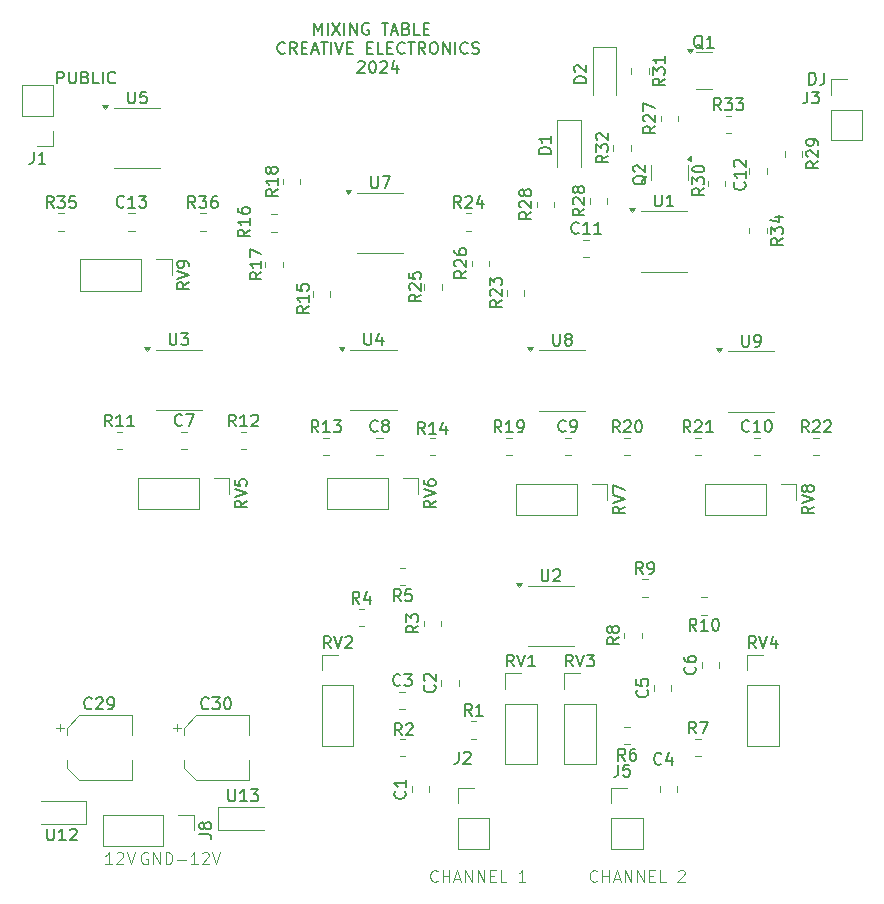
<source format=gbr>
%TF.GenerationSoftware,KiCad,Pcbnew,8.0.5*%
%TF.CreationDate,2024-11-23T13:55:34+01:00*%
%TF.ProjectId,mesa_mezclas,6d657361-5f6d-4657-9a63-6c61732e6b69,rev?*%
%TF.SameCoordinates,Original*%
%TF.FileFunction,Legend,Top*%
%TF.FilePolarity,Positive*%
%FSLAX46Y46*%
G04 Gerber Fmt 4.6, Leading zero omitted, Abs format (unit mm)*
G04 Created by KiCad (PCBNEW 8.0.5) date 2024-11-23 13:55:34*
%MOMM*%
%LPD*%
G01*
G04 APERTURE LIST*
%ADD10C,0.200000*%
%ADD11C,0.150000*%
%ADD12C,0.100000*%
%ADD13C,0.120000*%
G04 APERTURE END LIST*
D10*
X115417293Y-96647331D02*
X115417293Y-95647331D01*
X115417293Y-95647331D02*
X115750626Y-96361616D01*
X115750626Y-96361616D02*
X116083959Y-95647331D01*
X116083959Y-95647331D02*
X116083959Y-96647331D01*
X116560150Y-96647331D02*
X116560150Y-95647331D01*
X116941102Y-95647331D02*
X117607768Y-96647331D01*
X117607768Y-95647331D02*
X116941102Y-96647331D01*
X117988721Y-96647331D02*
X117988721Y-95647331D01*
X118464911Y-96647331D02*
X118464911Y-95647331D01*
X118464911Y-95647331D02*
X119036339Y-96647331D01*
X119036339Y-96647331D02*
X119036339Y-95647331D01*
X120036339Y-95694950D02*
X119941101Y-95647331D01*
X119941101Y-95647331D02*
X119798244Y-95647331D01*
X119798244Y-95647331D02*
X119655387Y-95694950D01*
X119655387Y-95694950D02*
X119560149Y-95790188D01*
X119560149Y-95790188D02*
X119512530Y-95885426D01*
X119512530Y-95885426D02*
X119464911Y-96075902D01*
X119464911Y-96075902D02*
X119464911Y-96218759D01*
X119464911Y-96218759D02*
X119512530Y-96409235D01*
X119512530Y-96409235D02*
X119560149Y-96504473D01*
X119560149Y-96504473D02*
X119655387Y-96599712D01*
X119655387Y-96599712D02*
X119798244Y-96647331D01*
X119798244Y-96647331D02*
X119893482Y-96647331D01*
X119893482Y-96647331D02*
X120036339Y-96599712D01*
X120036339Y-96599712D02*
X120083958Y-96552092D01*
X120083958Y-96552092D02*
X120083958Y-96218759D01*
X120083958Y-96218759D02*
X119893482Y-96218759D01*
X121131578Y-95647331D02*
X121703006Y-95647331D01*
X121417292Y-96647331D02*
X121417292Y-95647331D01*
X121988721Y-96361616D02*
X122464911Y-96361616D01*
X121893483Y-96647331D02*
X122226816Y-95647331D01*
X122226816Y-95647331D02*
X122560149Y-96647331D01*
X123226816Y-96123521D02*
X123369673Y-96171140D01*
X123369673Y-96171140D02*
X123417292Y-96218759D01*
X123417292Y-96218759D02*
X123464911Y-96313997D01*
X123464911Y-96313997D02*
X123464911Y-96456854D01*
X123464911Y-96456854D02*
X123417292Y-96552092D01*
X123417292Y-96552092D02*
X123369673Y-96599712D01*
X123369673Y-96599712D02*
X123274435Y-96647331D01*
X123274435Y-96647331D02*
X122893483Y-96647331D01*
X122893483Y-96647331D02*
X122893483Y-95647331D01*
X122893483Y-95647331D02*
X123226816Y-95647331D01*
X123226816Y-95647331D02*
X123322054Y-95694950D01*
X123322054Y-95694950D02*
X123369673Y-95742569D01*
X123369673Y-95742569D02*
X123417292Y-95837807D01*
X123417292Y-95837807D02*
X123417292Y-95933045D01*
X123417292Y-95933045D02*
X123369673Y-96028283D01*
X123369673Y-96028283D02*
X123322054Y-96075902D01*
X123322054Y-96075902D02*
X123226816Y-96123521D01*
X123226816Y-96123521D02*
X122893483Y-96123521D01*
X124369673Y-96647331D02*
X123893483Y-96647331D01*
X123893483Y-96647331D02*
X123893483Y-95647331D01*
X124703007Y-96123521D02*
X125036340Y-96123521D01*
X125179197Y-96647331D02*
X124703007Y-96647331D01*
X124703007Y-96647331D02*
X124703007Y-95647331D01*
X124703007Y-95647331D02*
X125179197Y-95647331D01*
X112941101Y-98162036D02*
X112893482Y-98209656D01*
X112893482Y-98209656D02*
X112750625Y-98257275D01*
X112750625Y-98257275D02*
X112655387Y-98257275D01*
X112655387Y-98257275D02*
X112512530Y-98209656D01*
X112512530Y-98209656D02*
X112417292Y-98114417D01*
X112417292Y-98114417D02*
X112369673Y-98019179D01*
X112369673Y-98019179D02*
X112322054Y-97828703D01*
X112322054Y-97828703D02*
X112322054Y-97685846D01*
X112322054Y-97685846D02*
X112369673Y-97495370D01*
X112369673Y-97495370D02*
X112417292Y-97400132D01*
X112417292Y-97400132D02*
X112512530Y-97304894D01*
X112512530Y-97304894D02*
X112655387Y-97257275D01*
X112655387Y-97257275D02*
X112750625Y-97257275D01*
X112750625Y-97257275D02*
X112893482Y-97304894D01*
X112893482Y-97304894D02*
X112941101Y-97352513D01*
X113941101Y-98257275D02*
X113607768Y-97781084D01*
X113369673Y-98257275D02*
X113369673Y-97257275D01*
X113369673Y-97257275D02*
X113750625Y-97257275D01*
X113750625Y-97257275D02*
X113845863Y-97304894D01*
X113845863Y-97304894D02*
X113893482Y-97352513D01*
X113893482Y-97352513D02*
X113941101Y-97447751D01*
X113941101Y-97447751D02*
X113941101Y-97590608D01*
X113941101Y-97590608D02*
X113893482Y-97685846D01*
X113893482Y-97685846D02*
X113845863Y-97733465D01*
X113845863Y-97733465D02*
X113750625Y-97781084D01*
X113750625Y-97781084D02*
X113369673Y-97781084D01*
X114369673Y-97733465D02*
X114703006Y-97733465D01*
X114845863Y-98257275D02*
X114369673Y-98257275D01*
X114369673Y-98257275D02*
X114369673Y-97257275D01*
X114369673Y-97257275D02*
X114845863Y-97257275D01*
X115226816Y-97971560D02*
X115703006Y-97971560D01*
X115131578Y-98257275D02*
X115464911Y-97257275D01*
X115464911Y-97257275D02*
X115798244Y-98257275D01*
X115988721Y-97257275D02*
X116560149Y-97257275D01*
X116274435Y-98257275D02*
X116274435Y-97257275D01*
X116893483Y-98257275D02*
X116893483Y-97257275D01*
X117226816Y-97257275D02*
X117560149Y-98257275D01*
X117560149Y-98257275D02*
X117893482Y-97257275D01*
X118226816Y-97733465D02*
X118560149Y-97733465D01*
X118703006Y-98257275D02*
X118226816Y-98257275D01*
X118226816Y-98257275D02*
X118226816Y-97257275D01*
X118226816Y-97257275D02*
X118703006Y-97257275D01*
X119893483Y-97733465D02*
X120226816Y-97733465D01*
X120369673Y-98257275D02*
X119893483Y-98257275D01*
X119893483Y-98257275D02*
X119893483Y-97257275D01*
X119893483Y-97257275D02*
X120369673Y-97257275D01*
X121274435Y-98257275D02*
X120798245Y-98257275D01*
X120798245Y-98257275D02*
X120798245Y-97257275D01*
X121607769Y-97733465D02*
X121941102Y-97733465D01*
X122083959Y-98257275D02*
X121607769Y-98257275D01*
X121607769Y-98257275D02*
X121607769Y-97257275D01*
X121607769Y-97257275D02*
X122083959Y-97257275D01*
X123083959Y-98162036D02*
X123036340Y-98209656D01*
X123036340Y-98209656D02*
X122893483Y-98257275D01*
X122893483Y-98257275D02*
X122798245Y-98257275D01*
X122798245Y-98257275D02*
X122655388Y-98209656D01*
X122655388Y-98209656D02*
X122560150Y-98114417D01*
X122560150Y-98114417D02*
X122512531Y-98019179D01*
X122512531Y-98019179D02*
X122464912Y-97828703D01*
X122464912Y-97828703D02*
X122464912Y-97685846D01*
X122464912Y-97685846D02*
X122512531Y-97495370D01*
X122512531Y-97495370D02*
X122560150Y-97400132D01*
X122560150Y-97400132D02*
X122655388Y-97304894D01*
X122655388Y-97304894D02*
X122798245Y-97257275D01*
X122798245Y-97257275D02*
X122893483Y-97257275D01*
X122893483Y-97257275D02*
X123036340Y-97304894D01*
X123036340Y-97304894D02*
X123083959Y-97352513D01*
X123369674Y-97257275D02*
X123941102Y-97257275D01*
X123655388Y-98257275D02*
X123655388Y-97257275D01*
X124845864Y-98257275D02*
X124512531Y-97781084D01*
X124274436Y-98257275D02*
X124274436Y-97257275D01*
X124274436Y-97257275D02*
X124655388Y-97257275D01*
X124655388Y-97257275D02*
X124750626Y-97304894D01*
X124750626Y-97304894D02*
X124798245Y-97352513D01*
X124798245Y-97352513D02*
X124845864Y-97447751D01*
X124845864Y-97447751D02*
X124845864Y-97590608D01*
X124845864Y-97590608D02*
X124798245Y-97685846D01*
X124798245Y-97685846D02*
X124750626Y-97733465D01*
X124750626Y-97733465D02*
X124655388Y-97781084D01*
X124655388Y-97781084D02*
X124274436Y-97781084D01*
X125464912Y-97257275D02*
X125655388Y-97257275D01*
X125655388Y-97257275D02*
X125750626Y-97304894D01*
X125750626Y-97304894D02*
X125845864Y-97400132D01*
X125845864Y-97400132D02*
X125893483Y-97590608D01*
X125893483Y-97590608D02*
X125893483Y-97923941D01*
X125893483Y-97923941D02*
X125845864Y-98114417D01*
X125845864Y-98114417D02*
X125750626Y-98209656D01*
X125750626Y-98209656D02*
X125655388Y-98257275D01*
X125655388Y-98257275D02*
X125464912Y-98257275D01*
X125464912Y-98257275D02*
X125369674Y-98209656D01*
X125369674Y-98209656D02*
X125274436Y-98114417D01*
X125274436Y-98114417D02*
X125226817Y-97923941D01*
X125226817Y-97923941D02*
X125226817Y-97590608D01*
X125226817Y-97590608D02*
X125274436Y-97400132D01*
X125274436Y-97400132D02*
X125369674Y-97304894D01*
X125369674Y-97304894D02*
X125464912Y-97257275D01*
X126322055Y-98257275D02*
X126322055Y-97257275D01*
X126322055Y-97257275D02*
X126893483Y-98257275D01*
X126893483Y-98257275D02*
X126893483Y-97257275D01*
X127369674Y-98257275D02*
X127369674Y-97257275D01*
X128417292Y-98162036D02*
X128369673Y-98209656D01*
X128369673Y-98209656D02*
X128226816Y-98257275D01*
X128226816Y-98257275D02*
X128131578Y-98257275D01*
X128131578Y-98257275D02*
X127988721Y-98209656D01*
X127988721Y-98209656D02*
X127893483Y-98114417D01*
X127893483Y-98114417D02*
X127845864Y-98019179D01*
X127845864Y-98019179D02*
X127798245Y-97828703D01*
X127798245Y-97828703D02*
X127798245Y-97685846D01*
X127798245Y-97685846D02*
X127845864Y-97495370D01*
X127845864Y-97495370D02*
X127893483Y-97400132D01*
X127893483Y-97400132D02*
X127988721Y-97304894D01*
X127988721Y-97304894D02*
X128131578Y-97257275D01*
X128131578Y-97257275D02*
X128226816Y-97257275D01*
X128226816Y-97257275D02*
X128369673Y-97304894D01*
X128369673Y-97304894D02*
X128417292Y-97352513D01*
X128798245Y-98209656D02*
X128941102Y-98257275D01*
X128941102Y-98257275D02*
X129179197Y-98257275D01*
X129179197Y-98257275D02*
X129274435Y-98209656D01*
X129274435Y-98209656D02*
X129322054Y-98162036D01*
X129322054Y-98162036D02*
X129369673Y-98066798D01*
X129369673Y-98066798D02*
X129369673Y-97971560D01*
X129369673Y-97971560D02*
X129322054Y-97876322D01*
X129322054Y-97876322D02*
X129274435Y-97828703D01*
X129274435Y-97828703D02*
X129179197Y-97781084D01*
X129179197Y-97781084D02*
X128988721Y-97733465D01*
X128988721Y-97733465D02*
X128893483Y-97685846D01*
X128893483Y-97685846D02*
X128845864Y-97638227D01*
X128845864Y-97638227D02*
X128798245Y-97542989D01*
X128798245Y-97542989D02*
X128798245Y-97447751D01*
X128798245Y-97447751D02*
X128845864Y-97352513D01*
X128845864Y-97352513D02*
X128893483Y-97304894D01*
X128893483Y-97304894D02*
X128988721Y-97257275D01*
X128988721Y-97257275D02*
X129226816Y-97257275D01*
X129226816Y-97257275D02*
X129369673Y-97304894D01*
X119131578Y-98962457D02*
X119179197Y-98914838D01*
X119179197Y-98914838D02*
X119274435Y-98867219D01*
X119274435Y-98867219D02*
X119512530Y-98867219D01*
X119512530Y-98867219D02*
X119607768Y-98914838D01*
X119607768Y-98914838D02*
X119655387Y-98962457D01*
X119655387Y-98962457D02*
X119703006Y-99057695D01*
X119703006Y-99057695D02*
X119703006Y-99152933D01*
X119703006Y-99152933D02*
X119655387Y-99295790D01*
X119655387Y-99295790D02*
X119083959Y-99867219D01*
X119083959Y-99867219D02*
X119703006Y-99867219D01*
X120322054Y-98867219D02*
X120417292Y-98867219D01*
X120417292Y-98867219D02*
X120512530Y-98914838D01*
X120512530Y-98914838D02*
X120560149Y-98962457D01*
X120560149Y-98962457D02*
X120607768Y-99057695D01*
X120607768Y-99057695D02*
X120655387Y-99248171D01*
X120655387Y-99248171D02*
X120655387Y-99486266D01*
X120655387Y-99486266D02*
X120607768Y-99676742D01*
X120607768Y-99676742D02*
X120560149Y-99771980D01*
X120560149Y-99771980D02*
X120512530Y-99819600D01*
X120512530Y-99819600D02*
X120417292Y-99867219D01*
X120417292Y-99867219D02*
X120322054Y-99867219D01*
X120322054Y-99867219D02*
X120226816Y-99819600D01*
X120226816Y-99819600D02*
X120179197Y-99771980D01*
X120179197Y-99771980D02*
X120131578Y-99676742D01*
X120131578Y-99676742D02*
X120083959Y-99486266D01*
X120083959Y-99486266D02*
X120083959Y-99248171D01*
X120083959Y-99248171D02*
X120131578Y-99057695D01*
X120131578Y-99057695D02*
X120179197Y-98962457D01*
X120179197Y-98962457D02*
X120226816Y-98914838D01*
X120226816Y-98914838D02*
X120322054Y-98867219D01*
X121036340Y-98962457D02*
X121083959Y-98914838D01*
X121083959Y-98914838D02*
X121179197Y-98867219D01*
X121179197Y-98867219D02*
X121417292Y-98867219D01*
X121417292Y-98867219D02*
X121512530Y-98914838D01*
X121512530Y-98914838D02*
X121560149Y-98962457D01*
X121560149Y-98962457D02*
X121607768Y-99057695D01*
X121607768Y-99057695D02*
X121607768Y-99152933D01*
X121607768Y-99152933D02*
X121560149Y-99295790D01*
X121560149Y-99295790D02*
X120988721Y-99867219D01*
X120988721Y-99867219D02*
X121607768Y-99867219D01*
X122464911Y-99200552D02*
X122464911Y-99867219D01*
X122226816Y-98819600D02*
X121988721Y-99533885D01*
X121988721Y-99533885D02*
X122607768Y-99533885D01*
D11*
X157336779Y-100869819D02*
X157336779Y-99869819D01*
X157336779Y-99869819D02*
X157574874Y-99869819D01*
X157574874Y-99869819D02*
X157717731Y-99917438D01*
X157717731Y-99917438D02*
X157812969Y-100012676D01*
X157812969Y-100012676D02*
X157860588Y-100107914D01*
X157860588Y-100107914D02*
X157908207Y-100298390D01*
X157908207Y-100298390D02*
X157908207Y-100441247D01*
X157908207Y-100441247D02*
X157860588Y-100631723D01*
X157860588Y-100631723D02*
X157812969Y-100726961D01*
X157812969Y-100726961D02*
X157717731Y-100822200D01*
X157717731Y-100822200D02*
X157574874Y-100869819D01*
X157574874Y-100869819D02*
X157336779Y-100869819D01*
X158622493Y-99869819D02*
X158622493Y-100584104D01*
X158622493Y-100584104D02*
X158574874Y-100726961D01*
X158574874Y-100726961D02*
X158479636Y-100822200D01*
X158479636Y-100822200D02*
X158336779Y-100869819D01*
X158336779Y-100869819D02*
X158241541Y-100869819D01*
X93666779Y-100774819D02*
X93666779Y-99774819D01*
X93666779Y-99774819D02*
X94047731Y-99774819D01*
X94047731Y-99774819D02*
X94142969Y-99822438D01*
X94142969Y-99822438D02*
X94190588Y-99870057D01*
X94190588Y-99870057D02*
X94238207Y-99965295D01*
X94238207Y-99965295D02*
X94238207Y-100108152D01*
X94238207Y-100108152D02*
X94190588Y-100203390D01*
X94190588Y-100203390D02*
X94142969Y-100251009D01*
X94142969Y-100251009D02*
X94047731Y-100298628D01*
X94047731Y-100298628D02*
X93666779Y-100298628D01*
X94666779Y-99774819D02*
X94666779Y-100584342D01*
X94666779Y-100584342D02*
X94714398Y-100679580D01*
X94714398Y-100679580D02*
X94762017Y-100727200D01*
X94762017Y-100727200D02*
X94857255Y-100774819D01*
X94857255Y-100774819D02*
X95047731Y-100774819D01*
X95047731Y-100774819D02*
X95142969Y-100727200D01*
X95142969Y-100727200D02*
X95190588Y-100679580D01*
X95190588Y-100679580D02*
X95238207Y-100584342D01*
X95238207Y-100584342D02*
X95238207Y-99774819D01*
X96047731Y-100251009D02*
X96190588Y-100298628D01*
X96190588Y-100298628D02*
X96238207Y-100346247D01*
X96238207Y-100346247D02*
X96285826Y-100441485D01*
X96285826Y-100441485D02*
X96285826Y-100584342D01*
X96285826Y-100584342D02*
X96238207Y-100679580D01*
X96238207Y-100679580D02*
X96190588Y-100727200D01*
X96190588Y-100727200D02*
X96095350Y-100774819D01*
X96095350Y-100774819D02*
X95714398Y-100774819D01*
X95714398Y-100774819D02*
X95714398Y-99774819D01*
X95714398Y-99774819D02*
X96047731Y-99774819D01*
X96047731Y-99774819D02*
X96142969Y-99822438D01*
X96142969Y-99822438D02*
X96190588Y-99870057D01*
X96190588Y-99870057D02*
X96238207Y-99965295D01*
X96238207Y-99965295D02*
X96238207Y-100060533D01*
X96238207Y-100060533D02*
X96190588Y-100155771D01*
X96190588Y-100155771D02*
X96142969Y-100203390D01*
X96142969Y-100203390D02*
X96047731Y-100251009D01*
X96047731Y-100251009D02*
X95714398Y-100251009D01*
X97190588Y-100774819D02*
X96714398Y-100774819D01*
X96714398Y-100774819D02*
X96714398Y-99774819D01*
X97523922Y-100774819D02*
X97523922Y-99774819D01*
X98571540Y-100679580D02*
X98523921Y-100727200D01*
X98523921Y-100727200D02*
X98381064Y-100774819D01*
X98381064Y-100774819D02*
X98285826Y-100774819D01*
X98285826Y-100774819D02*
X98142969Y-100727200D01*
X98142969Y-100727200D02*
X98047731Y-100631961D01*
X98047731Y-100631961D02*
X98000112Y-100536723D01*
X98000112Y-100536723D02*
X97952493Y-100346247D01*
X97952493Y-100346247D02*
X97952493Y-100203390D01*
X97952493Y-100203390D02*
X98000112Y-100012914D01*
X98000112Y-100012914D02*
X98047731Y-99917676D01*
X98047731Y-99917676D02*
X98142969Y-99822438D01*
X98142969Y-99822438D02*
X98285826Y-99774819D01*
X98285826Y-99774819D02*
X98381064Y-99774819D01*
X98381064Y-99774819D02*
X98523921Y-99822438D01*
X98523921Y-99822438D02*
X98571540Y-99870057D01*
D12*
X139375312Y-168277180D02*
X139327693Y-168324800D01*
X139327693Y-168324800D02*
X139184836Y-168372419D01*
X139184836Y-168372419D02*
X139089598Y-168372419D01*
X139089598Y-168372419D02*
X138946741Y-168324800D01*
X138946741Y-168324800D02*
X138851503Y-168229561D01*
X138851503Y-168229561D02*
X138803884Y-168134323D01*
X138803884Y-168134323D02*
X138756265Y-167943847D01*
X138756265Y-167943847D02*
X138756265Y-167800990D01*
X138756265Y-167800990D02*
X138803884Y-167610514D01*
X138803884Y-167610514D02*
X138851503Y-167515276D01*
X138851503Y-167515276D02*
X138946741Y-167420038D01*
X138946741Y-167420038D02*
X139089598Y-167372419D01*
X139089598Y-167372419D02*
X139184836Y-167372419D01*
X139184836Y-167372419D02*
X139327693Y-167420038D01*
X139327693Y-167420038D02*
X139375312Y-167467657D01*
X139803884Y-168372419D02*
X139803884Y-167372419D01*
X139803884Y-167848609D02*
X140375312Y-167848609D01*
X140375312Y-168372419D02*
X140375312Y-167372419D01*
X140803884Y-168086704D02*
X141280074Y-168086704D01*
X140708646Y-168372419D02*
X141041979Y-167372419D01*
X141041979Y-167372419D02*
X141375312Y-168372419D01*
X141708646Y-168372419D02*
X141708646Y-167372419D01*
X141708646Y-167372419D02*
X142280074Y-168372419D01*
X142280074Y-168372419D02*
X142280074Y-167372419D01*
X142756265Y-168372419D02*
X142756265Y-167372419D01*
X142756265Y-167372419D02*
X143327693Y-168372419D01*
X143327693Y-168372419D02*
X143327693Y-167372419D01*
X143803884Y-167848609D02*
X144137217Y-167848609D01*
X144280074Y-168372419D02*
X143803884Y-168372419D01*
X143803884Y-168372419D02*
X143803884Y-167372419D01*
X143803884Y-167372419D02*
X144280074Y-167372419D01*
X145184836Y-168372419D02*
X144708646Y-168372419D01*
X144708646Y-168372419D02*
X144708646Y-167372419D01*
X146232456Y-167467657D02*
X146280075Y-167420038D01*
X146280075Y-167420038D02*
X146375313Y-167372419D01*
X146375313Y-167372419D02*
X146613408Y-167372419D01*
X146613408Y-167372419D02*
X146708646Y-167420038D01*
X146708646Y-167420038D02*
X146756265Y-167467657D01*
X146756265Y-167467657D02*
X146803884Y-167562895D01*
X146803884Y-167562895D02*
X146803884Y-167658133D01*
X146803884Y-167658133D02*
X146756265Y-167800990D01*
X146756265Y-167800990D02*
X146184837Y-168372419D01*
X146184837Y-168372419D02*
X146803884Y-168372419D01*
X125875312Y-168277180D02*
X125827693Y-168324800D01*
X125827693Y-168324800D02*
X125684836Y-168372419D01*
X125684836Y-168372419D02*
X125589598Y-168372419D01*
X125589598Y-168372419D02*
X125446741Y-168324800D01*
X125446741Y-168324800D02*
X125351503Y-168229561D01*
X125351503Y-168229561D02*
X125303884Y-168134323D01*
X125303884Y-168134323D02*
X125256265Y-167943847D01*
X125256265Y-167943847D02*
X125256265Y-167800990D01*
X125256265Y-167800990D02*
X125303884Y-167610514D01*
X125303884Y-167610514D02*
X125351503Y-167515276D01*
X125351503Y-167515276D02*
X125446741Y-167420038D01*
X125446741Y-167420038D02*
X125589598Y-167372419D01*
X125589598Y-167372419D02*
X125684836Y-167372419D01*
X125684836Y-167372419D02*
X125827693Y-167420038D01*
X125827693Y-167420038D02*
X125875312Y-167467657D01*
X126303884Y-168372419D02*
X126303884Y-167372419D01*
X126303884Y-167848609D02*
X126875312Y-167848609D01*
X126875312Y-168372419D02*
X126875312Y-167372419D01*
X127303884Y-168086704D02*
X127780074Y-168086704D01*
X127208646Y-168372419D02*
X127541979Y-167372419D01*
X127541979Y-167372419D02*
X127875312Y-168372419D01*
X128208646Y-168372419D02*
X128208646Y-167372419D01*
X128208646Y-167372419D02*
X128780074Y-168372419D01*
X128780074Y-168372419D02*
X128780074Y-167372419D01*
X129256265Y-168372419D02*
X129256265Y-167372419D01*
X129256265Y-167372419D02*
X129827693Y-168372419D01*
X129827693Y-168372419D02*
X129827693Y-167372419D01*
X130303884Y-167848609D02*
X130637217Y-167848609D01*
X130780074Y-168372419D02*
X130303884Y-168372419D01*
X130303884Y-168372419D02*
X130303884Y-167372419D01*
X130303884Y-167372419D02*
X130780074Y-167372419D01*
X131684836Y-168372419D02*
X131208646Y-168372419D01*
X131208646Y-168372419D02*
X131208646Y-167372419D01*
X133303884Y-168372419D02*
X132732456Y-168372419D01*
X133018170Y-168372419D02*
X133018170Y-167372419D01*
X133018170Y-167372419D02*
X132922932Y-167515276D01*
X132922932Y-167515276D02*
X132827694Y-167610514D01*
X132827694Y-167610514D02*
X132732456Y-167658133D01*
X103803884Y-166491466D02*
X104565789Y-166491466D01*
X105565788Y-166872419D02*
X104994360Y-166872419D01*
X105280074Y-166872419D02*
X105280074Y-165872419D01*
X105280074Y-165872419D02*
X105184836Y-166015276D01*
X105184836Y-166015276D02*
X105089598Y-166110514D01*
X105089598Y-166110514D02*
X104994360Y-166158133D01*
X105946741Y-165967657D02*
X105994360Y-165920038D01*
X105994360Y-165920038D02*
X106089598Y-165872419D01*
X106089598Y-165872419D02*
X106327693Y-165872419D01*
X106327693Y-165872419D02*
X106422931Y-165920038D01*
X106422931Y-165920038D02*
X106470550Y-165967657D01*
X106470550Y-165967657D02*
X106518169Y-166062895D01*
X106518169Y-166062895D02*
X106518169Y-166158133D01*
X106518169Y-166158133D02*
X106470550Y-166300990D01*
X106470550Y-166300990D02*
X105899122Y-166872419D01*
X105899122Y-166872419D02*
X106518169Y-166872419D01*
X106803884Y-165872419D02*
X107137217Y-166872419D01*
X107137217Y-166872419D02*
X107470550Y-165872419D01*
X101327693Y-165920038D02*
X101232455Y-165872419D01*
X101232455Y-165872419D02*
X101089598Y-165872419D01*
X101089598Y-165872419D02*
X100946741Y-165920038D01*
X100946741Y-165920038D02*
X100851503Y-166015276D01*
X100851503Y-166015276D02*
X100803884Y-166110514D01*
X100803884Y-166110514D02*
X100756265Y-166300990D01*
X100756265Y-166300990D02*
X100756265Y-166443847D01*
X100756265Y-166443847D02*
X100803884Y-166634323D01*
X100803884Y-166634323D02*
X100851503Y-166729561D01*
X100851503Y-166729561D02*
X100946741Y-166824800D01*
X100946741Y-166824800D02*
X101089598Y-166872419D01*
X101089598Y-166872419D02*
X101184836Y-166872419D01*
X101184836Y-166872419D02*
X101327693Y-166824800D01*
X101327693Y-166824800D02*
X101375312Y-166777180D01*
X101375312Y-166777180D02*
X101375312Y-166443847D01*
X101375312Y-166443847D02*
X101184836Y-166443847D01*
X101803884Y-166872419D02*
X101803884Y-165872419D01*
X101803884Y-165872419D02*
X102375312Y-166872419D01*
X102375312Y-166872419D02*
X102375312Y-165872419D01*
X102851503Y-166872419D02*
X102851503Y-165872419D01*
X102851503Y-165872419D02*
X103089598Y-165872419D01*
X103089598Y-165872419D02*
X103232455Y-165920038D01*
X103232455Y-165920038D02*
X103327693Y-166015276D01*
X103327693Y-166015276D02*
X103375312Y-166110514D01*
X103375312Y-166110514D02*
X103422931Y-166300990D01*
X103422931Y-166300990D02*
X103422931Y-166443847D01*
X103422931Y-166443847D02*
X103375312Y-166634323D01*
X103375312Y-166634323D02*
X103327693Y-166729561D01*
X103327693Y-166729561D02*
X103232455Y-166824800D01*
X103232455Y-166824800D02*
X103089598Y-166872419D01*
X103089598Y-166872419D02*
X102851503Y-166872419D01*
X98327693Y-166872419D02*
X97756265Y-166872419D01*
X98041979Y-166872419D02*
X98041979Y-165872419D01*
X98041979Y-165872419D02*
X97946741Y-166015276D01*
X97946741Y-166015276D02*
X97851503Y-166110514D01*
X97851503Y-166110514D02*
X97756265Y-166158133D01*
X98708646Y-165967657D02*
X98756265Y-165920038D01*
X98756265Y-165920038D02*
X98851503Y-165872419D01*
X98851503Y-165872419D02*
X99089598Y-165872419D01*
X99089598Y-165872419D02*
X99184836Y-165920038D01*
X99184836Y-165920038D02*
X99232455Y-165967657D01*
X99232455Y-165967657D02*
X99280074Y-166062895D01*
X99280074Y-166062895D02*
X99280074Y-166158133D01*
X99280074Y-166158133D02*
X99232455Y-166300990D01*
X99232455Y-166300990D02*
X98661027Y-166872419D01*
X98661027Y-166872419D02*
X99280074Y-166872419D01*
X99565789Y-165872419D02*
X99899122Y-166872419D01*
X99899122Y-166872419D02*
X100232455Y-165872419D01*
D11*
X131282142Y-130304819D02*
X130948809Y-129828628D01*
X130710714Y-130304819D02*
X130710714Y-129304819D01*
X130710714Y-129304819D02*
X131091666Y-129304819D01*
X131091666Y-129304819D02*
X131186904Y-129352438D01*
X131186904Y-129352438D02*
X131234523Y-129400057D01*
X131234523Y-129400057D02*
X131282142Y-129495295D01*
X131282142Y-129495295D02*
X131282142Y-129638152D01*
X131282142Y-129638152D02*
X131234523Y-129733390D01*
X131234523Y-129733390D02*
X131186904Y-129781009D01*
X131186904Y-129781009D02*
X131091666Y-129828628D01*
X131091666Y-129828628D02*
X130710714Y-129828628D01*
X132234523Y-130304819D02*
X131663095Y-130304819D01*
X131948809Y-130304819D02*
X131948809Y-129304819D01*
X131948809Y-129304819D02*
X131853571Y-129447676D01*
X131853571Y-129447676D02*
X131758333Y-129542914D01*
X131758333Y-129542914D02*
X131663095Y-129590533D01*
X132710714Y-130304819D02*
X132901190Y-130304819D01*
X132901190Y-130304819D02*
X132996428Y-130257200D01*
X132996428Y-130257200D02*
X133044047Y-130209580D01*
X133044047Y-130209580D02*
X133139285Y-130066723D01*
X133139285Y-130066723D02*
X133186904Y-129876247D01*
X133186904Y-129876247D02*
X133186904Y-129495295D01*
X133186904Y-129495295D02*
X133139285Y-129400057D01*
X133139285Y-129400057D02*
X133091666Y-129352438D01*
X133091666Y-129352438D02*
X132996428Y-129304819D01*
X132996428Y-129304819D02*
X132805952Y-129304819D01*
X132805952Y-129304819D02*
X132710714Y-129352438D01*
X132710714Y-129352438D02*
X132663095Y-129400057D01*
X132663095Y-129400057D02*
X132615476Y-129495295D01*
X132615476Y-129495295D02*
X132615476Y-129733390D01*
X132615476Y-129733390D02*
X132663095Y-129828628D01*
X132663095Y-129828628D02*
X132710714Y-129876247D01*
X132710714Y-129876247D02*
X132805952Y-129923866D01*
X132805952Y-129923866D02*
X132996428Y-129923866D01*
X132996428Y-129923866D02*
X133091666Y-129876247D01*
X133091666Y-129876247D02*
X133139285Y-129828628D01*
X133139285Y-129828628D02*
X133186904Y-129733390D01*
X128304819Y-116642857D02*
X127828628Y-116976190D01*
X128304819Y-117214285D02*
X127304819Y-117214285D01*
X127304819Y-117214285D02*
X127304819Y-116833333D01*
X127304819Y-116833333D02*
X127352438Y-116738095D01*
X127352438Y-116738095D02*
X127400057Y-116690476D01*
X127400057Y-116690476D02*
X127495295Y-116642857D01*
X127495295Y-116642857D02*
X127638152Y-116642857D01*
X127638152Y-116642857D02*
X127733390Y-116690476D01*
X127733390Y-116690476D02*
X127781009Y-116738095D01*
X127781009Y-116738095D02*
X127828628Y-116833333D01*
X127828628Y-116833333D02*
X127828628Y-117214285D01*
X127400057Y-116261904D02*
X127352438Y-116214285D01*
X127352438Y-116214285D02*
X127304819Y-116119047D01*
X127304819Y-116119047D02*
X127304819Y-115880952D01*
X127304819Y-115880952D02*
X127352438Y-115785714D01*
X127352438Y-115785714D02*
X127400057Y-115738095D01*
X127400057Y-115738095D02*
X127495295Y-115690476D01*
X127495295Y-115690476D02*
X127590533Y-115690476D01*
X127590533Y-115690476D02*
X127733390Y-115738095D01*
X127733390Y-115738095D02*
X128304819Y-116309523D01*
X128304819Y-116309523D02*
X128304819Y-115690476D01*
X127304819Y-114833333D02*
X127304819Y-115023809D01*
X127304819Y-115023809D02*
X127352438Y-115119047D01*
X127352438Y-115119047D02*
X127400057Y-115166666D01*
X127400057Y-115166666D02*
X127542914Y-115261904D01*
X127542914Y-115261904D02*
X127733390Y-115309523D01*
X127733390Y-115309523D02*
X128114342Y-115309523D01*
X128114342Y-115309523D02*
X128209580Y-115261904D01*
X128209580Y-115261904D02*
X128257200Y-115214285D01*
X128257200Y-115214285D02*
X128304819Y-115119047D01*
X128304819Y-115119047D02*
X128304819Y-114928571D01*
X128304819Y-114928571D02*
X128257200Y-114833333D01*
X128257200Y-114833333D02*
X128209580Y-114785714D01*
X128209580Y-114785714D02*
X128114342Y-114738095D01*
X128114342Y-114738095D02*
X127876247Y-114738095D01*
X127876247Y-114738095D02*
X127781009Y-114785714D01*
X127781009Y-114785714D02*
X127733390Y-114833333D01*
X127733390Y-114833333D02*
X127685771Y-114928571D01*
X127685771Y-114928571D02*
X127685771Y-115119047D01*
X127685771Y-115119047D02*
X127733390Y-115214285D01*
X127733390Y-115214285D02*
X127781009Y-115261904D01*
X127781009Y-115261904D02*
X127876247Y-115309523D01*
X124229819Y-146666666D02*
X123753628Y-146999999D01*
X124229819Y-147238094D02*
X123229819Y-147238094D01*
X123229819Y-147238094D02*
X123229819Y-146857142D01*
X123229819Y-146857142D02*
X123277438Y-146761904D01*
X123277438Y-146761904D02*
X123325057Y-146714285D01*
X123325057Y-146714285D02*
X123420295Y-146666666D01*
X123420295Y-146666666D02*
X123563152Y-146666666D01*
X123563152Y-146666666D02*
X123658390Y-146714285D01*
X123658390Y-146714285D02*
X123706009Y-146761904D01*
X123706009Y-146761904D02*
X123753628Y-146857142D01*
X123753628Y-146857142D02*
X123753628Y-147238094D01*
X123229819Y-146333332D02*
X123229819Y-145714285D01*
X123229819Y-145714285D02*
X123610771Y-146047618D01*
X123610771Y-146047618D02*
X123610771Y-145904761D01*
X123610771Y-145904761D02*
X123658390Y-145809523D01*
X123658390Y-145809523D02*
X123706009Y-145761904D01*
X123706009Y-145761904D02*
X123801247Y-145714285D01*
X123801247Y-145714285D02*
X124039342Y-145714285D01*
X124039342Y-145714285D02*
X124134580Y-145761904D01*
X124134580Y-145761904D02*
X124182200Y-145809523D01*
X124182200Y-145809523D02*
X124229819Y-145904761D01*
X124229819Y-145904761D02*
X124229819Y-146190475D01*
X124229819Y-146190475D02*
X124182200Y-146285713D01*
X124182200Y-146285713D02*
X124134580Y-146333332D01*
X141166666Y-158454819D02*
X141166666Y-159169104D01*
X141166666Y-159169104D02*
X141119047Y-159311961D01*
X141119047Y-159311961D02*
X141023809Y-159407200D01*
X141023809Y-159407200D02*
X140880952Y-159454819D01*
X140880952Y-159454819D02*
X140785714Y-159454819D01*
X142119047Y-158454819D02*
X141642857Y-158454819D01*
X141642857Y-158454819D02*
X141595238Y-158931009D01*
X141595238Y-158931009D02*
X141642857Y-158883390D01*
X141642857Y-158883390D02*
X141738095Y-158835771D01*
X141738095Y-158835771D02*
X141976190Y-158835771D01*
X141976190Y-158835771D02*
X142071428Y-158883390D01*
X142071428Y-158883390D02*
X142119047Y-158931009D01*
X142119047Y-158931009D02*
X142166666Y-159026247D01*
X142166666Y-159026247D02*
X142166666Y-159264342D01*
X142166666Y-159264342D02*
X142119047Y-159359580D01*
X142119047Y-159359580D02*
X142071428Y-159407200D01*
X142071428Y-159407200D02*
X141976190Y-159454819D01*
X141976190Y-159454819D02*
X141738095Y-159454819D01*
X141738095Y-159454819D02*
X141642857Y-159407200D01*
X141642857Y-159407200D02*
X141595238Y-159359580D01*
X135454819Y-106738094D02*
X134454819Y-106738094D01*
X134454819Y-106738094D02*
X134454819Y-106499999D01*
X134454819Y-106499999D02*
X134502438Y-106357142D01*
X134502438Y-106357142D02*
X134597676Y-106261904D01*
X134597676Y-106261904D02*
X134692914Y-106214285D01*
X134692914Y-106214285D02*
X134883390Y-106166666D01*
X134883390Y-106166666D02*
X135026247Y-106166666D01*
X135026247Y-106166666D02*
X135216723Y-106214285D01*
X135216723Y-106214285D02*
X135311961Y-106261904D01*
X135311961Y-106261904D02*
X135407200Y-106357142D01*
X135407200Y-106357142D02*
X135454819Y-106499999D01*
X135454819Y-106499999D02*
X135454819Y-106738094D01*
X135454819Y-105214285D02*
X135454819Y-105785713D01*
X135454819Y-105499999D02*
X134454819Y-105499999D01*
X134454819Y-105499999D02*
X134597676Y-105595237D01*
X134597676Y-105595237D02*
X134692914Y-105690475D01*
X134692914Y-105690475D02*
X134740533Y-105785713D01*
X109954819Y-113142857D02*
X109478628Y-113476190D01*
X109954819Y-113714285D02*
X108954819Y-113714285D01*
X108954819Y-113714285D02*
X108954819Y-113333333D01*
X108954819Y-113333333D02*
X109002438Y-113238095D01*
X109002438Y-113238095D02*
X109050057Y-113190476D01*
X109050057Y-113190476D02*
X109145295Y-113142857D01*
X109145295Y-113142857D02*
X109288152Y-113142857D01*
X109288152Y-113142857D02*
X109383390Y-113190476D01*
X109383390Y-113190476D02*
X109431009Y-113238095D01*
X109431009Y-113238095D02*
X109478628Y-113333333D01*
X109478628Y-113333333D02*
X109478628Y-113714285D01*
X109954819Y-112190476D02*
X109954819Y-112761904D01*
X109954819Y-112476190D02*
X108954819Y-112476190D01*
X108954819Y-112476190D02*
X109097676Y-112571428D01*
X109097676Y-112571428D02*
X109192914Y-112666666D01*
X109192914Y-112666666D02*
X109240533Y-112761904D01*
X108954819Y-111333333D02*
X108954819Y-111523809D01*
X108954819Y-111523809D02*
X109002438Y-111619047D01*
X109002438Y-111619047D02*
X109050057Y-111666666D01*
X109050057Y-111666666D02*
X109192914Y-111761904D01*
X109192914Y-111761904D02*
X109383390Y-111809523D01*
X109383390Y-111809523D02*
X109764342Y-111809523D01*
X109764342Y-111809523D02*
X109859580Y-111761904D01*
X109859580Y-111761904D02*
X109907200Y-111714285D01*
X109907200Y-111714285D02*
X109954819Y-111619047D01*
X109954819Y-111619047D02*
X109954819Y-111428571D01*
X109954819Y-111428571D02*
X109907200Y-111333333D01*
X109907200Y-111333333D02*
X109859580Y-111285714D01*
X109859580Y-111285714D02*
X109764342Y-111238095D01*
X109764342Y-111238095D02*
X109526247Y-111238095D01*
X109526247Y-111238095D02*
X109431009Y-111285714D01*
X109431009Y-111285714D02*
X109383390Y-111333333D01*
X109383390Y-111333333D02*
X109335771Y-111428571D01*
X109335771Y-111428571D02*
X109335771Y-111619047D01*
X109335771Y-111619047D02*
X109383390Y-111714285D01*
X109383390Y-111714285D02*
X109431009Y-111761904D01*
X109431009Y-111761904D02*
X109526247Y-111809523D01*
X122758333Y-144604819D02*
X122425000Y-144128628D01*
X122186905Y-144604819D02*
X122186905Y-143604819D01*
X122186905Y-143604819D02*
X122567857Y-143604819D01*
X122567857Y-143604819D02*
X122663095Y-143652438D01*
X122663095Y-143652438D02*
X122710714Y-143700057D01*
X122710714Y-143700057D02*
X122758333Y-143795295D01*
X122758333Y-143795295D02*
X122758333Y-143938152D01*
X122758333Y-143938152D02*
X122710714Y-144033390D01*
X122710714Y-144033390D02*
X122663095Y-144081009D01*
X122663095Y-144081009D02*
X122567857Y-144128628D01*
X122567857Y-144128628D02*
X122186905Y-144128628D01*
X123663095Y-143604819D02*
X123186905Y-143604819D01*
X123186905Y-143604819D02*
X123139286Y-144081009D01*
X123139286Y-144081009D02*
X123186905Y-144033390D01*
X123186905Y-144033390D02*
X123282143Y-143985771D01*
X123282143Y-143985771D02*
X123520238Y-143985771D01*
X123520238Y-143985771D02*
X123615476Y-144033390D01*
X123615476Y-144033390D02*
X123663095Y-144081009D01*
X123663095Y-144081009D02*
X123710714Y-144176247D01*
X123710714Y-144176247D02*
X123710714Y-144414342D01*
X123710714Y-144414342D02*
X123663095Y-144509580D01*
X123663095Y-144509580D02*
X123615476Y-144557200D01*
X123615476Y-144557200D02*
X123520238Y-144604819D01*
X123520238Y-144604819D02*
X123282143Y-144604819D01*
X123282143Y-144604819D02*
X123186905Y-144557200D01*
X123186905Y-144557200D02*
X123139286Y-144509580D01*
X131304819Y-119142857D02*
X130828628Y-119476190D01*
X131304819Y-119714285D02*
X130304819Y-119714285D01*
X130304819Y-119714285D02*
X130304819Y-119333333D01*
X130304819Y-119333333D02*
X130352438Y-119238095D01*
X130352438Y-119238095D02*
X130400057Y-119190476D01*
X130400057Y-119190476D02*
X130495295Y-119142857D01*
X130495295Y-119142857D02*
X130638152Y-119142857D01*
X130638152Y-119142857D02*
X130733390Y-119190476D01*
X130733390Y-119190476D02*
X130781009Y-119238095D01*
X130781009Y-119238095D02*
X130828628Y-119333333D01*
X130828628Y-119333333D02*
X130828628Y-119714285D01*
X130400057Y-118761904D02*
X130352438Y-118714285D01*
X130352438Y-118714285D02*
X130304819Y-118619047D01*
X130304819Y-118619047D02*
X130304819Y-118380952D01*
X130304819Y-118380952D02*
X130352438Y-118285714D01*
X130352438Y-118285714D02*
X130400057Y-118238095D01*
X130400057Y-118238095D02*
X130495295Y-118190476D01*
X130495295Y-118190476D02*
X130590533Y-118190476D01*
X130590533Y-118190476D02*
X130733390Y-118238095D01*
X130733390Y-118238095D02*
X131304819Y-118809523D01*
X131304819Y-118809523D02*
X131304819Y-118190476D01*
X130304819Y-117857142D02*
X130304819Y-117238095D01*
X130304819Y-117238095D02*
X130685771Y-117571428D01*
X130685771Y-117571428D02*
X130685771Y-117428571D01*
X130685771Y-117428571D02*
X130733390Y-117333333D01*
X130733390Y-117333333D02*
X130781009Y-117285714D01*
X130781009Y-117285714D02*
X130876247Y-117238095D01*
X130876247Y-117238095D02*
X131114342Y-117238095D01*
X131114342Y-117238095D02*
X131209580Y-117285714D01*
X131209580Y-117285714D02*
X131257200Y-117333333D01*
X131257200Y-117333333D02*
X131304819Y-117428571D01*
X131304819Y-117428571D02*
X131304819Y-117714285D01*
X131304819Y-117714285D02*
X131257200Y-117809523D01*
X131257200Y-117809523D02*
X131209580Y-117857142D01*
X109709819Y-136095238D02*
X109233628Y-136428571D01*
X109709819Y-136666666D02*
X108709819Y-136666666D01*
X108709819Y-136666666D02*
X108709819Y-136285714D01*
X108709819Y-136285714D02*
X108757438Y-136190476D01*
X108757438Y-136190476D02*
X108805057Y-136142857D01*
X108805057Y-136142857D02*
X108900295Y-136095238D01*
X108900295Y-136095238D02*
X109043152Y-136095238D01*
X109043152Y-136095238D02*
X109138390Y-136142857D01*
X109138390Y-136142857D02*
X109186009Y-136190476D01*
X109186009Y-136190476D02*
X109233628Y-136285714D01*
X109233628Y-136285714D02*
X109233628Y-136666666D01*
X108709819Y-135809523D02*
X109709819Y-135476190D01*
X109709819Y-135476190D02*
X108709819Y-135142857D01*
X108709819Y-134333333D02*
X108709819Y-134809523D01*
X108709819Y-134809523D02*
X109186009Y-134857142D01*
X109186009Y-134857142D02*
X109138390Y-134809523D01*
X109138390Y-134809523D02*
X109090771Y-134714285D01*
X109090771Y-134714285D02*
X109090771Y-134476190D01*
X109090771Y-134476190D02*
X109138390Y-134380952D01*
X109138390Y-134380952D02*
X109186009Y-134333333D01*
X109186009Y-134333333D02*
X109281247Y-134285714D01*
X109281247Y-134285714D02*
X109519342Y-134285714D01*
X109519342Y-134285714D02*
X109614580Y-134333333D01*
X109614580Y-134333333D02*
X109662200Y-134380952D01*
X109662200Y-134380952D02*
X109709819Y-134476190D01*
X109709819Y-134476190D02*
X109709819Y-134714285D01*
X109709819Y-134714285D02*
X109662200Y-134809523D01*
X109662200Y-134809523D02*
X109614580Y-134857142D01*
X125604580Y-151704166D02*
X125652200Y-151751785D01*
X125652200Y-151751785D02*
X125699819Y-151894642D01*
X125699819Y-151894642D02*
X125699819Y-151989880D01*
X125699819Y-151989880D02*
X125652200Y-152132737D01*
X125652200Y-152132737D02*
X125556961Y-152227975D01*
X125556961Y-152227975D02*
X125461723Y-152275594D01*
X125461723Y-152275594D02*
X125271247Y-152323213D01*
X125271247Y-152323213D02*
X125128390Y-152323213D01*
X125128390Y-152323213D02*
X124937914Y-152275594D01*
X124937914Y-152275594D02*
X124842676Y-152227975D01*
X124842676Y-152227975D02*
X124747438Y-152132737D01*
X124747438Y-152132737D02*
X124699819Y-151989880D01*
X124699819Y-151989880D02*
X124699819Y-151894642D01*
X124699819Y-151894642D02*
X124747438Y-151751785D01*
X124747438Y-151751785D02*
X124795057Y-151704166D01*
X124795057Y-151323213D02*
X124747438Y-151275594D01*
X124747438Y-151275594D02*
X124699819Y-151180356D01*
X124699819Y-151180356D02*
X124699819Y-150942261D01*
X124699819Y-150942261D02*
X124747438Y-150847023D01*
X124747438Y-150847023D02*
X124795057Y-150799404D01*
X124795057Y-150799404D02*
X124890295Y-150751785D01*
X124890295Y-150751785D02*
X124985533Y-150751785D01*
X124985533Y-150751785D02*
X125128390Y-150799404D01*
X125128390Y-150799404D02*
X125699819Y-151370832D01*
X125699819Y-151370832D02*
X125699819Y-150751785D01*
X127857142Y-111304819D02*
X127523809Y-110828628D01*
X127285714Y-111304819D02*
X127285714Y-110304819D01*
X127285714Y-110304819D02*
X127666666Y-110304819D01*
X127666666Y-110304819D02*
X127761904Y-110352438D01*
X127761904Y-110352438D02*
X127809523Y-110400057D01*
X127809523Y-110400057D02*
X127857142Y-110495295D01*
X127857142Y-110495295D02*
X127857142Y-110638152D01*
X127857142Y-110638152D02*
X127809523Y-110733390D01*
X127809523Y-110733390D02*
X127761904Y-110781009D01*
X127761904Y-110781009D02*
X127666666Y-110828628D01*
X127666666Y-110828628D02*
X127285714Y-110828628D01*
X128238095Y-110400057D02*
X128285714Y-110352438D01*
X128285714Y-110352438D02*
X128380952Y-110304819D01*
X128380952Y-110304819D02*
X128619047Y-110304819D01*
X128619047Y-110304819D02*
X128714285Y-110352438D01*
X128714285Y-110352438D02*
X128761904Y-110400057D01*
X128761904Y-110400057D02*
X128809523Y-110495295D01*
X128809523Y-110495295D02*
X128809523Y-110590533D01*
X128809523Y-110590533D02*
X128761904Y-110733390D01*
X128761904Y-110733390D02*
X128190476Y-111304819D01*
X128190476Y-111304819D02*
X128809523Y-111304819D01*
X129666666Y-110638152D02*
X129666666Y-111304819D01*
X129428571Y-110257200D02*
X129190476Y-110971485D01*
X129190476Y-110971485D02*
X129809523Y-110971485D01*
X141229819Y-147666666D02*
X140753628Y-147999999D01*
X141229819Y-148238094D02*
X140229819Y-148238094D01*
X140229819Y-148238094D02*
X140229819Y-147857142D01*
X140229819Y-147857142D02*
X140277438Y-147761904D01*
X140277438Y-147761904D02*
X140325057Y-147714285D01*
X140325057Y-147714285D02*
X140420295Y-147666666D01*
X140420295Y-147666666D02*
X140563152Y-147666666D01*
X140563152Y-147666666D02*
X140658390Y-147714285D01*
X140658390Y-147714285D02*
X140706009Y-147761904D01*
X140706009Y-147761904D02*
X140753628Y-147857142D01*
X140753628Y-147857142D02*
X140753628Y-148238094D01*
X140658390Y-147095237D02*
X140610771Y-147190475D01*
X140610771Y-147190475D02*
X140563152Y-147238094D01*
X140563152Y-147238094D02*
X140467914Y-147285713D01*
X140467914Y-147285713D02*
X140420295Y-147285713D01*
X140420295Y-147285713D02*
X140325057Y-147238094D01*
X140325057Y-147238094D02*
X140277438Y-147190475D01*
X140277438Y-147190475D02*
X140229819Y-147095237D01*
X140229819Y-147095237D02*
X140229819Y-146904761D01*
X140229819Y-146904761D02*
X140277438Y-146809523D01*
X140277438Y-146809523D02*
X140325057Y-146761904D01*
X140325057Y-146761904D02*
X140420295Y-146714285D01*
X140420295Y-146714285D02*
X140467914Y-146714285D01*
X140467914Y-146714285D02*
X140563152Y-146761904D01*
X140563152Y-146761904D02*
X140610771Y-146809523D01*
X140610771Y-146809523D02*
X140658390Y-146904761D01*
X140658390Y-146904761D02*
X140658390Y-147095237D01*
X140658390Y-147095237D02*
X140706009Y-147190475D01*
X140706009Y-147190475D02*
X140753628Y-147238094D01*
X140753628Y-147238094D02*
X140848866Y-147285713D01*
X140848866Y-147285713D02*
X141039342Y-147285713D01*
X141039342Y-147285713D02*
X141134580Y-147238094D01*
X141134580Y-147238094D02*
X141182200Y-147190475D01*
X141182200Y-147190475D02*
X141229819Y-147095237D01*
X141229819Y-147095237D02*
X141229819Y-146904761D01*
X141229819Y-146904761D02*
X141182200Y-146809523D01*
X141182200Y-146809523D02*
X141134580Y-146761904D01*
X141134580Y-146761904D02*
X141039342Y-146714285D01*
X141039342Y-146714285D02*
X140848866Y-146714285D01*
X140848866Y-146714285D02*
X140753628Y-146761904D01*
X140753628Y-146761904D02*
X140706009Y-146809523D01*
X140706009Y-146809523D02*
X140658390Y-146904761D01*
X105709819Y-164333333D02*
X106424104Y-164333333D01*
X106424104Y-164333333D02*
X106566961Y-164380952D01*
X106566961Y-164380952D02*
X106662200Y-164476190D01*
X106662200Y-164476190D02*
X106709819Y-164619047D01*
X106709819Y-164619047D02*
X106709819Y-164714285D01*
X106138390Y-163714285D02*
X106090771Y-163809523D01*
X106090771Y-163809523D02*
X106043152Y-163857142D01*
X106043152Y-163857142D02*
X105947914Y-163904761D01*
X105947914Y-163904761D02*
X105900295Y-163904761D01*
X105900295Y-163904761D02*
X105805057Y-163857142D01*
X105805057Y-163857142D02*
X105757438Y-163809523D01*
X105757438Y-163809523D02*
X105709819Y-163714285D01*
X105709819Y-163714285D02*
X105709819Y-163523809D01*
X105709819Y-163523809D02*
X105757438Y-163428571D01*
X105757438Y-163428571D02*
X105805057Y-163380952D01*
X105805057Y-163380952D02*
X105900295Y-163333333D01*
X105900295Y-163333333D02*
X105947914Y-163333333D01*
X105947914Y-163333333D02*
X106043152Y-163380952D01*
X106043152Y-163380952D02*
X106090771Y-163428571D01*
X106090771Y-163428571D02*
X106138390Y-163523809D01*
X106138390Y-163523809D02*
X106138390Y-163714285D01*
X106138390Y-163714285D02*
X106186009Y-163809523D01*
X106186009Y-163809523D02*
X106233628Y-163857142D01*
X106233628Y-163857142D02*
X106328866Y-163904761D01*
X106328866Y-163904761D02*
X106519342Y-163904761D01*
X106519342Y-163904761D02*
X106614580Y-163857142D01*
X106614580Y-163857142D02*
X106662200Y-163809523D01*
X106662200Y-163809523D02*
X106709819Y-163714285D01*
X106709819Y-163714285D02*
X106709819Y-163523809D01*
X106709819Y-163523809D02*
X106662200Y-163428571D01*
X106662200Y-163428571D02*
X106614580Y-163380952D01*
X106614580Y-163380952D02*
X106519342Y-163333333D01*
X106519342Y-163333333D02*
X106328866Y-163333333D01*
X106328866Y-163333333D02*
X106233628Y-163380952D01*
X106233628Y-163380952D02*
X106186009Y-163428571D01*
X106186009Y-163428571D02*
X106138390Y-163523809D01*
X157166666Y-101454819D02*
X157166666Y-102169104D01*
X157166666Y-102169104D02*
X157119047Y-102311961D01*
X157119047Y-102311961D02*
X157023809Y-102407200D01*
X157023809Y-102407200D02*
X156880952Y-102454819D01*
X156880952Y-102454819D02*
X156785714Y-102454819D01*
X157547619Y-101454819D02*
X158166666Y-101454819D01*
X158166666Y-101454819D02*
X157833333Y-101835771D01*
X157833333Y-101835771D02*
X157976190Y-101835771D01*
X157976190Y-101835771D02*
X158071428Y-101883390D01*
X158071428Y-101883390D02*
X158119047Y-101931009D01*
X158119047Y-101931009D02*
X158166666Y-102026247D01*
X158166666Y-102026247D02*
X158166666Y-102264342D01*
X158166666Y-102264342D02*
X158119047Y-102359580D01*
X158119047Y-102359580D02*
X158071428Y-102407200D01*
X158071428Y-102407200D02*
X157976190Y-102454819D01*
X157976190Y-102454819D02*
X157690476Y-102454819D01*
X157690476Y-102454819D02*
X157595238Y-102407200D01*
X157595238Y-102407200D02*
X157547619Y-102359580D01*
X135663095Y-121959819D02*
X135663095Y-122769342D01*
X135663095Y-122769342D02*
X135710714Y-122864580D01*
X135710714Y-122864580D02*
X135758333Y-122912200D01*
X135758333Y-122912200D02*
X135853571Y-122959819D01*
X135853571Y-122959819D02*
X136044047Y-122959819D01*
X136044047Y-122959819D02*
X136139285Y-122912200D01*
X136139285Y-122912200D02*
X136186904Y-122864580D01*
X136186904Y-122864580D02*
X136234523Y-122769342D01*
X136234523Y-122769342D02*
X136234523Y-121959819D01*
X136853571Y-122388390D02*
X136758333Y-122340771D01*
X136758333Y-122340771D02*
X136710714Y-122293152D01*
X136710714Y-122293152D02*
X136663095Y-122197914D01*
X136663095Y-122197914D02*
X136663095Y-122150295D01*
X136663095Y-122150295D02*
X136710714Y-122055057D01*
X136710714Y-122055057D02*
X136758333Y-122007438D01*
X136758333Y-122007438D02*
X136853571Y-121959819D01*
X136853571Y-121959819D02*
X137044047Y-121959819D01*
X137044047Y-121959819D02*
X137139285Y-122007438D01*
X137139285Y-122007438D02*
X137186904Y-122055057D01*
X137186904Y-122055057D02*
X137234523Y-122150295D01*
X137234523Y-122150295D02*
X137234523Y-122197914D01*
X137234523Y-122197914D02*
X137186904Y-122293152D01*
X137186904Y-122293152D02*
X137139285Y-122340771D01*
X137139285Y-122340771D02*
X137044047Y-122388390D01*
X137044047Y-122388390D02*
X136853571Y-122388390D01*
X136853571Y-122388390D02*
X136758333Y-122436009D01*
X136758333Y-122436009D02*
X136710714Y-122483628D01*
X136710714Y-122483628D02*
X136663095Y-122578866D01*
X136663095Y-122578866D02*
X136663095Y-122769342D01*
X136663095Y-122769342D02*
X136710714Y-122864580D01*
X136710714Y-122864580D02*
X136758333Y-122912200D01*
X136758333Y-122912200D02*
X136853571Y-122959819D01*
X136853571Y-122959819D02*
X137044047Y-122959819D01*
X137044047Y-122959819D02*
X137139285Y-122912200D01*
X137139285Y-122912200D02*
X137186904Y-122864580D01*
X137186904Y-122864580D02*
X137234523Y-122769342D01*
X137234523Y-122769342D02*
X137234523Y-122578866D01*
X137234523Y-122578866D02*
X137186904Y-122483628D01*
X137186904Y-122483628D02*
X137139285Y-122436009D01*
X137139285Y-122436009D02*
X137044047Y-122388390D01*
X151859580Y-109142857D02*
X151907200Y-109190476D01*
X151907200Y-109190476D02*
X151954819Y-109333333D01*
X151954819Y-109333333D02*
X151954819Y-109428571D01*
X151954819Y-109428571D02*
X151907200Y-109571428D01*
X151907200Y-109571428D02*
X151811961Y-109666666D01*
X151811961Y-109666666D02*
X151716723Y-109714285D01*
X151716723Y-109714285D02*
X151526247Y-109761904D01*
X151526247Y-109761904D02*
X151383390Y-109761904D01*
X151383390Y-109761904D02*
X151192914Y-109714285D01*
X151192914Y-109714285D02*
X151097676Y-109666666D01*
X151097676Y-109666666D02*
X151002438Y-109571428D01*
X151002438Y-109571428D02*
X150954819Y-109428571D01*
X150954819Y-109428571D02*
X150954819Y-109333333D01*
X150954819Y-109333333D02*
X151002438Y-109190476D01*
X151002438Y-109190476D02*
X151050057Y-109142857D01*
X151954819Y-108190476D02*
X151954819Y-108761904D01*
X151954819Y-108476190D02*
X150954819Y-108476190D01*
X150954819Y-108476190D02*
X151097676Y-108571428D01*
X151097676Y-108571428D02*
X151192914Y-108666666D01*
X151192914Y-108666666D02*
X151240533Y-108761904D01*
X151050057Y-107809523D02*
X151002438Y-107761904D01*
X151002438Y-107761904D02*
X150954819Y-107666666D01*
X150954819Y-107666666D02*
X150954819Y-107428571D01*
X150954819Y-107428571D02*
X151002438Y-107333333D01*
X151002438Y-107333333D02*
X151050057Y-107285714D01*
X151050057Y-107285714D02*
X151145295Y-107238095D01*
X151145295Y-107238095D02*
X151240533Y-107238095D01*
X151240533Y-107238095D02*
X151383390Y-107285714D01*
X151383390Y-107285714D02*
X151954819Y-107857142D01*
X151954819Y-107857142D02*
X151954819Y-107238095D01*
X140304819Y-106872857D02*
X139828628Y-107206190D01*
X140304819Y-107444285D02*
X139304819Y-107444285D01*
X139304819Y-107444285D02*
X139304819Y-107063333D01*
X139304819Y-107063333D02*
X139352438Y-106968095D01*
X139352438Y-106968095D02*
X139400057Y-106920476D01*
X139400057Y-106920476D02*
X139495295Y-106872857D01*
X139495295Y-106872857D02*
X139638152Y-106872857D01*
X139638152Y-106872857D02*
X139733390Y-106920476D01*
X139733390Y-106920476D02*
X139781009Y-106968095D01*
X139781009Y-106968095D02*
X139828628Y-107063333D01*
X139828628Y-107063333D02*
X139828628Y-107444285D01*
X139304819Y-106539523D02*
X139304819Y-105920476D01*
X139304819Y-105920476D02*
X139685771Y-106253809D01*
X139685771Y-106253809D02*
X139685771Y-106110952D01*
X139685771Y-106110952D02*
X139733390Y-106015714D01*
X139733390Y-106015714D02*
X139781009Y-105968095D01*
X139781009Y-105968095D02*
X139876247Y-105920476D01*
X139876247Y-105920476D02*
X140114342Y-105920476D01*
X140114342Y-105920476D02*
X140209580Y-105968095D01*
X140209580Y-105968095D02*
X140257200Y-106015714D01*
X140257200Y-106015714D02*
X140304819Y-106110952D01*
X140304819Y-106110952D02*
X140304819Y-106396666D01*
X140304819Y-106396666D02*
X140257200Y-106491904D01*
X140257200Y-106491904D02*
X140209580Y-106539523D01*
X139400057Y-105539523D02*
X139352438Y-105491904D01*
X139352438Y-105491904D02*
X139304819Y-105396666D01*
X139304819Y-105396666D02*
X139304819Y-105158571D01*
X139304819Y-105158571D02*
X139352438Y-105063333D01*
X139352438Y-105063333D02*
X139400057Y-105015714D01*
X139400057Y-105015714D02*
X139495295Y-104968095D01*
X139495295Y-104968095D02*
X139590533Y-104968095D01*
X139590533Y-104968095D02*
X139733390Y-105015714D01*
X139733390Y-105015714D02*
X140304819Y-105587142D01*
X140304819Y-105587142D02*
X140304819Y-104968095D01*
X151663095Y-122054819D02*
X151663095Y-122864342D01*
X151663095Y-122864342D02*
X151710714Y-122959580D01*
X151710714Y-122959580D02*
X151758333Y-123007200D01*
X151758333Y-123007200D02*
X151853571Y-123054819D01*
X151853571Y-123054819D02*
X152044047Y-123054819D01*
X152044047Y-123054819D02*
X152139285Y-123007200D01*
X152139285Y-123007200D02*
X152186904Y-122959580D01*
X152186904Y-122959580D02*
X152234523Y-122864342D01*
X152234523Y-122864342D02*
X152234523Y-122054819D01*
X152758333Y-123054819D02*
X152948809Y-123054819D01*
X152948809Y-123054819D02*
X153044047Y-123007200D01*
X153044047Y-123007200D02*
X153091666Y-122959580D01*
X153091666Y-122959580D02*
X153186904Y-122816723D01*
X153186904Y-122816723D02*
X153234523Y-122626247D01*
X153234523Y-122626247D02*
X153234523Y-122245295D01*
X153234523Y-122245295D02*
X153186904Y-122150057D01*
X153186904Y-122150057D02*
X153139285Y-122102438D01*
X153139285Y-122102438D02*
X153044047Y-122054819D01*
X153044047Y-122054819D02*
X152853571Y-122054819D01*
X152853571Y-122054819D02*
X152758333Y-122102438D01*
X152758333Y-122102438D02*
X152710714Y-122150057D01*
X152710714Y-122150057D02*
X152663095Y-122245295D01*
X152663095Y-122245295D02*
X152663095Y-122483390D01*
X152663095Y-122483390D02*
X152710714Y-122578628D01*
X152710714Y-122578628D02*
X152758333Y-122626247D01*
X152758333Y-122626247D02*
X152853571Y-122673866D01*
X152853571Y-122673866D02*
X153044047Y-122673866D01*
X153044047Y-122673866D02*
X153139285Y-122626247D01*
X153139285Y-122626247D02*
X153186904Y-122578628D01*
X153186904Y-122578628D02*
X153234523Y-122483390D01*
X141709819Y-136595238D02*
X141233628Y-136928571D01*
X141709819Y-137166666D02*
X140709819Y-137166666D01*
X140709819Y-137166666D02*
X140709819Y-136785714D01*
X140709819Y-136785714D02*
X140757438Y-136690476D01*
X140757438Y-136690476D02*
X140805057Y-136642857D01*
X140805057Y-136642857D02*
X140900295Y-136595238D01*
X140900295Y-136595238D02*
X141043152Y-136595238D01*
X141043152Y-136595238D02*
X141138390Y-136642857D01*
X141138390Y-136642857D02*
X141186009Y-136690476D01*
X141186009Y-136690476D02*
X141233628Y-136785714D01*
X141233628Y-136785714D02*
X141233628Y-137166666D01*
X140709819Y-136309523D02*
X141709819Y-135976190D01*
X141709819Y-135976190D02*
X140709819Y-135642857D01*
X140709819Y-135404761D02*
X140709819Y-134738095D01*
X140709819Y-134738095D02*
X141709819Y-135166666D01*
X115782142Y-130304819D02*
X115448809Y-129828628D01*
X115210714Y-130304819D02*
X115210714Y-129304819D01*
X115210714Y-129304819D02*
X115591666Y-129304819D01*
X115591666Y-129304819D02*
X115686904Y-129352438D01*
X115686904Y-129352438D02*
X115734523Y-129400057D01*
X115734523Y-129400057D02*
X115782142Y-129495295D01*
X115782142Y-129495295D02*
X115782142Y-129638152D01*
X115782142Y-129638152D02*
X115734523Y-129733390D01*
X115734523Y-129733390D02*
X115686904Y-129781009D01*
X115686904Y-129781009D02*
X115591666Y-129828628D01*
X115591666Y-129828628D02*
X115210714Y-129828628D01*
X116734523Y-130304819D02*
X116163095Y-130304819D01*
X116448809Y-130304819D02*
X116448809Y-129304819D01*
X116448809Y-129304819D02*
X116353571Y-129447676D01*
X116353571Y-129447676D02*
X116258333Y-129542914D01*
X116258333Y-129542914D02*
X116163095Y-129590533D01*
X117067857Y-129304819D02*
X117686904Y-129304819D01*
X117686904Y-129304819D02*
X117353571Y-129685771D01*
X117353571Y-129685771D02*
X117496428Y-129685771D01*
X117496428Y-129685771D02*
X117591666Y-129733390D01*
X117591666Y-129733390D02*
X117639285Y-129781009D01*
X117639285Y-129781009D02*
X117686904Y-129876247D01*
X117686904Y-129876247D02*
X117686904Y-130114342D01*
X117686904Y-130114342D02*
X117639285Y-130209580D01*
X117639285Y-130209580D02*
X117591666Y-130257200D01*
X117591666Y-130257200D02*
X117496428Y-130304819D01*
X117496428Y-130304819D02*
X117210714Y-130304819D01*
X117210714Y-130304819D02*
X117115476Y-130257200D01*
X117115476Y-130257200D02*
X117067857Y-130209580D01*
X119688095Y-121919819D02*
X119688095Y-122729342D01*
X119688095Y-122729342D02*
X119735714Y-122824580D01*
X119735714Y-122824580D02*
X119783333Y-122872200D01*
X119783333Y-122872200D02*
X119878571Y-122919819D01*
X119878571Y-122919819D02*
X120069047Y-122919819D01*
X120069047Y-122919819D02*
X120164285Y-122872200D01*
X120164285Y-122872200D02*
X120211904Y-122824580D01*
X120211904Y-122824580D02*
X120259523Y-122729342D01*
X120259523Y-122729342D02*
X120259523Y-121919819D01*
X121164285Y-122253152D02*
X121164285Y-122919819D01*
X120926190Y-121872200D02*
X120688095Y-122586485D01*
X120688095Y-122586485D02*
X121307142Y-122586485D01*
X148342261Y-97830057D02*
X148247023Y-97782438D01*
X148247023Y-97782438D02*
X148151785Y-97687200D01*
X148151785Y-97687200D02*
X148008928Y-97544342D01*
X148008928Y-97544342D02*
X147913690Y-97496723D01*
X147913690Y-97496723D02*
X147818452Y-97496723D01*
X147866071Y-97734819D02*
X147770833Y-97687200D01*
X147770833Y-97687200D02*
X147675595Y-97591961D01*
X147675595Y-97591961D02*
X147627976Y-97401485D01*
X147627976Y-97401485D02*
X147627976Y-97068152D01*
X147627976Y-97068152D02*
X147675595Y-96877676D01*
X147675595Y-96877676D02*
X147770833Y-96782438D01*
X147770833Y-96782438D02*
X147866071Y-96734819D01*
X147866071Y-96734819D02*
X148056547Y-96734819D01*
X148056547Y-96734819D02*
X148151785Y-96782438D01*
X148151785Y-96782438D02*
X148247023Y-96877676D01*
X148247023Y-96877676D02*
X148294642Y-97068152D01*
X148294642Y-97068152D02*
X148294642Y-97401485D01*
X148294642Y-97401485D02*
X148247023Y-97591961D01*
X148247023Y-97591961D02*
X148151785Y-97687200D01*
X148151785Y-97687200D02*
X148056547Y-97734819D01*
X148056547Y-97734819D02*
X147866071Y-97734819D01*
X149247023Y-97734819D02*
X148675595Y-97734819D01*
X148961309Y-97734819D02*
X148961309Y-96734819D01*
X148961309Y-96734819D02*
X148866071Y-96877676D01*
X148866071Y-96877676D02*
X148770833Y-96972914D01*
X148770833Y-96972914D02*
X148675595Y-97020533D01*
X147758333Y-155804819D02*
X147425000Y-155328628D01*
X147186905Y-155804819D02*
X147186905Y-154804819D01*
X147186905Y-154804819D02*
X147567857Y-154804819D01*
X147567857Y-154804819D02*
X147663095Y-154852438D01*
X147663095Y-154852438D02*
X147710714Y-154900057D01*
X147710714Y-154900057D02*
X147758333Y-154995295D01*
X147758333Y-154995295D02*
X147758333Y-155138152D01*
X147758333Y-155138152D02*
X147710714Y-155233390D01*
X147710714Y-155233390D02*
X147663095Y-155281009D01*
X147663095Y-155281009D02*
X147567857Y-155328628D01*
X147567857Y-155328628D02*
X147186905Y-155328628D01*
X148091667Y-154804819D02*
X148758333Y-154804819D01*
X148758333Y-154804819D02*
X148329762Y-155804819D01*
X141282142Y-130304819D02*
X140948809Y-129828628D01*
X140710714Y-130304819D02*
X140710714Y-129304819D01*
X140710714Y-129304819D02*
X141091666Y-129304819D01*
X141091666Y-129304819D02*
X141186904Y-129352438D01*
X141186904Y-129352438D02*
X141234523Y-129400057D01*
X141234523Y-129400057D02*
X141282142Y-129495295D01*
X141282142Y-129495295D02*
X141282142Y-129638152D01*
X141282142Y-129638152D02*
X141234523Y-129733390D01*
X141234523Y-129733390D02*
X141186904Y-129781009D01*
X141186904Y-129781009D02*
X141091666Y-129828628D01*
X141091666Y-129828628D02*
X140710714Y-129828628D01*
X141663095Y-129400057D02*
X141710714Y-129352438D01*
X141710714Y-129352438D02*
X141805952Y-129304819D01*
X141805952Y-129304819D02*
X142044047Y-129304819D01*
X142044047Y-129304819D02*
X142139285Y-129352438D01*
X142139285Y-129352438D02*
X142186904Y-129400057D01*
X142186904Y-129400057D02*
X142234523Y-129495295D01*
X142234523Y-129495295D02*
X142234523Y-129590533D01*
X142234523Y-129590533D02*
X142186904Y-129733390D01*
X142186904Y-129733390D02*
X141615476Y-130304819D01*
X141615476Y-130304819D02*
X142234523Y-130304819D01*
X142853571Y-129304819D02*
X142948809Y-129304819D01*
X142948809Y-129304819D02*
X143044047Y-129352438D01*
X143044047Y-129352438D02*
X143091666Y-129400057D01*
X143091666Y-129400057D02*
X143139285Y-129495295D01*
X143139285Y-129495295D02*
X143186904Y-129685771D01*
X143186904Y-129685771D02*
X143186904Y-129923866D01*
X143186904Y-129923866D02*
X143139285Y-130114342D01*
X143139285Y-130114342D02*
X143091666Y-130209580D01*
X143091666Y-130209580D02*
X143044047Y-130257200D01*
X143044047Y-130257200D02*
X142948809Y-130304819D01*
X142948809Y-130304819D02*
X142853571Y-130304819D01*
X142853571Y-130304819D02*
X142758333Y-130257200D01*
X142758333Y-130257200D02*
X142710714Y-130209580D01*
X142710714Y-130209580D02*
X142663095Y-130114342D01*
X142663095Y-130114342D02*
X142615476Y-129923866D01*
X142615476Y-129923866D02*
X142615476Y-129685771D01*
X142615476Y-129685771D02*
X142663095Y-129495295D01*
X142663095Y-129495295D02*
X142710714Y-129400057D01*
X142710714Y-129400057D02*
X142758333Y-129352438D01*
X142758333Y-129352438D02*
X142853571Y-129304819D01*
X147642080Y-150166666D02*
X147689700Y-150214285D01*
X147689700Y-150214285D02*
X147737319Y-150357142D01*
X147737319Y-150357142D02*
X147737319Y-150452380D01*
X147737319Y-150452380D02*
X147689700Y-150595237D01*
X147689700Y-150595237D02*
X147594461Y-150690475D01*
X147594461Y-150690475D02*
X147499223Y-150738094D01*
X147499223Y-150738094D02*
X147308747Y-150785713D01*
X147308747Y-150785713D02*
X147165890Y-150785713D01*
X147165890Y-150785713D02*
X146975414Y-150738094D01*
X146975414Y-150738094D02*
X146880176Y-150690475D01*
X146880176Y-150690475D02*
X146784938Y-150595237D01*
X146784938Y-150595237D02*
X146737319Y-150452380D01*
X146737319Y-150452380D02*
X146737319Y-150357142D01*
X146737319Y-150357142D02*
X146784938Y-150214285D01*
X146784938Y-150214285D02*
X146832557Y-150166666D01*
X146737319Y-149309523D02*
X146737319Y-149499999D01*
X146737319Y-149499999D02*
X146784938Y-149595237D01*
X146784938Y-149595237D02*
X146832557Y-149642856D01*
X146832557Y-149642856D02*
X146975414Y-149738094D01*
X146975414Y-149738094D02*
X147165890Y-149785713D01*
X147165890Y-149785713D02*
X147546842Y-149785713D01*
X147546842Y-149785713D02*
X147642080Y-149738094D01*
X147642080Y-149738094D02*
X147689700Y-149690475D01*
X147689700Y-149690475D02*
X147737319Y-149595237D01*
X147737319Y-149595237D02*
X147737319Y-149404761D01*
X147737319Y-149404761D02*
X147689700Y-149309523D01*
X147689700Y-149309523D02*
X147642080Y-149261904D01*
X147642080Y-149261904D02*
X147546842Y-149214285D01*
X147546842Y-149214285D02*
X147308747Y-149214285D01*
X147308747Y-149214285D02*
X147213509Y-149261904D01*
X147213509Y-149261904D02*
X147165890Y-149309523D01*
X147165890Y-149309523D02*
X147118271Y-149404761D01*
X147118271Y-149404761D02*
X147118271Y-149595237D01*
X147118271Y-149595237D02*
X147165890Y-149690475D01*
X147165890Y-149690475D02*
X147213509Y-149738094D01*
X147213509Y-149738094D02*
X147308747Y-149785713D01*
X99675595Y-101459819D02*
X99675595Y-102269342D01*
X99675595Y-102269342D02*
X99723214Y-102364580D01*
X99723214Y-102364580D02*
X99770833Y-102412200D01*
X99770833Y-102412200D02*
X99866071Y-102459819D01*
X99866071Y-102459819D02*
X100056547Y-102459819D01*
X100056547Y-102459819D02*
X100151785Y-102412200D01*
X100151785Y-102412200D02*
X100199404Y-102364580D01*
X100199404Y-102364580D02*
X100247023Y-102269342D01*
X100247023Y-102269342D02*
X100247023Y-101459819D01*
X101199404Y-101459819D02*
X100723214Y-101459819D01*
X100723214Y-101459819D02*
X100675595Y-101936009D01*
X100675595Y-101936009D02*
X100723214Y-101888390D01*
X100723214Y-101888390D02*
X100818452Y-101840771D01*
X100818452Y-101840771D02*
X101056547Y-101840771D01*
X101056547Y-101840771D02*
X101151785Y-101888390D01*
X101151785Y-101888390D02*
X101199404Y-101936009D01*
X101199404Y-101936009D02*
X101247023Y-102031247D01*
X101247023Y-102031247D02*
X101247023Y-102269342D01*
X101247023Y-102269342D02*
X101199404Y-102364580D01*
X101199404Y-102364580D02*
X101151785Y-102412200D01*
X101151785Y-102412200D02*
X101056547Y-102459819D01*
X101056547Y-102459819D02*
X100818452Y-102459819D01*
X100818452Y-102459819D02*
X100723214Y-102412200D01*
X100723214Y-102412200D02*
X100675595Y-102364580D01*
X116829761Y-148584819D02*
X116496428Y-148108628D01*
X116258333Y-148584819D02*
X116258333Y-147584819D01*
X116258333Y-147584819D02*
X116639285Y-147584819D01*
X116639285Y-147584819D02*
X116734523Y-147632438D01*
X116734523Y-147632438D02*
X116782142Y-147680057D01*
X116782142Y-147680057D02*
X116829761Y-147775295D01*
X116829761Y-147775295D02*
X116829761Y-147918152D01*
X116829761Y-147918152D02*
X116782142Y-148013390D01*
X116782142Y-148013390D02*
X116734523Y-148061009D01*
X116734523Y-148061009D02*
X116639285Y-148108628D01*
X116639285Y-148108628D02*
X116258333Y-148108628D01*
X117115476Y-147584819D02*
X117448809Y-148584819D01*
X117448809Y-148584819D02*
X117782142Y-147584819D01*
X118067857Y-147680057D02*
X118115476Y-147632438D01*
X118115476Y-147632438D02*
X118210714Y-147584819D01*
X118210714Y-147584819D02*
X118448809Y-147584819D01*
X118448809Y-147584819D02*
X118544047Y-147632438D01*
X118544047Y-147632438D02*
X118591666Y-147680057D01*
X118591666Y-147680057D02*
X118639285Y-147775295D01*
X118639285Y-147775295D02*
X118639285Y-147870533D01*
X118639285Y-147870533D02*
X118591666Y-148013390D01*
X118591666Y-148013390D02*
X118020238Y-148584819D01*
X118020238Y-148584819D02*
X118639285Y-148584819D01*
X132329761Y-150124819D02*
X131996428Y-149648628D01*
X131758333Y-150124819D02*
X131758333Y-149124819D01*
X131758333Y-149124819D02*
X132139285Y-149124819D01*
X132139285Y-149124819D02*
X132234523Y-149172438D01*
X132234523Y-149172438D02*
X132282142Y-149220057D01*
X132282142Y-149220057D02*
X132329761Y-149315295D01*
X132329761Y-149315295D02*
X132329761Y-149458152D01*
X132329761Y-149458152D02*
X132282142Y-149553390D01*
X132282142Y-149553390D02*
X132234523Y-149601009D01*
X132234523Y-149601009D02*
X132139285Y-149648628D01*
X132139285Y-149648628D02*
X131758333Y-149648628D01*
X132615476Y-149124819D02*
X132948809Y-150124819D01*
X132948809Y-150124819D02*
X133282142Y-149124819D01*
X134139285Y-150124819D02*
X133567857Y-150124819D01*
X133853571Y-150124819D02*
X133853571Y-149124819D01*
X133853571Y-149124819D02*
X133758333Y-149267676D01*
X133758333Y-149267676D02*
X133663095Y-149362914D01*
X133663095Y-149362914D02*
X133567857Y-149410533D01*
X127666666Y-157349819D02*
X127666666Y-158064104D01*
X127666666Y-158064104D02*
X127619047Y-158206961D01*
X127619047Y-158206961D02*
X127523809Y-158302200D01*
X127523809Y-158302200D02*
X127380952Y-158349819D01*
X127380952Y-158349819D02*
X127285714Y-158349819D01*
X128095238Y-157445057D02*
X128142857Y-157397438D01*
X128142857Y-157397438D02*
X128238095Y-157349819D01*
X128238095Y-157349819D02*
X128476190Y-157349819D01*
X128476190Y-157349819D02*
X128571428Y-157397438D01*
X128571428Y-157397438D02*
X128619047Y-157445057D01*
X128619047Y-157445057D02*
X128666666Y-157540295D01*
X128666666Y-157540295D02*
X128666666Y-157635533D01*
X128666666Y-157635533D02*
X128619047Y-157778390D01*
X128619047Y-157778390D02*
X128047619Y-158349819D01*
X128047619Y-158349819D02*
X128666666Y-158349819D01*
X148454819Y-109642857D02*
X147978628Y-109976190D01*
X148454819Y-110214285D02*
X147454819Y-110214285D01*
X147454819Y-110214285D02*
X147454819Y-109833333D01*
X147454819Y-109833333D02*
X147502438Y-109738095D01*
X147502438Y-109738095D02*
X147550057Y-109690476D01*
X147550057Y-109690476D02*
X147645295Y-109642857D01*
X147645295Y-109642857D02*
X147788152Y-109642857D01*
X147788152Y-109642857D02*
X147883390Y-109690476D01*
X147883390Y-109690476D02*
X147931009Y-109738095D01*
X147931009Y-109738095D02*
X147978628Y-109833333D01*
X147978628Y-109833333D02*
X147978628Y-110214285D01*
X147454819Y-109309523D02*
X147454819Y-108690476D01*
X147454819Y-108690476D02*
X147835771Y-109023809D01*
X147835771Y-109023809D02*
X147835771Y-108880952D01*
X147835771Y-108880952D02*
X147883390Y-108785714D01*
X147883390Y-108785714D02*
X147931009Y-108738095D01*
X147931009Y-108738095D02*
X148026247Y-108690476D01*
X148026247Y-108690476D02*
X148264342Y-108690476D01*
X148264342Y-108690476D02*
X148359580Y-108738095D01*
X148359580Y-108738095D02*
X148407200Y-108785714D01*
X148407200Y-108785714D02*
X148454819Y-108880952D01*
X148454819Y-108880952D02*
X148454819Y-109166666D01*
X148454819Y-109166666D02*
X148407200Y-109261904D01*
X148407200Y-109261904D02*
X148359580Y-109309523D01*
X147454819Y-108071428D02*
X147454819Y-107976190D01*
X147454819Y-107976190D02*
X147502438Y-107880952D01*
X147502438Y-107880952D02*
X147550057Y-107833333D01*
X147550057Y-107833333D02*
X147645295Y-107785714D01*
X147645295Y-107785714D02*
X147835771Y-107738095D01*
X147835771Y-107738095D02*
X148073866Y-107738095D01*
X148073866Y-107738095D02*
X148264342Y-107785714D01*
X148264342Y-107785714D02*
X148359580Y-107833333D01*
X148359580Y-107833333D02*
X148407200Y-107880952D01*
X148407200Y-107880952D02*
X148454819Y-107976190D01*
X148454819Y-107976190D02*
X148454819Y-108071428D01*
X148454819Y-108071428D02*
X148407200Y-108166666D01*
X148407200Y-108166666D02*
X148359580Y-108214285D01*
X148359580Y-108214285D02*
X148264342Y-108261904D01*
X148264342Y-108261904D02*
X148073866Y-108309523D01*
X148073866Y-108309523D02*
X147835771Y-108309523D01*
X147835771Y-108309523D02*
X147645295Y-108261904D01*
X147645295Y-108261904D02*
X147550057Y-108214285D01*
X147550057Y-108214285D02*
X147502438Y-108166666D01*
X147502438Y-108166666D02*
X147454819Y-108071428D01*
X141758333Y-158104819D02*
X141425000Y-157628628D01*
X141186905Y-158104819D02*
X141186905Y-157104819D01*
X141186905Y-157104819D02*
X141567857Y-157104819D01*
X141567857Y-157104819D02*
X141663095Y-157152438D01*
X141663095Y-157152438D02*
X141710714Y-157200057D01*
X141710714Y-157200057D02*
X141758333Y-157295295D01*
X141758333Y-157295295D02*
X141758333Y-157438152D01*
X141758333Y-157438152D02*
X141710714Y-157533390D01*
X141710714Y-157533390D02*
X141663095Y-157581009D01*
X141663095Y-157581009D02*
X141567857Y-157628628D01*
X141567857Y-157628628D02*
X141186905Y-157628628D01*
X142615476Y-157104819D02*
X142425000Y-157104819D01*
X142425000Y-157104819D02*
X142329762Y-157152438D01*
X142329762Y-157152438D02*
X142282143Y-157200057D01*
X142282143Y-157200057D02*
X142186905Y-157342914D01*
X142186905Y-157342914D02*
X142139286Y-157533390D01*
X142139286Y-157533390D02*
X142139286Y-157914342D01*
X142139286Y-157914342D02*
X142186905Y-158009580D01*
X142186905Y-158009580D02*
X142234524Y-158057200D01*
X142234524Y-158057200D02*
X142329762Y-158104819D01*
X142329762Y-158104819D02*
X142520238Y-158104819D01*
X142520238Y-158104819D02*
X142615476Y-158057200D01*
X142615476Y-158057200D02*
X142663095Y-158009580D01*
X142663095Y-158009580D02*
X142710714Y-157914342D01*
X142710714Y-157914342D02*
X142710714Y-157676247D01*
X142710714Y-157676247D02*
X142663095Y-157581009D01*
X142663095Y-157581009D02*
X142615476Y-157533390D01*
X142615476Y-157533390D02*
X142520238Y-157485771D01*
X142520238Y-157485771D02*
X142329762Y-157485771D01*
X142329762Y-157485771D02*
X142234524Y-157533390D01*
X142234524Y-157533390D02*
X142186905Y-157581009D01*
X142186905Y-157581009D02*
X142139286Y-157676247D01*
X110954819Y-116737857D02*
X110478628Y-117071190D01*
X110954819Y-117309285D02*
X109954819Y-117309285D01*
X109954819Y-117309285D02*
X109954819Y-116928333D01*
X109954819Y-116928333D02*
X110002438Y-116833095D01*
X110002438Y-116833095D02*
X110050057Y-116785476D01*
X110050057Y-116785476D02*
X110145295Y-116737857D01*
X110145295Y-116737857D02*
X110288152Y-116737857D01*
X110288152Y-116737857D02*
X110383390Y-116785476D01*
X110383390Y-116785476D02*
X110431009Y-116833095D01*
X110431009Y-116833095D02*
X110478628Y-116928333D01*
X110478628Y-116928333D02*
X110478628Y-117309285D01*
X110954819Y-115785476D02*
X110954819Y-116356904D01*
X110954819Y-116071190D02*
X109954819Y-116071190D01*
X109954819Y-116071190D02*
X110097676Y-116166428D01*
X110097676Y-116166428D02*
X110192914Y-116261666D01*
X110192914Y-116261666D02*
X110240533Y-116356904D01*
X109954819Y-115452142D02*
X109954819Y-114785476D01*
X109954819Y-114785476D02*
X110954819Y-115214047D01*
X144833333Y-158359580D02*
X144785714Y-158407200D01*
X144785714Y-158407200D02*
X144642857Y-158454819D01*
X144642857Y-158454819D02*
X144547619Y-158454819D01*
X144547619Y-158454819D02*
X144404762Y-158407200D01*
X144404762Y-158407200D02*
X144309524Y-158311961D01*
X144309524Y-158311961D02*
X144261905Y-158216723D01*
X144261905Y-158216723D02*
X144214286Y-158026247D01*
X144214286Y-158026247D02*
X144214286Y-157883390D01*
X144214286Y-157883390D02*
X144261905Y-157692914D01*
X144261905Y-157692914D02*
X144309524Y-157597676D01*
X144309524Y-157597676D02*
X144404762Y-157502438D01*
X144404762Y-157502438D02*
X144547619Y-157454819D01*
X144547619Y-157454819D02*
X144642857Y-157454819D01*
X144642857Y-157454819D02*
X144785714Y-157502438D01*
X144785714Y-157502438D02*
X144833333Y-157550057D01*
X145690476Y-157788152D02*
X145690476Y-158454819D01*
X145452381Y-157407200D02*
X145214286Y-158121485D01*
X145214286Y-158121485D02*
X145833333Y-158121485D01*
X103188095Y-121919819D02*
X103188095Y-122729342D01*
X103188095Y-122729342D02*
X103235714Y-122824580D01*
X103235714Y-122824580D02*
X103283333Y-122872200D01*
X103283333Y-122872200D02*
X103378571Y-122919819D01*
X103378571Y-122919819D02*
X103569047Y-122919819D01*
X103569047Y-122919819D02*
X103664285Y-122872200D01*
X103664285Y-122872200D02*
X103711904Y-122824580D01*
X103711904Y-122824580D02*
X103759523Y-122729342D01*
X103759523Y-122729342D02*
X103759523Y-121919819D01*
X104140476Y-121919819D02*
X104759523Y-121919819D01*
X104759523Y-121919819D02*
X104426190Y-122300771D01*
X104426190Y-122300771D02*
X104569047Y-122300771D01*
X104569047Y-122300771D02*
X104664285Y-122348390D01*
X104664285Y-122348390D02*
X104711904Y-122396009D01*
X104711904Y-122396009D02*
X104759523Y-122491247D01*
X104759523Y-122491247D02*
X104759523Y-122729342D01*
X104759523Y-122729342D02*
X104711904Y-122824580D01*
X104711904Y-122824580D02*
X104664285Y-122872200D01*
X104664285Y-122872200D02*
X104569047Y-122919819D01*
X104569047Y-122919819D02*
X104283333Y-122919819D01*
X104283333Y-122919819D02*
X104188095Y-122872200D01*
X104188095Y-122872200D02*
X104140476Y-122824580D01*
X144263095Y-110189819D02*
X144263095Y-110999342D01*
X144263095Y-110999342D02*
X144310714Y-111094580D01*
X144310714Y-111094580D02*
X144358333Y-111142200D01*
X144358333Y-111142200D02*
X144453571Y-111189819D01*
X144453571Y-111189819D02*
X144644047Y-111189819D01*
X144644047Y-111189819D02*
X144739285Y-111142200D01*
X144739285Y-111142200D02*
X144786904Y-111094580D01*
X144786904Y-111094580D02*
X144834523Y-110999342D01*
X144834523Y-110999342D02*
X144834523Y-110189819D01*
X145834523Y-111189819D02*
X145263095Y-111189819D01*
X145548809Y-111189819D02*
X145548809Y-110189819D01*
X145548809Y-110189819D02*
X145453571Y-110332676D01*
X145453571Y-110332676D02*
X145358333Y-110427914D01*
X145358333Y-110427914D02*
X145263095Y-110475533D01*
X114954819Y-119642857D02*
X114478628Y-119976190D01*
X114954819Y-120214285D02*
X113954819Y-120214285D01*
X113954819Y-120214285D02*
X113954819Y-119833333D01*
X113954819Y-119833333D02*
X114002438Y-119738095D01*
X114002438Y-119738095D02*
X114050057Y-119690476D01*
X114050057Y-119690476D02*
X114145295Y-119642857D01*
X114145295Y-119642857D02*
X114288152Y-119642857D01*
X114288152Y-119642857D02*
X114383390Y-119690476D01*
X114383390Y-119690476D02*
X114431009Y-119738095D01*
X114431009Y-119738095D02*
X114478628Y-119833333D01*
X114478628Y-119833333D02*
X114478628Y-120214285D01*
X114954819Y-118690476D02*
X114954819Y-119261904D01*
X114954819Y-118976190D02*
X113954819Y-118976190D01*
X113954819Y-118976190D02*
X114097676Y-119071428D01*
X114097676Y-119071428D02*
X114192914Y-119166666D01*
X114192914Y-119166666D02*
X114240533Y-119261904D01*
X113954819Y-117785714D02*
X113954819Y-118261904D01*
X113954819Y-118261904D02*
X114431009Y-118309523D01*
X114431009Y-118309523D02*
X114383390Y-118261904D01*
X114383390Y-118261904D02*
X114335771Y-118166666D01*
X114335771Y-118166666D02*
X114335771Y-117928571D01*
X114335771Y-117928571D02*
X114383390Y-117833333D01*
X114383390Y-117833333D02*
X114431009Y-117785714D01*
X114431009Y-117785714D02*
X114526247Y-117738095D01*
X114526247Y-117738095D02*
X114764342Y-117738095D01*
X114764342Y-117738095D02*
X114859580Y-117785714D01*
X114859580Y-117785714D02*
X114907200Y-117833333D01*
X114907200Y-117833333D02*
X114954819Y-117928571D01*
X114954819Y-117928571D02*
X114954819Y-118166666D01*
X114954819Y-118166666D02*
X114907200Y-118261904D01*
X114907200Y-118261904D02*
X114859580Y-118309523D01*
X157282142Y-130304819D02*
X156948809Y-129828628D01*
X156710714Y-130304819D02*
X156710714Y-129304819D01*
X156710714Y-129304819D02*
X157091666Y-129304819D01*
X157091666Y-129304819D02*
X157186904Y-129352438D01*
X157186904Y-129352438D02*
X157234523Y-129400057D01*
X157234523Y-129400057D02*
X157282142Y-129495295D01*
X157282142Y-129495295D02*
X157282142Y-129638152D01*
X157282142Y-129638152D02*
X157234523Y-129733390D01*
X157234523Y-129733390D02*
X157186904Y-129781009D01*
X157186904Y-129781009D02*
X157091666Y-129828628D01*
X157091666Y-129828628D02*
X156710714Y-129828628D01*
X157663095Y-129400057D02*
X157710714Y-129352438D01*
X157710714Y-129352438D02*
X157805952Y-129304819D01*
X157805952Y-129304819D02*
X158044047Y-129304819D01*
X158044047Y-129304819D02*
X158139285Y-129352438D01*
X158139285Y-129352438D02*
X158186904Y-129400057D01*
X158186904Y-129400057D02*
X158234523Y-129495295D01*
X158234523Y-129495295D02*
X158234523Y-129590533D01*
X158234523Y-129590533D02*
X158186904Y-129733390D01*
X158186904Y-129733390D02*
X157615476Y-130304819D01*
X157615476Y-130304819D02*
X158234523Y-130304819D01*
X158615476Y-129400057D02*
X158663095Y-129352438D01*
X158663095Y-129352438D02*
X158758333Y-129304819D01*
X158758333Y-129304819D02*
X158996428Y-129304819D01*
X158996428Y-129304819D02*
X159091666Y-129352438D01*
X159091666Y-129352438D02*
X159139285Y-129400057D01*
X159139285Y-129400057D02*
X159186904Y-129495295D01*
X159186904Y-129495295D02*
X159186904Y-129590533D01*
X159186904Y-129590533D02*
X159139285Y-129733390D01*
X159139285Y-129733390D02*
X158567857Y-130304819D01*
X158567857Y-130304819D02*
X159186904Y-130304819D01*
X157709819Y-136595238D02*
X157233628Y-136928571D01*
X157709819Y-137166666D02*
X156709819Y-137166666D01*
X156709819Y-137166666D02*
X156709819Y-136785714D01*
X156709819Y-136785714D02*
X156757438Y-136690476D01*
X156757438Y-136690476D02*
X156805057Y-136642857D01*
X156805057Y-136642857D02*
X156900295Y-136595238D01*
X156900295Y-136595238D02*
X157043152Y-136595238D01*
X157043152Y-136595238D02*
X157138390Y-136642857D01*
X157138390Y-136642857D02*
X157186009Y-136690476D01*
X157186009Y-136690476D02*
X157233628Y-136785714D01*
X157233628Y-136785714D02*
X157233628Y-137166666D01*
X156709819Y-136309523D02*
X157709819Y-135976190D01*
X157709819Y-135976190D02*
X156709819Y-135642857D01*
X157138390Y-135166666D02*
X157090771Y-135261904D01*
X157090771Y-135261904D02*
X157043152Y-135309523D01*
X157043152Y-135309523D02*
X156947914Y-135357142D01*
X156947914Y-135357142D02*
X156900295Y-135357142D01*
X156900295Y-135357142D02*
X156805057Y-135309523D01*
X156805057Y-135309523D02*
X156757438Y-135261904D01*
X156757438Y-135261904D02*
X156709819Y-135166666D01*
X156709819Y-135166666D02*
X156709819Y-134976190D01*
X156709819Y-134976190D02*
X156757438Y-134880952D01*
X156757438Y-134880952D02*
X156805057Y-134833333D01*
X156805057Y-134833333D02*
X156900295Y-134785714D01*
X156900295Y-134785714D02*
X156947914Y-134785714D01*
X156947914Y-134785714D02*
X157043152Y-134833333D01*
X157043152Y-134833333D02*
X157090771Y-134880952D01*
X157090771Y-134880952D02*
X157138390Y-134976190D01*
X157138390Y-134976190D02*
X157138390Y-135166666D01*
X157138390Y-135166666D02*
X157186009Y-135261904D01*
X157186009Y-135261904D02*
X157233628Y-135309523D01*
X157233628Y-135309523D02*
X157328866Y-135357142D01*
X157328866Y-135357142D02*
X157519342Y-135357142D01*
X157519342Y-135357142D02*
X157614580Y-135309523D01*
X157614580Y-135309523D02*
X157662200Y-135261904D01*
X157662200Y-135261904D02*
X157709819Y-135166666D01*
X157709819Y-135166666D02*
X157709819Y-134976190D01*
X157709819Y-134976190D02*
X157662200Y-134880952D01*
X157662200Y-134880952D02*
X157614580Y-134833333D01*
X157614580Y-134833333D02*
X157519342Y-134785714D01*
X157519342Y-134785714D02*
X157328866Y-134785714D01*
X157328866Y-134785714D02*
X157233628Y-134833333D01*
X157233628Y-134833333D02*
X157186009Y-134880952D01*
X157186009Y-134880952D02*
X157138390Y-134976190D01*
X124454819Y-118642857D02*
X123978628Y-118976190D01*
X124454819Y-119214285D02*
X123454819Y-119214285D01*
X123454819Y-119214285D02*
X123454819Y-118833333D01*
X123454819Y-118833333D02*
X123502438Y-118738095D01*
X123502438Y-118738095D02*
X123550057Y-118690476D01*
X123550057Y-118690476D02*
X123645295Y-118642857D01*
X123645295Y-118642857D02*
X123788152Y-118642857D01*
X123788152Y-118642857D02*
X123883390Y-118690476D01*
X123883390Y-118690476D02*
X123931009Y-118738095D01*
X123931009Y-118738095D02*
X123978628Y-118833333D01*
X123978628Y-118833333D02*
X123978628Y-119214285D01*
X123550057Y-118261904D02*
X123502438Y-118214285D01*
X123502438Y-118214285D02*
X123454819Y-118119047D01*
X123454819Y-118119047D02*
X123454819Y-117880952D01*
X123454819Y-117880952D02*
X123502438Y-117785714D01*
X123502438Y-117785714D02*
X123550057Y-117738095D01*
X123550057Y-117738095D02*
X123645295Y-117690476D01*
X123645295Y-117690476D02*
X123740533Y-117690476D01*
X123740533Y-117690476D02*
X123883390Y-117738095D01*
X123883390Y-117738095D02*
X124454819Y-118309523D01*
X124454819Y-118309523D02*
X124454819Y-117690476D01*
X123454819Y-116785714D02*
X123454819Y-117261904D01*
X123454819Y-117261904D02*
X123931009Y-117309523D01*
X123931009Y-117309523D02*
X123883390Y-117261904D01*
X123883390Y-117261904D02*
X123835771Y-117166666D01*
X123835771Y-117166666D02*
X123835771Y-116928571D01*
X123835771Y-116928571D02*
X123883390Y-116833333D01*
X123883390Y-116833333D02*
X123931009Y-116785714D01*
X123931009Y-116785714D02*
X124026247Y-116738095D01*
X124026247Y-116738095D02*
X124264342Y-116738095D01*
X124264342Y-116738095D02*
X124359580Y-116785714D01*
X124359580Y-116785714D02*
X124407200Y-116833333D01*
X124407200Y-116833333D02*
X124454819Y-116928571D01*
X124454819Y-116928571D02*
X124454819Y-117166666D01*
X124454819Y-117166666D02*
X124407200Y-117261904D01*
X124407200Y-117261904D02*
X124359580Y-117309523D01*
X144304819Y-104372857D02*
X143828628Y-104706190D01*
X144304819Y-104944285D02*
X143304819Y-104944285D01*
X143304819Y-104944285D02*
X143304819Y-104563333D01*
X143304819Y-104563333D02*
X143352438Y-104468095D01*
X143352438Y-104468095D02*
X143400057Y-104420476D01*
X143400057Y-104420476D02*
X143495295Y-104372857D01*
X143495295Y-104372857D02*
X143638152Y-104372857D01*
X143638152Y-104372857D02*
X143733390Y-104420476D01*
X143733390Y-104420476D02*
X143781009Y-104468095D01*
X143781009Y-104468095D02*
X143828628Y-104563333D01*
X143828628Y-104563333D02*
X143828628Y-104944285D01*
X143400057Y-103991904D02*
X143352438Y-103944285D01*
X143352438Y-103944285D02*
X143304819Y-103849047D01*
X143304819Y-103849047D02*
X143304819Y-103610952D01*
X143304819Y-103610952D02*
X143352438Y-103515714D01*
X143352438Y-103515714D02*
X143400057Y-103468095D01*
X143400057Y-103468095D02*
X143495295Y-103420476D01*
X143495295Y-103420476D02*
X143590533Y-103420476D01*
X143590533Y-103420476D02*
X143733390Y-103468095D01*
X143733390Y-103468095D02*
X144304819Y-104039523D01*
X144304819Y-104039523D02*
X144304819Y-103420476D01*
X143304819Y-103087142D02*
X143304819Y-102420476D01*
X143304819Y-102420476D02*
X144304819Y-102849047D01*
X134688095Y-141919819D02*
X134688095Y-142729342D01*
X134688095Y-142729342D02*
X134735714Y-142824580D01*
X134735714Y-142824580D02*
X134783333Y-142872200D01*
X134783333Y-142872200D02*
X134878571Y-142919819D01*
X134878571Y-142919819D02*
X135069047Y-142919819D01*
X135069047Y-142919819D02*
X135164285Y-142872200D01*
X135164285Y-142872200D02*
X135211904Y-142824580D01*
X135211904Y-142824580D02*
X135259523Y-142729342D01*
X135259523Y-142729342D02*
X135259523Y-141919819D01*
X135688095Y-142015057D02*
X135735714Y-141967438D01*
X135735714Y-141967438D02*
X135830952Y-141919819D01*
X135830952Y-141919819D02*
X136069047Y-141919819D01*
X136069047Y-141919819D02*
X136164285Y-141967438D01*
X136164285Y-141967438D02*
X136211904Y-142015057D01*
X136211904Y-142015057D02*
X136259523Y-142110295D01*
X136259523Y-142110295D02*
X136259523Y-142205533D01*
X136259523Y-142205533D02*
X136211904Y-142348390D01*
X136211904Y-142348390D02*
X135640476Y-142919819D01*
X135640476Y-142919819D02*
X136259523Y-142919819D01*
X149857142Y-103034819D02*
X149523809Y-102558628D01*
X149285714Y-103034819D02*
X149285714Y-102034819D01*
X149285714Y-102034819D02*
X149666666Y-102034819D01*
X149666666Y-102034819D02*
X149761904Y-102082438D01*
X149761904Y-102082438D02*
X149809523Y-102130057D01*
X149809523Y-102130057D02*
X149857142Y-102225295D01*
X149857142Y-102225295D02*
X149857142Y-102368152D01*
X149857142Y-102368152D02*
X149809523Y-102463390D01*
X149809523Y-102463390D02*
X149761904Y-102511009D01*
X149761904Y-102511009D02*
X149666666Y-102558628D01*
X149666666Y-102558628D02*
X149285714Y-102558628D01*
X150190476Y-102034819D02*
X150809523Y-102034819D01*
X150809523Y-102034819D02*
X150476190Y-102415771D01*
X150476190Y-102415771D02*
X150619047Y-102415771D01*
X150619047Y-102415771D02*
X150714285Y-102463390D01*
X150714285Y-102463390D02*
X150761904Y-102511009D01*
X150761904Y-102511009D02*
X150809523Y-102606247D01*
X150809523Y-102606247D02*
X150809523Y-102844342D01*
X150809523Y-102844342D02*
X150761904Y-102939580D01*
X150761904Y-102939580D02*
X150714285Y-102987200D01*
X150714285Y-102987200D02*
X150619047Y-103034819D01*
X150619047Y-103034819D02*
X150333333Y-103034819D01*
X150333333Y-103034819D02*
X150238095Y-102987200D01*
X150238095Y-102987200D02*
X150190476Y-102939580D01*
X151142857Y-102034819D02*
X151761904Y-102034819D01*
X151761904Y-102034819D02*
X151428571Y-102415771D01*
X151428571Y-102415771D02*
X151571428Y-102415771D01*
X151571428Y-102415771D02*
X151666666Y-102463390D01*
X151666666Y-102463390D02*
X151714285Y-102511009D01*
X151714285Y-102511009D02*
X151761904Y-102606247D01*
X151761904Y-102606247D02*
X151761904Y-102844342D01*
X151761904Y-102844342D02*
X151714285Y-102939580D01*
X151714285Y-102939580D02*
X151666666Y-102987200D01*
X151666666Y-102987200D02*
X151571428Y-103034819D01*
X151571428Y-103034819D02*
X151285714Y-103034819D01*
X151285714Y-103034819D02*
X151190476Y-102987200D01*
X151190476Y-102987200D02*
X151142857Y-102939580D01*
X143604580Y-152129166D02*
X143652200Y-152176785D01*
X143652200Y-152176785D02*
X143699819Y-152319642D01*
X143699819Y-152319642D02*
X143699819Y-152414880D01*
X143699819Y-152414880D02*
X143652200Y-152557737D01*
X143652200Y-152557737D02*
X143556961Y-152652975D01*
X143556961Y-152652975D02*
X143461723Y-152700594D01*
X143461723Y-152700594D02*
X143271247Y-152748213D01*
X143271247Y-152748213D02*
X143128390Y-152748213D01*
X143128390Y-152748213D02*
X142937914Y-152700594D01*
X142937914Y-152700594D02*
X142842676Y-152652975D01*
X142842676Y-152652975D02*
X142747438Y-152557737D01*
X142747438Y-152557737D02*
X142699819Y-152414880D01*
X142699819Y-152414880D02*
X142699819Y-152319642D01*
X142699819Y-152319642D02*
X142747438Y-152176785D01*
X142747438Y-152176785D02*
X142795057Y-152129166D01*
X142699819Y-151224404D02*
X142699819Y-151700594D01*
X142699819Y-151700594D02*
X143176009Y-151748213D01*
X143176009Y-151748213D02*
X143128390Y-151700594D01*
X143128390Y-151700594D02*
X143080771Y-151605356D01*
X143080771Y-151605356D02*
X143080771Y-151367261D01*
X143080771Y-151367261D02*
X143128390Y-151272023D01*
X143128390Y-151272023D02*
X143176009Y-151224404D01*
X143176009Y-151224404D02*
X143271247Y-151176785D01*
X143271247Y-151176785D02*
X143509342Y-151176785D01*
X143509342Y-151176785D02*
X143604580Y-151224404D01*
X143604580Y-151224404D02*
X143652200Y-151272023D01*
X143652200Y-151272023D02*
X143699819Y-151367261D01*
X143699819Y-151367261D02*
X143699819Y-151605356D01*
X143699819Y-151605356D02*
X143652200Y-151700594D01*
X143652200Y-151700594D02*
X143604580Y-151748213D01*
X124782142Y-130454819D02*
X124448809Y-129978628D01*
X124210714Y-130454819D02*
X124210714Y-129454819D01*
X124210714Y-129454819D02*
X124591666Y-129454819D01*
X124591666Y-129454819D02*
X124686904Y-129502438D01*
X124686904Y-129502438D02*
X124734523Y-129550057D01*
X124734523Y-129550057D02*
X124782142Y-129645295D01*
X124782142Y-129645295D02*
X124782142Y-129788152D01*
X124782142Y-129788152D02*
X124734523Y-129883390D01*
X124734523Y-129883390D02*
X124686904Y-129931009D01*
X124686904Y-129931009D02*
X124591666Y-129978628D01*
X124591666Y-129978628D02*
X124210714Y-129978628D01*
X125734523Y-130454819D02*
X125163095Y-130454819D01*
X125448809Y-130454819D02*
X125448809Y-129454819D01*
X125448809Y-129454819D02*
X125353571Y-129597676D01*
X125353571Y-129597676D02*
X125258333Y-129692914D01*
X125258333Y-129692914D02*
X125163095Y-129740533D01*
X126591666Y-129788152D02*
X126591666Y-130454819D01*
X126353571Y-129407200D02*
X126115476Y-130121485D01*
X126115476Y-130121485D02*
X126734523Y-130121485D01*
X152244642Y-130179580D02*
X152197023Y-130227200D01*
X152197023Y-130227200D02*
X152054166Y-130274819D01*
X152054166Y-130274819D02*
X151958928Y-130274819D01*
X151958928Y-130274819D02*
X151816071Y-130227200D01*
X151816071Y-130227200D02*
X151720833Y-130131961D01*
X151720833Y-130131961D02*
X151673214Y-130036723D01*
X151673214Y-130036723D02*
X151625595Y-129846247D01*
X151625595Y-129846247D02*
X151625595Y-129703390D01*
X151625595Y-129703390D02*
X151673214Y-129512914D01*
X151673214Y-129512914D02*
X151720833Y-129417676D01*
X151720833Y-129417676D02*
X151816071Y-129322438D01*
X151816071Y-129322438D02*
X151958928Y-129274819D01*
X151958928Y-129274819D02*
X152054166Y-129274819D01*
X152054166Y-129274819D02*
X152197023Y-129322438D01*
X152197023Y-129322438D02*
X152244642Y-129370057D01*
X153197023Y-130274819D02*
X152625595Y-130274819D01*
X152911309Y-130274819D02*
X152911309Y-129274819D01*
X152911309Y-129274819D02*
X152816071Y-129417676D01*
X152816071Y-129417676D02*
X152720833Y-129512914D01*
X152720833Y-129512914D02*
X152625595Y-129560533D01*
X153816071Y-129274819D02*
X153911309Y-129274819D01*
X153911309Y-129274819D02*
X154006547Y-129322438D01*
X154006547Y-129322438D02*
X154054166Y-129370057D01*
X154054166Y-129370057D02*
X154101785Y-129465295D01*
X154101785Y-129465295D02*
X154149404Y-129655771D01*
X154149404Y-129655771D02*
X154149404Y-129893866D01*
X154149404Y-129893866D02*
X154101785Y-130084342D01*
X154101785Y-130084342D02*
X154054166Y-130179580D01*
X154054166Y-130179580D02*
X154006547Y-130227200D01*
X154006547Y-130227200D02*
X153911309Y-130274819D01*
X153911309Y-130274819D02*
X153816071Y-130274819D01*
X153816071Y-130274819D02*
X153720833Y-130227200D01*
X153720833Y-130227200D02*
X153673214Y-130179580D01*
X153673214Y-130179580D02*
X153625595Y-130084342D01*
X153625595Y-130084342D02*
X153577976Y-129893866D01*
X153577976Y-129893866D02*
X153577976Y-129655771D01*
X153577976Y-129655771D02*
X153625595Y-129465295D01*
X153625595Y-129465295D02*
X153673214Y-129370057D01*
X153673214Y-129370057D02*
X153720833Y-129322438D01*
X153720833Y-129322438D02*
X153816071Y-129274819D01*
X123104580Y-160704166D02*
X123152200Y-160751785D01*
X123152200Y-160751785D02*
X123199819Y-160894642D01*
X123199819Y-160894642D02*
X123199819Y-160989880D01*
X123199819Y-160989880D02*
X123152200Y-161132737D01*
X123152200Y-161132737D02*
X123056961Y-161227975D01*
X123056961Y-161227975D02*
X122961723Y-161275594D01*
X122961723Y-161275594D02*
X122771247Y-161323213D01*
X122771247Y-161323213D02*
X122628390Y-161323213D01*
X122628390Y-161323213D02*
X122437914Y-161275594D01*
X122437914Y-161275594D02*
X122342676Y-161227975D01*
X122342676Y-161227975D02*
X122247438Y-161132737D01*
X122247438Y-161132737D02*
X122199819Y-160989880D01*
X122199819Y-160989880D02*
X122199819Y-160894642D01*
X122199819Y-160894642D02*
X122247438Y-160751785D01*
X122247438Y-160751785D02*
X122295057Y-160704166D01*
X123199819Y-159751785D02*
X123199819Y-160323213D01*
X123199819Y-160037499D02*
X122199819Y-160037499D01*
X122199819Y-160037499D02*
X122342676Y-160132737D01*
X122342676Y-160132737D02*
X122437914Y-160227975D01*
X122437914Y-160227975D02*
X122485533Y-160323213D01*
X108782142Y-129804819D02*
X108448809Y-129328628D01*
X108210714Y-129804819D02*
X108210714Y-128804819D01*
X108210714Y-128804819D02*
X108591666Y-128804819D01*
X108591666Y-128804819D02*
X108686904Y-128852438D01*
X108686904Y-128852438D02*
X108734523Y-128900057D01*
X108734523Y-128900057D02*
X108782142Y-128995295D01*
X108782142Y-128995295D02*
X108782142Y-129138152D01*
X108782142Y-129138152D02*
X108734523Y-129233390D01*
X108734523Y-129233390D02*
X108686904Y-129281009D01*
X108686904Y-129281009D02*
X108591666Y-129328628D01*
X108591666Y-129328628D02*
X108210714Y-129328628D01*
X109734523Y-129804819D02*
X109163095Y-129804819D01*
X109448809Y-129804819D02*
X109448809Y-128804819D01*
X109448809Y-128804819D02*
X109353571Y-128947676D01*
X109353571Y-128947676D02*
X109258333Y-129042914D01*
X109258333Y-129042914D02*
X109163095Y-129090533D01*
X110115476Y-128900057D02*
X110163095Y-128852438D01*
X110163095Y-128852438D02*
X110258333Y-128804819D01*
X110258333Y-128804819D02*
X110496428Y-128804819D01*
X110496428Y-128804819D02*
X110591666Y-128852438D01*
X110591666Y-128852438D02*
X110639285Y-128900057D01*
X110639285Y-128900057D02*
X110686904Y-128995295D01*
X110686904Y-128995295D02*
X110686904Y-129090533D01*
X110686904Y-129090533D02*
X110639285Y-129233390D01*
X110639285Y-129233390D02*
X110067857Y-129804819D01*
X110067857Y-129804819D02*
X110686904Y-129804819D01*
X104824819Y-117595238D02*
X104348628Y-117928571D01*
X104824819Y-118166666D02*
X103824819Y-118166666D01*
X103824819Y-118166666D02*
X103824819Y-117785714D01*
X103824819Y-117785714D02*
X103872438Y-117690476D01*
X103872438Y-117690476D02*
X103920057Y-117642857D01*
X103920057Y-117642857D02*
X104015295Y-117595238D01*
X104015295Y-117595238D02*
X104158152Y-117595238D01*
X104158152Y-117595238D02*
X104253390Y-117642857D01*
X104253390Y-117642857D02*
X104301009Y-117690476D01*
X104301009Y-117690476D02*
X104348628Y-117785714D01*
X104348628Y-117785714D02*
X104348628Y-118166666D01*
X103824819Y-117309523D02*
X104824819Y-116976190D01*
X104824819Y-116976190D02*
X103824819Y-116642857D01*
X104824819Y-116261904D02*
X104824819Y-116071428D01*
X104824819Y-116071428D02*
X104777200Y-115976190D01*
X104777200Y-115976190D02*
X104729580Y-115928571D01*
X104729580Y-115928571D02*
X104586723Y-115833333D01*
X104586723Y-115833333D02*
X104396247Y-115785714D01*
X104396247Y-115785714D02*
X104015295Y-115785714D01*
X104015295Y-115785714D02*
X103920057Y-115833333D01*
X103920057Y-115833333D02*
X103872438Y-115880952D01*
X103872438Y-115880952D02*
X103824819Y-115976190D01*
X103824819Y-115976190D02*
X103824819Y-116166666D01*
X103824819Y-116166666D02*
X103872438Y-116261904D01*
X103872438Y-116261904D02*
X103920057Y-116309523D01*
X103920057Y-116309523D02*
X104015295Y-116357142D01*
X104015295Y-116357142D02*
X104253390Y-116357142D01*
X104253390Y-116357142D02*
X104348628Y-116309523D01*
X104348628Y-116309523D02*
X104396247Y-116261904D01*
X104396247Y-116261904D02*
X104443866Y-116166666D01*
X104443866Y-116166666D02*
X104443866Y-115976190D01*
X104443866Y-115976190D02*
X104396247Y-115880952D01*
X104396247Y-115880952D02*
X104348628Y-115833333D01*
X104348628Y-115833333D02*
X104253390Y-115785714D01*
X108159905Y-160549819D02*
X108159905Y-161359342D01*
X108159905Y-161359342D02*
X108207524Y-161454580D01*
X108207524Y-161454580D02*
X108255143Y-161502200D01*
X108255143Y-161502200D02*
X108350381Y-161549819D01*
X108350381Y-161549819D02*
X108540857Y-161549819D01*
X108540857Y-161549819D02*
X108636095Y-161502200D01*
X108636095Y-161502200D02*
X108683714Y-161454580D01*
X108683714Y-161454580D02*
X108731333Y-161359342D01*
X108731333Y-161359342D02*
X108731333Y-160549819D01*
X109731333Y-161549819D02*
X109159905Y-161549819D01*
X109445619Y-161549819D02*
X109445619Y-160549819D01*
X109445619Y-160549819D02*
X109350381Y-160692676D01*
X109350381Y-160692676D02*
X109255143Y-160787914D01*
X109255143Y-160787914D02*
X109159905Y-160835533D01*
X110064667Y-160549819D02*
X110683714Y-160549819D01*
X110683714Y-160549819D02*
X110350381Y-160930771D01*
X110350381Y-160930771D02*
X110493238Y-160930771D01*
X110493238Y-160930771D02*
X110588476Y-160978390D01*
X110588476Y-160978390D02*
X110636095Y-161026009D01*
X110636095Y-161026009D02*
X110683714Y-161121247D01*
X110683714Y-161121247D02*
X110683714Y-161359342D01*
X110683714Y-161359342D02*
X110636095Y-161454580D01*
X110636095Y-161454580D02*
X110588476Y-161502200D01*
X110588476Y-161502200D02*
X110493238Y-161549819D01*
X110493238Y-161549819D02*
X110207524Y-161549819D01*
X110207524Y-161549819D02*
X110112286Y-161502200D01*
X110112286Y-161502200D02*
X110064667Y-161454580D01*
X125709819Y-136095238D02*
X125233628Y-136428571D01*
X125709819Y-136666666D02*
X124709819Y-136666666D01*
X124709819Y-136666666D02*
X124709819Y-136285714D01*
X124709819Y-136285714D02*
X124757438Y-136190476D01*
X124757438Y-136190476D02*
X124805057Y-136142857D01*
X124805057Y-136142857D02*
X124900295Y-136095238D01*
X124900295Y-136095238D02*
X125043152Y-136095238D01*
X125043152Y-136095238D02*
X125138390Y-136142857D01*
X125138390Y-136142857D02*
X125186009Y-136190476D01*
X125186009Y-136190476D02*
X125233628Y-136285714D01*
X125233628Y-136285714D02*
X125233628Y-136666666D01*
X124709819Y-135809523D02*
X125709819Y-135476190D01*
X125709819Y-135476190D02*
X124709819Y-135142857D01*
X124709819Y-134380952D02*
X124709819Y-134571428D01*
X124709819Y-134571428D02*
X124757438Y-134666666D01*
X124757438Y-134666666D02*
X124805057Y-134714285D01*
X124805057Y-134714285D02*
X124947914Y-134809523D01*
X124947914Y-134809523D02*
X125138390Y-134857142D01*
X125138390Y-134857142D02*
X125519342Y-134857142D01*
X125519342Y-134857142D02*
X125614580Y-134809523D01*
X125614580Y-134809523D02*
X125662200Y-134761904D01*
X125662200Y-134761904D02*
X125709819Y-134666666D01*
X125709819Y-134666666D02*
X125709819Y-134476190D01*
X125709819Y-134476190D02*
X125662200Y-134380952D01*
X125662200Y-134380952D02*
X125614580Y-134333333D01*
X125614580Y-134333333D02*
X125519342Y-134285714D01*
X125519342Y-134285714D02*
X125281247Y-134285714D01*
X125281247Y-134285714D02*
X125186009Y-134333333D01*
X125186009Y-134333333D02*
X125138390Y-134380952D01*
X125138390Y-134380952D02*
X125090771Y-134476190D01*
X125090771Y-134476190D02*
X125090771Y-134666666D01*
X125090771Y-134666666D02*
X125138390Y-134761904D01*
X125138390Y-134761904D02*
X125186009Y-134809523D01*
X125186009Y-134809523D02*
X125281247Y-134857142D01*
X158104819Y-107372857D02*
X157628628Y-107706190D01*
X158104819Y-107944285D02*
X157104819Y-107944285D01*
X157104819Y-107944285D02*
X157104819Y-107563333D01*
X157104819Y-107563333D02*
X157152438Y-107468095D01*
X157152438Y-107468095D02*
X157200057Y-107420476D01*
X157200057Y-107420476D02*
X157295295Y-107372857D01*
X157295295Y-107372857D02*
X157438152Y-107372857D01*
X157438152Y-107372857D02*
X157533390Y-107420476D01*
X157533390Y-107420476D02*
X157581009Y-107468095D01*
X157581009Y-107468095D02*
X157628628Y-107563333D01*
X157628628Y-107563333D02*
X157628628Y-107944285D01*
X157200057Y-106991904D02*
X157152438Y-106944285D01*
X157152438Y-106944285D02*
X157104819Y-106849047D01*
X157104819Y-106849047D02*
X157104819Y-106610952D01*
X157104819Y-106610952D02*
X157152438Y-106515714D01*
X157152438Y-106515714D02*
X157200057Y-106468095D01*
X157200057Y-106468095D02*
X157295295Y-106420476D01*
X157295295Y-106420476D02*
X157390533Y-106420476D01*
X157390533Y-106420476D02*
X157533390Y-106468095D01*
X157533390Y-106468095D02*
X158104819Y-107039523D01*
X158104819Y-107039523D02*
X158104819Y-106420476D01*
X158104819Y-105944285D02*
X158104819Y-105753809D01*
X158104819Y-105753809D02*
X158057200Y-105658571D01*
X158057200Y-105658571D02*
X158009580Y-105610952D01*
X158009580Y-105610952D02*
X157866723Y-105515714D01*
X157866723Y-105515714D02*
X157676247Y-105468095D01*
X157676247Y-105468095D02*
X157295295Y-105468095D01*
X157295295Y-105468095D02*
X157200057Y-105515714D01*
X157200057Y-105515714D02*
X157152438Y-105563333D01*
X157152438Y-105563333D02*
X157104819Y-105658571D01*
X157104819Y-105658571D02*
X157104819Y-105849047D01*
X157104819Y-105849047D02*
X157152438Y-105944285D01*
X157152438Y-105944285D02*
X157200057Y-105991904D01*
X157200057Y-105991904D02*
X157295295Y-106039523D01*
X157295295Y-106039523D02*
X157533390Y-106039523D01*
X157533390Y-106039523D02*
X157628628Y-105991904D01*
X157628628Y-105991904D02*
X157676247Y-105944285D01*
X157676247Y-105944285D02*
X157723866Y-105849047D01*
X157723866Y-105849047D02*
X157723866Y-105658571D01*
X157723866Y-105658571D02*
X157676247Y-105563333D01*
X157676247Y-105563333D02*
X157628628Y-105515714D01*
X157628628Y-105515714D02*
X157533390Y-105468095D01*
X91666666Y-106559819D02*
X91666666Y-107274104D01*
X91666666Y-107274104D02*
X91619047Y-107416961D01*
X91619047Y-107416961D02*
X91523809Y-107512200D01*
X91523809Y-107512200D02*
X91380952Y-107559819D01*
X91380952Y-107559819D02*
X91285714Y-107559819D01*
X92666666Y-107559819D02*
X92095238Y-107559819D01*
X92380952Y-107559819D02*
X92380952Y-106559819D01*
X92380952Y-106559819D02*
X92285714Y-106702676D01*
X92285714Y-106702676D02*
X92190476Y-106797914D01*
X92190476Y-106797914D02*
X92095238Y-106845533D01*
X143550057Y-108595238D02*
X143502438Y-108690476D01*
X143502438Y-108690476D02*
X143407200Y-108785714D01*
X143407200Y-108785714D02*
X143264342Y-108928571D01*
X143264342Y-108928571D02*
X143216723Y-109023809D01*
X143216723Y-109023809D02*
X143216723Y-109119047D01*
X143454819Y-109071428D02*
X143407200Y-109166666D01*
X143407200Y-109166666D02*
X143311961Y-109261904D01*
X143311961Y-109261904D02*
X143121485Y-109309523D01*
X143121485Y-109309523D02*
X142788152Y-109309523D01*
X142788152Y-109309523D02*
X142597676Y-109261904D01*
X142597676Y-109261904D02*
X142502438Y-109166666D01*
X142502438Y-109166666D02*
X142454819Y-109071428D01*
X142454819Y-109071428D02*
X142454819Y-108880952D01*
X142454819Y-108880952D02*
X142502438Y-108785714D01*
X142502438Y-108785714D02*
X142597676Y-108690476D01*
X142597676Y-108690476D02*
X142788152Y-108642857D01*
X142788152Y-108642857D02*
X143121485Y-108642857D01*
X143121485Y-108642857D02*
X143311961Y-108690476D01*
X143311961Y-108690476D02*
X143407200Y-108785714D01*
X143407200Y-108785714D02*
X143454819Y-108880952D01*
X143454819Y-108880952D02*
X143454819Y-109071428D01*
X142550057Y-108261904D02*
X142502438Y-108214285D01*
X142502438Y-108214285D02*
X142454819Y-108119047D01*
X142454819Y-108119047D02*
X142454819Y-107880952D01*
X142454819Y-107880952D02*
X142502438Y-107785714D01*
X142502438Y-107785714D02*
X142550057Y-107738095D01*
X142550057Y-107738095D02*
X142645295Y-107690476D01*
X142645295Y-107690476D02*
X142740533Y-107690476D01*
X142740533Y-107690476D02*
X142883390Y-107738095D01*
X142883390Y-107738095D02*
X143454819Y-108309523D01*
X143454819Y-108309523D02*
X143454819Y-107690476D01*
X145104819Y-100372857D02*
X144628628Y-100706190D01*
X145104819Y-100944285D02*
X144104819Y-100944285D01*
X144104819Y-100944285D02*
X144104819Y-100563333D01*
X144104819Y-100563333D02*
X144152438Y-100468095D01*
X144152438Y-100468095D02*
X144200057Y-100420476D01*
X144200057Y-100420476D02*
X144295295Y-100372857D01*
X144295295Y-100372857D02*
X144438152Y-100372857D01*
X144438152Y-100372857D02*
X144533390Y-100420476D01*
X144533390Y-100420476D02*
X144581009Y-100468095D01*
X144581009Y-100468095D02*
X144628628Y-100563333D01*
X144628628Y-100563333D02*
X144628628Y-100944285D01*
X144104819Y-100039523D02*
X144104819Y-99420476D01*
X144104819Y-99420476D02*
X144485771Y-99753809D01*
X144485771Y-99753809D02*
X144485771Y-99610952D01*
X144485771Y-99610952D02*
X144533390Y-99515714D01*
X144533390Y-99515714D02*
X144581009Y-99468095D01*
X144581009Y-99468095D02*
X144676247Y-99420476D01*
X144676247Y-99420476D02*
X144914342Y-99420476D01*
X144914342Y-99420476D02*
X145009580Y-99468095D01*
X145009580Y-99468095D02*
X145057200Y-99515714D01*
X145057200Y-99515714D02*
X145104819Y-99610952D01*
X145104819Y-99610952D02*
X145104819Y-99896666D01*
X145104819Y-99896666D02*
X145057200Y-99991904D01*
X145057200Y-99991904D02*
X145009580Y-100039523D01*
X145104819Y-98468095D02*
X145104819Y-99039523D01*
X145104819Y-98753809D02*
X144104819Y-98753809D01*
X144104819Y-98753809D02*
X144247676Y-98849047D01*
X144247676Y-98849047D02*
X144342914Y-98944285D01*
X144342914Y-98944285D02*
X144390533Y-99039523D01*
X152829761Y-148584819D02*
X152496428Y-148108628D01*
X152258333Y-148584819D02*
X152258333Y-147584819D01*
X152258333Y-147584819D02*
X152639285Y-147584819D01*
X152639285Y-147584819D02*
X152734523Y-147632438D01*
X152734523Y-147632438D02*
X152782142Y-147680057D01*
X152782142Y-147680057D02*
X152829761Y-147775295D01*
X152829761Y-147775295D02*
X152829761Y-147918152D01*
X152829761Y-147918152D02*
X152782142Y-148013390D01*
X152782142Y-148013390D02*
X152734523Y-148061009D01*
X152734523Y-148061009D02*
X152639285Y-148108628D01*
X152639285Y-148108628D02*
X152258333Y-148108628D01*
X153115476Y-147584819D02*
X153448809Y-148584819D01*
X153448809Y-148584819D02*
X153782142Y-147584819D01*
X154544047Y-147918152D02*
X154544047Y-148584819D01*
X154305952Y-147537200D02*
X154067857Y-148251485D01*
X154067857Y-148251485D02*
X154686904Y-148251485D01*
X143258333Y-142304819D02*
X142925000Y-141828628D01*
X142686905Y-142304819D02*
X142686905Y-141304819D01*
X142686905Y-141304819D02*
X143067857Y-141304819D01*
X143067857Y-141304819D02*
X143163095Y-141352438D01*
X143163095Y-141352438D02*
X143210714Y-141400057D01*
X143210714Y-141400057D02*
X143258333Y-141495295D01*
X143258333Y-141495295D02*
X143258333Y-141638152D01*
X143258333Y-141638152D02*
X143210714Y-141733390D01*
X143210714Y-141733390D02*
X143163095Y-141781009D01*
X143163095Y-141781009D02*
X143067857Y-141828628D01*
X143067857Y-141828628D02*
X142686905Y-141828628D01*
X143734524Y-142304819D02*
X143925000Y-142304819D01*
X143925000Y-142304819D02*
X144020238Y-142257200D01*
X144020238Y-142257200D02*
X144067857Y-142209580D01*
X144067857Y-142209580D02*
X144163095Y-142066723D01*
X144163095Y-142066723D02*
X144210714Y-141876247D01*
X144210714Y-141876247D02*
X144210714Y-141495295D01*
X144210714Y-141495295D02*
X144163095Y-141400057D01*
X144163095Y-141400057D02*
X144115476Y-141352438D01*
X144115476Y-141352438D02*
X144020238Y-141304819D01*
X144020238Y-141304819D02*
X143829762Y-141304819D01*
X143829762Y-141304819D02*
X143734524Y-141352438D01*
X143734524Y-141352438D02*
X143686905Y-141400057D01*
X143686905Y-141400057D02*
X143639286Y-141495295D01*
X143639286Y-141495295D02*
X143639286Y-141733390D01*
X143639286Y-141733390D02*
X143686905Y-141828628D01*
X143686905Y-141828628D02*
X143734524Y-141876247D01*
X143734524Y-141876247D02*
X143829762Y-141923866D01*
X143829762Y-141923866D02*
X144020238Y-141923866D01*
X144020238Y-141923866D02*
X144115476Y-141876247D01*
X144115476Y-141876247D02*
X144163095Y-141828628D01*
X144163095Y-141828628D02*
X144210714Y-141733390D01*
X136720833Y-130179580D02*
X136673214Y-130227200D01*
X136673214Y-130227200D02*
X136530357Y-130274819D01*
X136530357Y-130274819D02*
X136435119Y-130274819D01*
X136435119Y-130274819D02*
X136292262Y-130227200D01*
X136292262Y-130227200D02*
X136197024Y-130131961D01*
X136197024Y-130131961D02*
X136149405Y-130036723D01*
X136149405Y-130036723D02*
X136101786Y-129846247D01*
X136101786Y-129846247D02*
X136101786Y-129703390D01*
X136101786Y-129703390D02*
X136149405Y-129512914D01*
X136149405Y-129512914D02*
X136197024Y-129417676D01*
X136197024Y-129417676D02*
X136292262Y-129322438D01*
X136292262Y-129322438D02*
X136435119Y-129274819D01*
X136435119Y-129274819D02*
X136530357Y-129274819D01*
X136530357Y-129274819D02*
X136673214Y-129322438D01*
X136673214Y-129322438D02*
X136720833Y-129370057D01*
X137197024Y-130274819D02*
X137387500Y-130274819D01*
X137387500Y-130274819D02*
X137482738Y-130227200D01*
X137482738Y-130227200D02*
X137530357Y-130179580D01*
X137530357Y-130179580D02*
X137625595Y-130036723D01*
X137625595Y-130036723D02*
X137673214Y-129846247D01*
X137673214Y-129846247D02*
X137673214Y-129465295D01*
X137673214Y-129465295D02*
X137625595Y-129370057D01*
X137625595Y-129370057D02*
X137577976Y-129322438D01*
X137577976Y-129322438D02*
X137482738Y-129274819D01*
X137482738Y-129274819D02*
X137292262Y-129274819D01*
X137292262Y-129274819D02*
X137197024Y-129322438D01*
X137197024Y-129322438D02*
X137149405Y-129370057D01*
X137149405Y-129370057D02*
X137101786Y-129465295D01*
X137101786Y-129465295D02*
X137101786Y-129703390D01*
X137101786Y-129703390D02*
X137149405Y-129798628D01*
X137149405Y-129798628D02*
X137197024Y-129846247D01*
X137197024Y-129846247D02*
X137292262Y-129893866D01*
X137292262Y-129893866D02*
X137482738Y-129893866D01*
X137482738Y-129893866D02*
X137577976Y-129846247D01*
X137577976Y-129846247D02*
X137625595Y-129798628D01*
X137625595Y-129798628D02*
X137673214Y-129703390D01*
X120795833Y-130179580D02*
X120748214Y-130227200D01*
X120748214Y-130227200D02*
X120605357Y-130274819D01*
X120605357Y-130274819D02*
X120510119Y-130274819D01*
X120510119Y-130274819D02*
X120367262Y-130227200D01*
X120367262Y-130227200D02*
X120272024Y-130131961D01*
X120272024Y-130131961D02*
X120224405Y-130036723D01*
X120224405Y-130036723D02*
X120176786Y-129846247D01*
X120176786Y-129846247D02*
X120176786Y-129703390D01*
X120176786Y-129703390D02*
X120224405Y-129512914D01*
X120224405Y-129512914D02*
X120272024Y-129417676D01*
X120272024Y-129417676D02*
X120367262Y-129322438D01*
X120367262Y-129322438D02*
X120510119Y-129274819D01*
X120510119Y-129274819D02*
X120605357Y-129274819D01*
X120605357Y-129274819D02*
X120748214Y-129322438D01*
X120748214Y-129322438D02*
X120795833Y-129370057D01*
X121367262Y-129703390D02*
X121272024Y-129655771D01*
X121272024Y-129655771D02*
X121224405Y-129608152D01*
X121224405Y-129608152D02*
X121176786Y-129512914D01*
X121176786Y-129512914D02*
X121176786Y-129465295D01*
X121176786Y-129465295D02*
X121224405Y-129370057D01*
X121224405Y-129370057D02*
X121272024Y-129322438D01*
X121272024Y-129322438D02*
X121367262Y-129274819D01*
X121367262Y-129274819D02*
X121557738Y-129274819D01*
X121557738Y-129274819D02*
X121652976Y-129322438D01*
X121652976Y-129322438D02*
X121700595Y-129370057D01*
X121700595Y-129370057D02*
X121748214Y-129465295D01*
X121748214Y-129465295D02*
X121748214Y-129512914D01*
X121748214Y-129512914D02*
X121700595Y-129608152D01*
X121700595Y-129608152D02*
X121652976Y-129655771D01*
X121652976Y-129655771D02*
X121557738Y-129703390D01*
X121557738Y-129703390D02*
X121367262Y-129703390D01*
X121367262Y-129703390D02*
X121272024Y-129751009D01*
X121272024Y-129751009D02*
X121224405Y-129798628D01*
X121224405Y-129798628D02*
X121176786Y-129893866D01*
X121176786Y-129893866D02*
X121176786Y-130084342D01*
X121176786Y-130084342D02*
X121224405Y-130179580D01*
X121224405Y-130179580D02*
X121272024Y-130227200D01*
X121272024Y-130227200D02*
X121367262Y-130274819D01*
X121367262Y-130274819D02*
X121557738Y-130274819D01*
X121557738Y-130274819D02*
X121652976Y-130227200D01*
X121652976Y-130227200D02*
X121700595Y-130179580D01*
X121700595Y-130179580D02*
X121748214Y-130084342D01*
X121748214Y-130084342D02*
X121748214Y-129893866D01*
X121748214Y-129893866D02*
X121700595Y-129798628D01*
X121700595Y-129798628D02*
X121652976Y-129751009D01*
X121652976Y-129751009D02*
X121557738Y-129703390D01*
X104220833Y-129679580D02*
X104173214Y-129727200D01*
X104173214Y-129727200D02*
X104030357Y-129774819D01*
X104030357Y-129774819D02*
X103935119Y-129774819D01*
X103935119Y-129774819D02*
X103792262Y-129727200D01*
X103792262Y-129727200D02*
X103697024Y-129631961D01*
X103697024Y-129631961D02*
X103649405Y-129536723D01*
X103649405Y-129536723D02*
X103601786Y-129346247D01*
X103601786Y-129346247D02*
X103601786Y-129203390D01*
X103601786Y-129203390D02*
X103649405Y-129012914D01*
X103649405Y-129012914D02*
X103697024Y-128917676D01*
X103697024Y-128917676D02*
X103792262Y-128822438D01*
X103792262Y-128822438D02*
X103935119Y-128774819D01*
X103935119Y-128774819D02*
X104030357Y-128774819D01*
X104030357Y-128774819D02*
X104173214Y-128822438D01*
X104173214Y-128822438D02*
X104220833Y-128870057D01*
X104554167Y-128774819D02*
X105220833Y-128774819D01*
X105220833Y-128774819D02*
X104792262Y-129774819D01*
X112329819Y-109737857D02*
X111853628Y-110071190D01*
X112329819Y-110309285D02*
X111329819Y-110309285D01*
X111329819Y-110309285D02*
X111329819Y-109928333D01*
X111329819Y-109928333D02*
X111377438Y-109833095D01*
X111377438Y-109833095D02*
X111425057Y-109785476D01*
X111425057Y-109785476D02*
X111520295Y-109737857D01*
X111520295Y-109737857D02*
X111663152Y-109737857D01*
X111663152Y-109737857D02*
X111758390Y-109785476D01*
X111758390Y-109785476D02*
X111806009Y-109833095D01*
X111806009Y-109833095D02*
X111853628Y-109928333D01*
X111853628Y-109928333D02*
X111853628Y-110309285D01*
X112329819Y-108785476D02*
X112329819Y-109356904D01*
X112329819Y-109071190D02*
X111329819Y-109071190D01*
X111329819Y-109071190D02*
X111472676Y-109166428D01*
X111472676Y-109166428D02*
X111567914Y-109261666D01*
X111567914Y-109261666D02*
X111615533Y-109356904D01*
X111758390Y-108214047D02*
X111710771Y-108309285D01*
X111710771Y-108309285D02*
X111663152Y-108356904D01*
X111663152Y-108356904D02*
X111567914Y-108404523D01*
X111567914Y-108404523D02*
X111520295Y-108404523D01*
X111520295Y-108404523D02*
X111425057Y-108356904D01*
X111425057Y-108356904D02*
X111377438Y-108309285D01*
X111377438Y-108309285D02*
X111329819Y-108214047D01*
X111329819Y-108214047D02*
X111329819Y-108023571D01*
X111329819Y-108023571D02*
X111377438Y-107928333D01*
X111377438Y-107928333D02*
X111425057Y-107880714D01*
X111425057Y-107880714D02*
X111520295Y-107833095D01*
X111520295Y-107833095D02*
X111567914Y-107833095D01*
X111567914Y-107833095D02*
X111663152Y-107880714D01*
X111663152Y-107880714D02*
X111710771Y-107928333D01*
X111710771Y-107928333D02*
X111758390Y-108023571D01*
X111758390Y-108023571D02*
X111758390Y-108214047D01*
X111758390Y-108214047D02*
X111806009Y-108309285D01*
X111806009Y-108309285D02*
X111853628Y-108356904D01*
X111853628Y-108356904D02*
X111948866Y-108404523D01*
X111948866Y-108404523D02*
X112139342Y-108404523D01*
X112139342Y-108404523D02*
X112234580Y-108356904D01*
X112234580Y-108356904D02*
X112282200Y-108309285D01*
X112282200Y-108309285D02*
X112329819Y-108214047D01*
X112329819Y-108214047D02*
X112329819Y-108023571D01*
X112329819Y-108023571D02*
X112282200Y-107928333D01*
X112282200Y-107928333D02*
X112234580Y-107880714D01*
X112234580Y-107880714D02*
X112139342Y-107833095D01*
X112139342Y-107833095D02*
X111948866Y-107833095D01*
X111948866Y-107833095D02*
X111853628Y-107880714D01*
X111853628Y-107880714D02*
X111806009Y-107928333D01*
X111806009Y-107928333D02*
X111758390Y-108023571D01*
X122720833Y-151679580D02*
X122673214Y-151727200D01*
X122673214Y-151727200D02*
X122530357Y-151774819D01*
X122530357Y-151774819D02*
X122435119Y-151774819D01*
X122435119Y-151774819D02*
X122292262Y-151727200D01*
X122292262Y-151727200D02*
X122197024Y-151631961D01*
X122197024Y-151631961D02*
X122149405Y-151536723D01*
X122149405Y-151536723D02*
X122101786Y-151346247D01*
X122101786Y-151346247D02*
X122101786Y-151203390D01*
X122101786Y-151203390D02*
X122149405Y-151012914D01*
X122149405Y-151012914D02*
X122197024Y-150917676D01*
X122197024Y-150917676D02*
X122292262Y-150822438D01*
X122292262Y-150822438D02*
X122435119Y-150774819D01*
X122435119Y-150774819D02*
X122530357Y-150774819D01*
X122530357Y-150774819D02*
X122673214Y-150822438D01*
X122673214Y-150822438D02*
X122720833Y-150870057D01*
X123054167Y-150774819D02*
X123673214Y-150774819D01*
X123673214Y-150774819D02*
X123339881Y-151155771D01*
X123339881Y-151155771D02*
X123482738Y-151155771D01*
X123482738Y-151155771D02*
X123577976Y-151203390D01*
X123577976Y-151203390D02*
X123625595Y-151251009D01*
X123625595Y-151251009D02*
X123673214Y-151346247D01*
X123673214Y-151346247D02*
X123673214Y-151584342D01*
X123673214Y-151584342D02*
X123625595Y-151679580D01*
X123625595Y-151679580D02*
X123577976Y-151727200D01*
X123577976Y-151727200D02*
X123482738Y-151774819D01*
X123482738Y-151774819D02*
X123197024Y-151774819D01*
X123197024Y-151774819D02*
X123101786Y-151727200D01*
X123101786Y-151727200D02*
X123054167Y-151679580D01*
X137329761Y-150124819D02*
X136996428Y-149648628D01*
X136758333Y-150124819D02*
X136758333Y-149124819D01*
X136758333Y-149124819D02*
X137139285Y-149124819D01*
X137139285Y-149124819D02*
X137234523Y-149172438D01*
X137234523Y-149172438D02*
X137282142Y-149220057D01*
X137282142Y-149220057D02*
X137329761Y-149315295D01*
X137329761Y-149315295D02*
X137329761Y-149458152D01*
X137329761Y-149458152D02*
X137282142Y-149553390D01*
X137282142Y-149553390D02*
X137234523Y-149601009D01*
X137234523Y-149601009D02*
X137139285Y-149648628D01*
X137139285Y-149648628D02*
X136758333Y-149648628D01*
X137615476Y-149124819D02*
X137948809Y-150124819D01*
X137948809Y-150124819D02*
X138282142Y-149124819D01*
X138520238Y-149124819D02*
X139139285Y-149124819D01*
X139139285Y-149124819D02*
X138805952Y-149505771D01*
X138805952Y-149505771D02*
X138948809Y-149505771D01*
X138948809Y-149505771D02*
X139044047Y-149553390D01*
X139044047Y-149553390D02*
X139091666Y-149601009D01*
X139091666Y-149601009D02*
X139139285Y-149696247D01*
X139139285Y-149696247D02*
X139139285Y-149934342D01*
X139139285Y-149934342D02*
X139091666Y-150029580D01*
X139091666Y-150029580D02*
X139044047Y-150077200D01*
X139044047Y-150077200D02*
X138948809Y-150124819D01*
X138948809Y-150124819D02*
X138663095Y-150124819D01*
X138663095Y-150124819D02*
X138567857Y-150077200D01*
X138567857Y-150077200D02*
X138520238Y-150029580D01*
X93357142Y-111304819D02*
X93023809Y-110828628D01*
X92785714Y-111304819D02*
X92785714Y-110304819D01*
X92785714Y-110304819D02*
X93166666Y-110304819D01*
X93166666Y-110304819D02*
X93261904Y-110352438D01*
X93261904Y-110352438D02*
X93309523Y-110400057D01*
X93309523Y-110400057D02*
X93357142Y-110495295D01*
X93357142Y-110495295D02*
X93357142Y-110638152D01*
X93357142Y-110638152D02*
X93309523Y-110733390D01*
X93309523Y-110733390D02*
X93261904Y-110781009D01*
X93261904Y-110781009D02*
X93166666Y-110828628D01*
X93166666Y-110828628D02*
X92785714Y-110828628D01*
X93690476Y-110304819D02*
X94309523Y-110304819D01*
X94309523Y-110304819D02*
X93976190Y-110685771D01*
X93976190Y-110685771D02*
X94119047Y-110685771D01*
X94119047Y-110685771D02*
X94214285Y-110733390D01*
X94214285Y-110733390D02*
X94261904Y-110781009D01*
X94261904Y-110781009D02*
X94309523Y-110876247D01*
X94309523Y-110876247D02*
X94309523Y-111114342D01*
X94309523Y-111114342D02*
X94261904Y-111209580D01*
X94261904Y-111209580D02*
X94214285Y-111257200D01*
X94214285Y-111257200D02*
X94119047Y-111304819D01*
X94119047Y-111304819D02*
X93833333Y-111304819D01*
X93833333Y-111304819D02*
X93738095Y-111257200D01*
X93738095Y-111257200D02*
X93690476Y-111209580D01*
X95214285Y-110304819D02*
X94738095Y-110304819D01*
X94738095Y-110304819D02*
X94690476Y-110781009D01*
X94690476Y-110781009D02*
X94738095Y-110733390D01*
X94738095Y-110733390D02*
X94833333Y-110685771D01*
X94833333Y-110685771D02*
X95071428Y-110685771D01*
X95071428Y-110685771D02*
X95166666Y-110733390D01*
X95166666Y-110733390D02*
X95214285Y-110781009D01*
X95214285Y-110781009D02*
X95261904Y-110876247D01*
X95261904Y-110876247D02*
X95261904Y-111114342D01*
X95261904Y-111114342D02*
X95214285Y-111209580D01*
X95214285Y-111209580D02*
X95166666Y-111257200D01*
X95166666Y-111257200D02*
X95071428Y-111304819D01*
X95071428Y-111304819D02*
X94833333Y-111304819D01*
X94833333Y-111304819D02*
X94738095Y-111257200D01*
X94738095Y-111257200D02*
X94690476Y-111209580D01*
X138454819Y-100738094D02*
X137454819Y-100738094D01*
X137454819Y-100738094D02*
X137454819Y-100499999D01*
X137454819Y-100499999D02*
X137502438Y-100357142D01*
X137502438Y-100357142D02*
X137597676Y-100261904D01*
X137597676Y-100261904D02*
X137692914Y-100214285D01*
X137692914Y-100214285D02*
X137883390Y-100166666D01*
X137883390Y-100166666D02*
X138026247Y-100166666D01*
X138026247Y-100166666D02*
X138216723Y-100214285D01*
X138216723Y-100214285D02*
X138311961Y-100261904D01*
X138311961Y-100261904D02*
X138407200Y-100357142D01*
X138407200Y-100357142D02*
X138454819Y-100499999D01*
X138454819Y-100499999D02*
X138454819Y-100738094D01*
X137550057Y-99785713D02*
X137502438Y-99738094D01*
X137502438Y-99738094D02*
X137454819Y-99642856D01*
X137454819Y-99642856D02*
X137454819Y-99404761D01*
X137454819Y-99404761D02*
X137502438Y-99309523D01*
X137502438Y-99309523D02*
X137550057Y-99261904D01*
X137550057Y-99261904D02*
X137645295Y-99214285D01*
X137645295Y-99214285D02*
X137740533Y-99214285D01*
X137740533Y-99214285D02*
X137883390Y-99261904D01*
X137883390Y-99261904D02*
X138454819Y-99833332D01*
X138454819Y-99833332D02*
X138454819Y-99214285D01*
X133804819Y-111642857D02*
X133328628Y-111976190D01*
X133804819Y-112214285D02*
X132804819Y-112214285D01*
X132804819Y-112214285D02*
X132804819Y-111833333D01*
X132804819Y-111833333D02*
X132852438Y-111738095D01*
X132852438Y-111738095D02*
X132900057Y-111690476D01*
X132900057Y-111690476D02*
X132995295Y-111642857D01*
X132995295Y-111642857D02*
X133138152Y-111642857D01*
X133138152Y-111642857D02*
X133233390Y-111690476D01*
X133233390Y-111690476D02*
X133281009Y-111738095D01*
X133281009Y-111738095D02*
X133328628Y-111833333D01*
X133328628Y-111833333D02*
X133328628Y-112214285D01*
X132900057Y-111261904D02*
X132852438Y-111214285D01*
X132852438Y-111214285D02*
X132804819Y-111119047D01*
X132804819Y-111119047D02*
X132804819Y-110880952D01*
X132804819Y-110880952D02*
X132852438Y-110785714D01*
X132852438Y-110785714D02*
X132900057Y-110738095D01*
X132900057Y-110738095D02*
X132995295Y-110690476D01*
X132995295Y-110690476D02*
X133090533Y-110690476D01*
X133090533Y-110690476D02*
X133233390Y-110738095D01*
X133233390Y-110738095D02*
X133804819Y-111309523D01*
X133804819Y-111309523D02*
X133804819Y-110690476D01*
X133233390Y-110119047D02*
X133185771Y-110214285D01*
X133185771Y-110214285D02*
X133138152Y-110261904D01*
X133138152Y-110261904D02*
X133042914Y-110309523D01*
X133042914Y-110309523D02*
X132995295Y-110309523D01*
X132995295Y-110309523D02*
X132900057Y-110261904D01*
X132900057Y-110261904D02*
X132852438Y-110214285D01*
X132852438Y-110214285D02*
X132804819Y-110119047D01*
X132804819Y-110119047D02*
X132804819Y-109928571D01*
X132804819Y-109928571D02*
X132852438Y-109833333D01*
X132852438Y-109833333D02*
X132900057Y-109785714D01*
X132900057Y-109785714D02*
X132995295Y-109738095D01*
X132995295Y-109738095D02*
X133042914Y-109738095D01*
X133042914Y-109738095D02*
X133138152Y-109785714D01*
X133138152Y-109785714D02*
X133185771Y-109833333D01*
X133185771Y-109833333D02*
X133233390Y-109928571D01*
X133233390Y-109928571D02*
X133233390Y-110119047D01*
X133233390Y-110119047D02*
X133281009Y-110214285D01*
X133281009Y-110214285D02*
X133328628Y-110261904D01*
X133328628Y-110261904D02*
X133423866Y-110309523D01*
X133423866Y-110309523D02*
X133614342Y-110309523D01*
X133614342Y-110309523D02*
X133709580Y-110261904D01*
X133709580Y-110261904D02*
X133757200Y-110214285D01*
X133757200Y-110214285D02*
X133804819Y-110119047D01*
X133804819Y-110119047D02*
X133804819Y-109928571D01*
X133804819Y-109928571D02*
X133757200Y-109833333D01*
X133757200Y-109833333D02*
X133709580Y-109785714D01*
X133709580Y-109785714D02*
X133614342Y-109738095D01*
X133614342Y-109738095D02*
X133423866Y-109738095D01*
X133423866Y-109738095D02*
X133328628Y-109785714D01*
X133328628Y-109785714D02*
X133281009Y-109833333D01*
X133281009Y-109833333D02*
X133233390Y-109928571D01*
X105357142Y-111304819D02*
X105023809Y-110828628D01*
X104785714Y-111304819D02*
X104785714Y-110304819D01*
X104785714Y-110304819D02*
X105166666Y-110304819D01*
X105166666Y-110304819D02*
X105261904Y-110352438D01*
X105261904Y-110352438D02*
X105309523Y-110400057D01*
X105309523Y-110400057D02*
X105357142Y-110495295D01*
X105357142Y-110495295D02*
X105357142Y-110638152D01*
X105357142Y-110638152D02*
X105309523Y-110733390D01*
X105309523Y-110733390D02*
X105261904Y-110781009D01*
X105261904Y-110781009D02*
X105166666Y-110828628D01*
X105166666Y-110828628D02*
X104785714Y-110828628D01*
X105690476Y-110304819D02*
X106309523Y-110304819D01*
X106309523Y-110304819D02*
X105976190Y-110685771D01*
X105976190Y-110685771D02*
X106119047Y-110685771D01*
X106119047Y-110685771D02*
X106214285Y-110733390D01*
X106214285Y-110733390D02*
X106261904Y-110781009D01*
X106261904Y-110781009D02*
X106309523Y-110876247D01*
X106309523Y-110876247D02*
X106309523Y-111114342D01*
X106309523Y-111114342D02*
X106261904Y-111209580D01*
X106261904Y-111209580D02*
X106214285Y-111257200D01*
X106214285Y-111257200D02*
X106119047Y-111304819D01*
X106119047Y-111304819D02*
X105833333Y-111304819D01*
X105833333Y-111304819D02*
X105738095Y-111257200D01*
X105738095Y-111257200D02*
X105690476Y-111209580D01*
X107166666Y-110304819D02*
X106976190Y-110304819D01*
X106976190Y-110304819D02*
X106880952Y-110352438D01*
X106880952Y-110352438D02*
X106833333Y-110400057D01*
X106833333Y-110400057D02*
X106738095Y-110542914D01*
X106738095Y-110542914D02*
X106690476Y-110733390D01*
X106690476Y-110733390D02*
X106690476Y-111114342D01*
X106690476Y-111114342D02*
X106738095Y-111209580D01*
X106738095Y-111209580D02*
X106785714Y-111257200D01*
X106785714Y-111257200D02*
X106880952Y-111304819D01*
X106880952Y-111304819D02*
X107071428Y-111304819D01*
X107071428Y-111304819D02*
X107166666Y-111257200D01*
X107166666Y-111257200D02*
X107214285Y-111209580D01*
X107214285Y-111209580D02*
X107261904Y-111114342D01*
X107261904Y-111114342D02*
X107261904Y-110876247D01*
X107261904Y-110876247D02*
X107214285Y-110781009D01*
X107214285Y-110781009D02*
X107166666Y-110733390D01*
X107166666Y-110733390D02*
X107071428Y-110685771D01*
X107071428Y-110685771D02*
X106880952Y-110685771D01*
X106880952Y-110685771D02*
X106785714Y-110733390D01*
X106785714Y-110733390D02*
X106738095Y-110781009D01*
X106738095Y-110781009D02*
X106690476Y-110876247D01*
X147782142Y-147104819D02*
X147448809Y-146628628D01*
X147210714Y-147104819D02*
X147210714Y-146104819D01*
X147210714Y-146104819D02*
X147591666Y-146104819D01*
X147591666Y-146104819D02*
X147686904Y-146152438D01*
X147686904Y-146152438D02*
X147734523Y-146200057D01*
X147734523Y-146200057D02*
X147782142Y-146295295D01*
X147782142Y-146295295D02*
X147782142Y-146438152D01*
X147782142Y-146438152D02*
X147734523Y-146533390D01*
X147734523Y-146533390D02*
X147686904Y-146581009D01*
X147686904Y-146581009D02*
X147591666Y-146628628D01*
X147591666Y-146628628D02*
X147210714Y-146628628D01*
X148734523Y-147104819D02*
X148163095Y-147104819D01*
X148448809Y-147104819D02*
X148448809Y-146104819D01*
X148448809Y-146104819D02*
X148353571Y-146247676D01*
X148353571Y-146247676D02*
X148258333Y-146342914D01*
X148258333Y-146342914D02*
X148163095Y-146390533D01*
X149353571Y-146104819D02*
X149448809Y-146104819D01*
X149448809Y-146104819D02*
X149544047Y-146152438D01*
X149544047Y-146152438D02*
X149591666Y-146200057D01*
X149591666Y-146200057D02*
X149639285Y-146295295D01*
X149639285Y-146295295D02*
X149686904Y-146485771D01*
X149686904Y-146485771D02*
X149686904Y-146723866D01*
X149686904Y-146723866D02*
X149639285Y-146914342D01*
X149639285Y-146914342D02*
X149591666Y-147009580D01*
X149591666Y-147009580D02*
X149544047Y-147057200D01*
X149544047Y-147057200D02*
X149448809Y-147104819D01*
X149448809Y-147104819D02*
X149353571Y-147104819D01*
X149353571Y-147104819D02*
X149258333Y-147057200D01*
X149258333Y-147057200D02*
X149210714Y-147009580D01*
X149210714Y-147009580D02*
X149163095Y-146914342D01*
X149163095Y-146914342D02*
X149115476Y-146723866D01*
X149115476Y-146723866D02*
X149115476Y-146485771D01*
X149115476Y-146485771D02*
X149163095Y-146295295D01*
X149163095Y-146295295D02*
X149210714Y-146200057D01*
X149210714Y-146200057D02*
X149258333Y-146152438D01*
X149258333Y-146152438D02*
X149353571Y-146104819D01*
X128758333Y-154304819D02*
X128425000Y-153828628D01*
X128186905Y-154304819D02*
X128186905Y-153304819D01*
X128186905Y-153304819D02*
X128567857Y-153304819D01*
X128567857Y-153304819D02*
X128663095Y-153352438D01*
X128663095Y-153352438D02*
X128710714Y-153400057D01*
X128710714Y-153400057D02*
X128758333Y-153495295D01*
X128758333Y-153495295D02*
X128758333Y-153638152D01*
X128758333Y-153638152D02*
X128710714Y-153733390D01*
X128710714Y-153733390D02*
X128663095Y-153781009D01*
X128663095Y-153781009D02*
X128567857Y-153828628D01*
X128567857Y-153828628D02*
X128186905Y-153828628D01*
X129710714Y-154304819D02*
X129139286Y-154304819D01*
X129425000Y-154304819D02*
X129425000Y-153304819D01*
X129425000Y-153304819D02*
X129329762Y-153447676D01*
X129329762Y-153447676D02*
X129234524Y-153542914D01*
X129234524Y-153542914D02*
X129139286Y-153590533D01*
X98282142Y-129804819D02*
X97948809Y-129328628D01*
X97710714Y-129804819D02*
X97710714Y-128804819D01*
X97710714Y-128804819D02*
X98091666Y-128804819D01*
X98091666Y-128804819D02*
X98186904Y-128852438D01*
X98186904Y-128852438D02*
X98234523Y-128900057D01*
X98234523Y-128900057D02*
X98282142Y-128995295D01*
X98282142Y-128995295D02*
X98282142Y-129138152D01*
X98282142Y-129138152D02*
X98234523Y-129233390D01*
X98234523Y-129233390D02*
X98186904Y-129281009D01*
X98186904Y-129281009D02*
X98091666Y-129328628D01*
X98091666Y-129328628D02*
X97710714Y-129328628D01*
X99234523Y-129804819D02*
X98663095Y-129804819D01*
X98948809Y-129804819D02*
X98948809Y-128804819D01*
X98948809Y-128804819D02*
X98853571Y-128947676D01*
X98853571Y-128947676D02*
X98758333Y-129042914D01*
X98758333Y-129042914D02*
X98663095Y-129090533D01*
X100186904Y-129804819D02*
X99615476Y-129804819D01*
X99901190Y-129804819D02*
X99901190Y-128804819D01*
X99901190Y-128804819D02*
X99805952Y-128947676D01*
X99805952Y-128947676D02*
X99710714Y-129042914D01*
X99710714Y-129042914D02*
X99615476Y-129090533D01*
X119258333Y-144804819D02*
X118925000Y-144328628D01*
X118686905Y-144804819D02*
X118686905Y-143804819D01*
X118686905Y-143804819D02*
X119067857Y-143804819D01*
X119067857Y-143804819D02*
X119163095Y-143852438D01*
X119163095Y-143852438D02*
X119210714Y-143900057D01*
X119210714Y-143900057D02*
X119258333Y-143995295D01*
X119258333Y-143995295D02*
X119258333Y-144138152D01*
X119258333Y-144138152D02*
X119210714Y-144233390D01*
X119210714Y-144233390D02*
X119163095Y-144281009D01*
X119163095Y-144281009D02*
X119067857Y-144328628D01*
X119067857Y-144328628D02*
X118686905Y-144328628D01*
X120115476Y-144138152D02*
X120115476Y-144804819D01*
X119877381Y-143757200D02*
X119639286Y-144471485D01*
X119639286Y-144471485D02*
X120258333Y-144471485D01*
X92813905Y-163859819D02*
X92813905Y-164669342D01*
X92813905Y-164669342D02*
X92861524Y-164764580D01*
X92861524Y-164764580D02*
X92909143Y-164812200D01*
X92909143Y-164812200D02*
X93004381Y-164859819D01*
X93004381Y-164859819D02*
X93194857Y-164859819D01*
X93194857Y-164859819D02*
X93290095Y-164812200D01*
X93290095Y-164812200D02*
X93337714Y-164764580D01*
X93337714Y-164764580D02*
X93385333Y-164669342D01*
X93385333Y-164669342D02*
X93385333Y-163859819D01*
X94385333Y-164859819D02*
X93813905Y-164859819D01*
X94099619Y-164859819D02*
X94099619Y-163859819D01*
X94099619Y-163859819D02*
X94004381Y-164002676D01*
X94004381Y-164002676D02*
X93909143Y-164097914D01*
X93909143Y-164097914D02*
X93813905Y-164145533D01*
X94766286Y-163955057D02*
X94813905Y-163907438D01*
X94813905Y-163907438D02*
X94909143Y-163859819D01*
X94909143Y-163859819D02*
X95147238Y-163859819D01*
X95147238Y-163859819D02*
X95242476Y-163907438D01*
X95242476Y-163907438D02*
X95290095Y-163955057D01*
X95290095Y-163955057D02*
X95337714Y-164050295D01*
X95337714Y-164050295D02*
X95337714Y-164145533D01*
X95337714Y-164145533D02*
X95290095Y-164288390D01*
X95290095Y-164288390D02*
X94718667Y-164859819D01*
X94718667Y-164859819D02*
X95337714Y-164859819D01*
X99319642Y-111179580D02*
X99272023Y-111227200D01*
X99272023Y-111227200D02*
X99129166Y-111274819D01*
X99129166Y-111274819D02*
X99033928Y-111274819D01*
X99033928Y-111274819D02*
X98891071Y-111227200D01*
X98891071Y-111227200D02*
X98795833Y-111131961D01*
X98795833Y-111131961D02*
X98748214Y-111036723D01*
X98748214Y-111036723D02*
X98700595Y-110846247D01*
X98700595Y-110846247D02*
X98700595Y-110703390D01*
X98700595Y-110703390D02*
X98748214Y-110512914D01*
X98748214Y-110512914D02*
X98795833Y-110417676D01*
X98795833Y-110417676D02*
X98891071Y-110322438D01*
X98891071Y-110322438D02*
X99033928Y-110274819D01*
X99033928Y-110274819D02*
X99129166Y-110274819D01*
X99129166Y-110274819D02*
X99272023Y-110322438D01*
X99272023Y-110322438D02*
X99319642Y-110370057D01*
X100272023Y-111274819D02*
X99700595Y-111274819D01*
X99986309Y-111274819D02*
X99986309Y-110274819D01*
X99986309Y-110274819D02*
X99891071Y-110417676D01*
X99891071Y-110417676D02*
X99795833Y-110512914D01*
X99795833Y-110512914D02*
X99700595Y-110560533D01*
X100605357Y-110274819D02*
X101224404Y-110274819D01*
X101224404Y-110274819D02*
X100891071Y-110655771D01*
X100891071Y-110655771D02*
X101033928Y-110655771D01*
X101033928Y-110655771D02*
X101129166Y-110703390D01*
X101129166Y-110703390D02*
X101176785Y-110751009D01*
X101176785Y-110751009D02*
X101224404Y-110846247D01*
X101224404Y-110846247D02*
X101224404Y-111084342D01*
X101224404Y-111084342D02*
X101176785Y-111179580D01*
X101176785Y-111179580D02*
X101129166Y-111227200D01*
X101129166Y-111227200D02*
X101033928Y-111274819D01*
X101033928Y-111274819D02*
X100748214Y-111274819D01*
X100748214Y-111274819D02*
X100652976Y-111227200D01*
X100652976Y-111227200D02*
X100605357Y-111179580D01*
X147282142Y-130304819D02*
X146948809Y-129828628D01*
X146710714Y-130304819D02*
X146710714Y-129304819D01*
X146710714Y-129304819D02*
X147091666Y-129304819D01*
X147091666Y-129304819D02*
X147186904Y-129352438D01*
X147186904Y-129352438D02*
X147234523Y-129400057D01*
X147234523Y-129400057D02*
X147282142Y-129495295D01*
X147282142Y-129495295D02*
X147282142Y-129638152D01*
X147282142Y-129638152D02*
X147234523Y-129733390D01*
X147234523Y-129733390D02*
X147186904Y-129781009D01*
X147186904Y-129781009D02*
X147091666Y-129828628D01*
X147091666Y-129828628D02*
X146710714Y-129828628D01*
X147663095Y-129400057D02*
X147710714Y-129352438D01*
X147710714Y-129352438D02*
X147805952Y-129304819D01*
X147805952Y-129304819D02*
X148044047Y-129304819D01*
X148044047Y-129304819D02*
X148139285Y-129352438D01*
X148139285Y-129352438D02*
X148186904Y-129400057D01*
X148186904Y-129400057D02*
X148234523Y-129495295D01*
X148234523Y-129495295D02*
X148234523Y-129590533D01*
X148234523Y-129590533D02*
X148186904Y-129733390D01*
X148186904Y-129733390D02*
X147615476Y-130304819D01*
X147615476Y-130304819D02*
X148234523Y-130304819D01*
X149186904Y-130304819D02*
X148615476Y-130304819D01*
X148901190Y-130304819D02*
X148901190Y-129304819D01*
X148901190Y-129304819D02*
X148805952Y-129447676D01*
X148805952Y-129447676D02*
X148710714Y-129542914D01*
X148710714Y-129542914D02*
X148615476Y-129590533D01*
X96582142Y-153659580D02*
X96534523Y-153707200D01*
X96534523Y-153707200D02*
X96391666Y-153754819D01*
X96391666Y-153754819D02*
X96296428Y-153754819D01*
X96296428Y-153754819D02*
X96153571Y-153707200D01*
X96153571Y-153707200D02*
X96058333Y-153611961D01*
X96058333Y-153611961D02*
X96010714Y-153516723D01*
X96010714Y-153516723D02*
X95963095Y-153326247D01*
X95963095Y-153326247D02*
X95963095Y-153183390D01*
X95963095Y-153183390D02*
X96010714Y-152992914D01*
X96010714Y-152992914D02*
X96058333Y-152897676D01*
X96058333Y-152897676D02*
X96153571Y-152802438D01*
X96153571Y-152802438D02*
X96296428Y-152754819D01*
X96296428Y-152754819D02*
X96391666Y-152754819D01*
X96391666Y-152754819D02*
X96534523Y-152802438D01*
X96534523Y-152802438D02*
X96582142Y-152850057D01*
X96963095Y-152850057D02*
X97010714Y-152802438D01*
X97010714Y-152802438D02*
X97105952Y-152754819D01*
X97105952Y-152754819D02*
X97344047Y-152754819D01*
X97344047Y-152754819D02*
X97439285Y-152802438D01*
X97439285Y-152802438D02*
X97486904Y-152850057D01*
X97486904Y-152850057D02*
X97534523Y-152945295D01*
X97534523Y-152945295D02*
X97534523Y-153040533D01*
X97534523Y-153040533D02*
X97486904Y-153183390D01*
X97486904Y-153183390D02*
X96915476Y-153754819D01*
X96915476Y-153754819D02*
X97534523Y-153754819D01*
X98010714Y-153754819D02*
X98201190Y-153754819D01*
X98201190Y-153754819D02*
X98296428Y-153707200D01*
X98296428Y-153707200D02*
X98344047Y-153659580D01*
X98344047Y-153659580D02*
X98439285Y-153516723D01*
X98439285Y-153516723D02*
X98486904Y-153326247D01*
X98486904Y-153326247D02*
X98486904Y-152945295D01*
X98486904Y-152945295D02*
X98439285Y-152850057D01*
X98439285Y-152850057D02*
X98391666Y-152802438D01*
X98391666Y-152802438D02*
X98296428Y-152754819D01*
X98296428Y-152754819D02*
X98105952Y-152754819D01*
X98105952Y-152754819D02*
X98010714Y-152802438D01*
X98010714Y-152802438D02*
X97963095Y-152850057D01*
X97963095Y-152850057D02*
X97915476Y-152945295D01*
X97915476Y-152945295D02*
X97915476Y-153183390D01*
X97915476Y-153183390D02*
X97963095Y-153278628D01*
X97963095Y-153278628D02*
X98010714Y-153326247D01*
X98010714Y-153326247D02*
X98105952Y-153373866D01*
X98105952Y-153373866D02*
X98296428Y-153373866D01*
X98296428Y-153373866D02*
X98391666Y-153326247D01*
X98391666Y-153326247D02*
X98439285Y-153278628D01*
X98439285Y-153278628D02*
X98486904Y-153183390D01*
X106482142Y-153659580D02*
X106434523Y-153707200D01*
X106434523Y-153707200D02*
X106291666Y-153754819D01*
X106291666Y-153754819D02*
X106196428Y-153754819D01*
X106196428Y-153754819D02*
X106053571Y-153707200D01*
X106053571Y-153707200D02*
X105958333Y-153611961D01*
X105958333Y-153611961D02*
X105910714Y-153516723D01*
X105910714Y-153516723D02*
X105863095Y-153326247D01*
X105863095Y-153326247D02*
X105863095Y-153183390D01*
X105863095Y-153183390D02*
X105910714Y-152992914D01*
X105910714Y-152992914D02*
X105958333Y-152897676D01*
X105958333Y-152897676D02*
X106053571Y-152802438D01*
X106053571Y-152802438D02*
X106196428Y-152754819D01*
X106196428Y-152754819D02*
X106291666Y-152754819D01*
X106291666Y-152754819D02*
X106434523Y-152802438D01*
X106434523Y-152802438D02*
X106482142Y-152850057D01*
X106815476Y-152754819D02*
X107434523Y-152754819D01*
X107434523Y-152754819D02*
X107101190Y-153135771D01*
X107101190Y-153135771D02*
X107244047Y-153135771D01*
X107244047Y-153135771D02*
X107339285Y-153183390D01*
X107339285Y-153183390D02*
X107386904Y-153231009D01*
X107386904Y-153231009D02*
X107434523Y-153326247D01*
X107434523Y-153326247D02*
X107434523Y-153564342D01*
X107434523Y-153564342D02*
X107386904Y-153659580D01*
X107386904Y-153659580D02*
X107339285Y-153707200D01*
X107339285Y-153707200D02*
X107244047Y-153754819D01*
X107244047Y-153754819D02*
X106958333Y-153754819D01*
X106958333Y-153754819D02*
X106863095Y-153707200D01*
X106863095Y-153707200D02*
X106815476Y-153659580D01*
X108053571Y-152754819D02*
X108148809Y-152754819D01*
X108148809Y-152754819D02*
X108244047Y-152802438D01*
X108244047Y-152802438D02*
X108291666Y-152850057D01*
X108291666Y-152850057D02*
X108339285Y-152945295D01*
X108339285Y-152945295D02*
X108386904Y-153135771D01*
X108386904Y-153135771D02*
X108386904Y-153373866D01*
X108386904Y-153373866D02*
X108339285Y-153564342D01*
X108339285Y-153564342D02*
X108291666Y-153659580D01*
X108291666Y-153659580D02*
X108244047Y-153707200D01*
X108244047Y-153707200D02*
X108148809Y-153754819D01*
X108148809Y-153754819D02*
X108053571Y-153754819D01*
X108053571Y-153754819D02*
X107958333Y-153707200D01*
X107958333Y-153707200D02*
X107910714Y-153659580D01*
X107910714Y-153659580D02*
X107863095Y-153564342D01*
X107863095Y-153564342D02*
X107815476Y-153373866D01*
X107815476Y-153373866D02*
X107815476Y-153135771D01*
X107815476Y-153135771D02*
X107863095Y-152945295D01*
X107863095Y-152945295D02*
X107910714Y-152850057D01*
X107910714Y-152850057D02*
X107958333Y-152802438D01*
X107958333Y-152802438D02*
X108053571Y-152754819D01*
X138304819Y-111372857D02*
X137828628Y-111706190D01*
X138304819Y-111944285D02*
X137304819Y-111944285D01*
X137304819Y-111944285D02*
X137304819Y-111563333D01*
X137304819Y-111563333D02*
X137352438Y-111468095D01*
X137352438Y-111468095D02*
X137400057Y-111420476D01*
X137400057Y-111420476D02*
X137495295Y-111372857D01*
X137495295Y-111372857D02*
X137638152Y-111372857D01*
X137638152Y-111372857D02*
X137733390Y-111420476D01*
X137733390Y-111420476D02*
X137781009Y-111468095D01*
X137781009Y-111468095D02*
X137828628Y-111563333D01*
X137828628Y-111563333D02*
X137828628Y-111944285D01*
X137400057Y-110991904D02*
X137352438Y-110944285D01*
X137352438Y-110944285D02*
X137304819Y-110849047D01*
X137304819Y-110849047D02*
X137304819Y-110610952D01*
X137304819Y-110610952D02*
X137352438Y-110515714D01*
X137352438Y-110515714D02*
X137400057Y-110468095D01*
X137400057Y-110468095D02*
X137495295Y-110420476D01*
X137495295Y-110420476D02*
X137590533Y-110420476D01*
X137590533Y-110420476D02*
X137733390Y-110468095D01*
X137733390Y-110468095D02*
X138304819Y-111039523D01*
X138304819Y-111039523D02*
X138304819Y-110420476D01*
X137733390Y-109849047D02*
X137685771Y-109944285D01*
X137685771Y-109944285D02*
X137638152Y-109991904D01*
X137638152Y-109991904D02*
X137542914Y-110039523D01*
X137542914Y-110039523D02*
X137495295Y-110039523D01*
X137495295Y-110039523D02*
X137400057Y-109991904D01*
X137400057Y-109991904D02*
X137352438Y-109944285D01*
X137352438Y-109944285D02*
X137304819Y-109849047D01*
X137304819Y-109849047D02*
X137304819Y-109658571D01*
X137304819Y-109658571D02*
X137352438Y-109563333D01*
X137352438Y-109563333D02*
X137400057Y-109515714D01*
X137400057Y-109515714D02*
X137495295Y-109468095D01*
X137495295Y-109468095D02*
X137542914Y-109468095D01*
X137542914Y-109468095D02*
X137638152Y-109515714D01*
X137638152Y-109515714D02*
X137685771Y-109563333D01*
X137685771Y-109563333D02*
X137733390Y-109658571D01*
X137733390Y-109658571D02*
X137733390Y-109849047D01*
X137733390Y-109849047D02*
X137781009Y-109944285D01*
X137781009Y-109944285D02*
X137828628Y-109991904D01*
X137828628Y-109991904D02*
X137923866Y-110039523D01*
X137923866Y-110039523D02*
X138114342Y-110039523D01*
X138114342Y-110039523D02*
X138209580Y-109991904D01*
X138209580Y-109991904D02*
X138257200Y-109944285D01*
X138257200Y-109944285D02*
X138304819Y-109849047D01*
X138304819Y-109849047D02*
X138304819Y-109658571D01*
X138304819Y-109658571D02*
X138257200Y-109563333D01*
X138257200Y-109563333D02*
X138209580Y-109515714D01*
X138209580Y-109515714D02*
X138114342Y-109468095D01*
X138114342Y-109468095D02*
X137923866Y-109468095D01*
X137923866Y-109468095D02*
X137828628Y-109515714D01*
X137828628Y-109515714D02*
X137781009Y-109563333D01*
X137781009Y-109563333D02*
X137733390Y-109658571D01*
X122833333Y-155954819D02*
X122500000Y-155478628D01*
X122261905Y-155954819D02*
X122261905Y-154954819D01*
X122261905Y-154954819D02*
X122642857Y-154954819D01*
X122642857Y-154954819D02*
X122738095Y-155002438D01*
X122738095Y-155002438D02*
X122785714Y-155050057D01*
X122785714Y-155050057D02*
X122833333Y-155145295D01*
X122833333Y-155145295D02*
X122833333Y-155288152D01*
X122833333Y-155288152D02*
X122785714Y-155383390D01*
X122785714Y-155383390D02*
X122738095Y-155431009D01*
X122738095Y-155431009D02*
X122642857Y-155478628D01*
X122642857Y-155478628D02*
X122261905Y-155478628D01*
X123214286Y-155050057D02*
X123261905Y-155002438D01*
X123261905Y-155002438D02*
X123357143Y-154954819D01*
X123357143Y-154954819D02*
X123595238Y-154954819D01*
X123595238Y-154954819D02*
X123690476Y-155002438D01*
X123690476Y-155002438D02*
X123738095Y-155050057D01*
X123738095Y-155050057D02*
X123785714Y-155145295D01*
X123785714Y-155145295D02*
X123785714Y-155240533D01*
X123785714Y-155240533D02*
X123738095Y-155383390D01*
X123738095Y-155383390D02*
X123166667Y-155954819D01*
X123166667Y-155954819D02*
X123785714Y-155954819D01*
X120263095Y-108649819D02*
X120263095Y-109459342D01*
X120263095Y-109459342D02*
X120310714Y-109554580D01*
X120310714Y-109554580D02*
X120358333Y-109602200D01*
X120358333Y-109602200D02*
X120453571Y-109649819D01*
X120453571Y-109649819D02*
X120644047Y-109649819D01*
X120644047Y-109649819D02*
X120739285Y-109602200D01*
X120739285Y-109602200D02*
X120786904Y-109554580D01*
X120786904Y-109554580D02*
X120834523Y-109459342D01*
X120834523Y-109459342D02*
X120834523Y-108649819D01*
X121215476Y-108649819D02*
X121882142Y-108649819D01*
X121882142Y-108649819D02*
X121453571Y-109649819D01*
X155104819Y-113872857D02*
X154628628Y-114206190D01*
X155104819Y-114444285D02*
X154104819Y-114444285D01*
X154104819Y-114444285D02*
X154104819Y-114063333D01*
X154104819Y-114063333D02*
X154152438Y-113968095D01*
X154152438Y-113968095D02*
X154200057Y-113920476D01*
X154200057Y-113920476D02*
X154295295Y-113872857D01*
X154295295Y-113872857D02*
X154438152Y-113872857D01*
X154438152Y-113872857D02*
X154533390Y-113920476D01*
X154533390Y-113920476D02*
X154581009Y-113968095D01*
X154581009Y-113968095D02*
X154628628Y-114063333D01*
X154628628Y-114063333D02*
X154628628Y-114444285D01*
X154104819Y-113539523D02*
X154104819Y-112920476D01*
X154104819Y-112920476D02*
X154485771Y-113253809D01*
X154485771Y-113253809D02*
X154485771Y-113110952D01*
X154485771Y-113110952D02*
X154533390Y-113015714D01*
X154533390Y-113015714D02*
X154581009Y-112968095D01*
X154581009Y-112968095D02*
X154676247Y-112920476D01*
X154676247Y-112920476D02*
X154914342Y-112920476D01*
X154914342Y-112920476D02*
X155009580Y-112968095D01*
X155009580Y-112968095D02*
X155057200Y-113015714D01*
X155057200Y-113015714D02*
X155104819Y-113110952D01*
X155104819Y-113110952D02*
X155104819Y-113396666D01*
X155104819Y-113396666D02*
X155057200Y-113491904D01*
X155057200Y-113491904D02*
X155009580Y-113539523D01*
X154438152Y-112063333D02*
X155104819Y-112063333D01*
X154057200Y-112301428D02*
X154771485Y-112539523D01*
X154771485Y-112539523D02*
X154771485Y-111920476D01*
X137819642Y-113409580D02*
X137772023Y-113457200D01*
X137772023Y-113457200D02*
X137629166Y-113504819D01*
X137629166Y-113504819D02*
X137533928Y-113504819D01*
X137533928Y-113504819D02*
X137391071Y-113457200D01*
X137391071Y-113457200D02*
X137295833Y-113361961D01*
X137295833Y-113361961D02*
X137248214Y-113266723D01*
X137248214Y-113266723D02*
X137200595Y-113076247D01*
X137200595Y-113076247D02*
X137200595Y-112933390D01*
X137200595Y-112933390D02*
X137248214Y-112742914D01*
X137248214Y-112742914D02*
X137295833Y-112647676D01*
X137295833Y-112647676D02*
X137391071Y-112552438D01*
X137391071Y-112552438D02*
X137533928Y-112504819D01*
X137533928Y-112504819D02*
X137629166Y-112504819D01*
X137629166Y-112504819D02*
X137772023Y-112552438D01*
X137772023Y-112552438D02*
X137819642Y-112600057D01*
X138772023Y-113504819D02*
X138200595Y-113504819D01*
X138486309Y-113504819D02*
X138486309Y-112504819D01*
X138486309Y-112504819D02*
X138391071Y-112647676D01*
X138391071Y-112647676D02*
X138295833Y-112742914D01*
X138295833Y-112742914D02*
X138200595Y-112790533D01*
X139724404Y-113504819D02*
X139152976Y-113504819D01*
X139438690Y-113504819D02*
X139438690Y-112504819D01*
X139438690Y-112504819D02*
X139343452Y-112647676D01*
X139343452Y-112647676D02*
X139248214Y-112742914D01*
X139248214Y-112742914D02*
X139152976Y-112790533D01*
D13*
%TO.C,R19*%
X131697936Y-130765000D02*
X132152064Y-130765000D01*
X131697936Y-132235000D02*
X132152064Y-132235000D01*
%TO.C,R26*%
X128765000Y-116227064D02*
X128765000Y-115772936D01*
X130235000Y-116227064D02*
X130235000Y-115772936D01*
%TO.C,R3*%
X124690000Y-146727064D02*
X124690000Y-146272936D01*
X126160000Y-146727064D02*
X126160000Y-146272936D01*
%TO.C,J5*%
X140595000Y-160395000D02*
X141925000Y-160395000D01*
X140595000Y-161725000D02*
X140595000Y-160395000D01*
X140595000Y-162995000D02*
X140595000Y-165595000D01*
X140595000Y-162995000D02*
X143255000Y-162995000D01*
X140595000Y-165595000D02*
X143255000Y-165595000D01*
X143255000Y-162995000D02*
X143255000Y-165595000D01*
%TO.C,D1*%
X136000000Y-103870000D02*
X136000000Y-107880000D01*
X138000000Y-103870000D02*
X136000000Y-103870000D01*
X138000000Y-103870000D02*
X138000000Y-107880000D01*
%TO.C,R16*%
X112252064Y-111860000D02*
X111797936Y-111860000D01*
X112252064Y-113330000D02*
X111797936Y-113330000D01*
%TO.C,R5*%
X123152064Y-141765000D02*
X122697936Y-141765000D01*
X123152064Y-143235000D02*
X122697936Y-143235000D01*
%TO.C,R23*%
X131765000Y-118727064D02*
X131765000Y-118272936D01*
X133235000Y-118727064D02*
X133235000Y-118272936D01*
%TO.C,RV5*%
X100515000Y-134170000D02*
X100515000Y-136830000D01*
X105655000Y-134170000D02*
X100515000Y-134170000D01*
X105655000Y-134170000D02*
X105655000Y-136830000D01*
X105655000Y-136830000D02*
X100515000Y-136830000D01*
X106925000Y-134170000D02*
X108255000Y-134170000D01*
X108255000Y-134170000D02*
X108255000Y-135500000D01*
%TO.C,C2*%
X126190000Y-151798752D02*
X126190000Y-151276248D01*
X127660000Y-151798752D02*
X127660000Y-151276248D01*
%TO.C,R24*%
X128272936Y-111765000D02*
X128727064Y-111765000D01*
X128272936Y-113235000D02*
X128727064Y-113235000D01*
%TO.C,R8*%
X141690000Y-147727064D02*
X141690000Y-147272936D01*
X143160000Y-147727064D02*
X143160000Y-147272936D01*
%TO.C,J8*%
X97515000Y-162670000D02*
X97515000Y-165330000D01*
X102655000Y-162670000D02*
X97515000Y-162670000D01*
X102655000Y-162670000D02*
X102655000Y-165330000D01*
X102655000Y-165330000D02*
X97515000Y-165330000D01*
X103925000Y-162670000D02*
X105255000Y-162670000D01*
X105255000Y-162670000D02*
X105255000Y-164000000D01*
%TO.C,J3*%
X161830000Y-102995000D02*
X161830000Y-105595000D01*
X159170000Y-105595000D02*
X161830000Y-105595000D01*
X159170000Y-102995000D02*
X161830000Y-102995000D01*
X159170000Y-102995000D02*
X159170000Y-105595000D01*
X159170000Y-101725000D02*
X159170000Y-100395000D01*
X159170000Y-100395000D02*
X160500000Y-100395000D01*
%TO.C,U8*%
X136425000Y-123345000D02*
X134475000Y-123345000D01*
X136425000Y-123345000D02*
X138375000Y-123345000D01*
X136425000Y-128465000D02*
X134475000Y-128465000D01*
X136425000Y-128465000D02*
X138375000Y-128465000D01*
X133725000Y-123440000D02*
X133485000Y-123110000D01*
X133965000Y-123110000D01*
X133725000Y-123440000D01*
G36*
X133725000Y-123440000D02*
G01*
X133485000Y-123110000D01*
X133965000Y-123110000D01*
X133725000Y-123440000D01*
G37*
%TO.C,C12*%
X152265000Y-107931248D02*
X152265000Y-108453752D01*
X153735000Y-107931248D02*
X153735000Y-108453752D01*
%TO.C,R32*%
X140765000Y-106457064D02*
X140765000Y-106002936D01*
X142235000Y-106457064D02*
X142235000Y-106002936D01*
%TO.C,U9*%
X152425000Y-123440000D02*
X150475000Y-123440000D01*
X152425000Y-123440000D02*
X154375000Y-123440000D01*
X152425000Y-128560000D02*
X150475000Y-128560000D01*
X152425000Y-128560000D02*
X154375000Y-128560000D01*
X149725000Y-123535000D02*
X149485000Y-123205000D01*
X149965000Y-123205000D01*
X149725000Y-123535000D01*
G36*
X149725000Y-123535000D02*
G01*
X149485000Y-123205000D01*
X149965000Y-123205000D01*
X149725000Y-123535000D01*
G37*
%TO.C,RV7*%
X132515000Y-134670000D02*
X132515000Y-137330000D01*
X137655000Y-134670000D02*
X132515000Y-134670000D01*
X137655000Y-134670000D02*
X137655000Y-137330000D01*
X137655000Y-137330000D02*
X132515000Y-137330000D01*
X138925000Y-134670000D02*
X140255000Y-134670000D01*
X140255000Y-134670000D02*
X140255000Y-136000000D01*
%TO.C,R13*%
X116197936Y-130765000D02*
X116652064Y-130765000D01*
X116197936Y-132235000D02*
X116652064Y-132235000D01*
%TO.C,U4*%
X120450000Y-123305000D02*
X118500000Y-123305000D01*
X120450000Y-123305000D02*
X122400000Y-123305000D01*
X120450000Y-128425000D02*
X118500000Y-128425000D01*
X120450000Y-128425000D02*
X122400000Y-128425000D01*
X117750000Y-123400000D02*
X117510000Y-123070000D01*
X117990000Y-123070000D01*
X117750000Y-123400000D01*
G36*
X117750000Y-123400000D02*
G01*
X117510000Y-123070000D01*
X117990000Y-123070000D01*
X117750000Y-123400000D01*
G37*
%TO.C,Q1*%
X148437500Y-98120000D02*
X147787500Y-98120000D01*
X148437500Y-98120000D02*
X149087500Y-98120000D01*
X148437500Y-101240000D02*
X147787500Y-101240000D01*
X148437500Y-101240000D02*
X149087500Y-101240000D01*
X147275000Y-98170000D02*
X147035000Y-97840000D01*
X147515000Y-97840000D01*
X147275000Y-98170000D01*
G36*
X147275000Y-98170000D02*
G01*
X147035000Y-97840000D01*
X147515000Y-97840000D01*
X147275000Y-98170000D01*
G37*
%TO.C,R7*%
X147697936Y-156265000D02*
X148152064Y-156265000D01*
X147697936Y-157735000D02*
X148152064Y-157735000D01*
%TO.C,R20*%
X141697936Y-130765000D02*
X142152064Y-130765000D01*
X141697936Y-132235000D02*
X142152064Y-132235000D01*
%TO.C,C6*%
X148227500Y-150261252D02*
X148227500Y-149738748D01*
X149697500Y-150261252D02*
X149697500Y-149738748D01*
%TO.C,U5*%
X100437500Y-102845000D02*
X98487500Y-102845000D01*
X100437500Y-102845000D02*
X102387500Y-102845000D01*
X100437500Y-107965000D02*
X98487500Y-107965000D01*
X100437500Y-107965000D02*
X102387500Y-107965000D01*
X97737500Y-102940000D02*
X97497500Y-102610000D01*
X97977500Y-102610000D01*
X97737500Y-102940000D01*
G36*
X97737500Y-102940000D02*
G01*
X97497500Y-102610000D01*
X97977500Y-102610000D01*
X97737500Y-102940000D01*
G37*
%TO.C,RV2*%
X116095000Y-149130000D02*
X117425000Y-149130000D01*
X116095000Y-150460000D02*
X116095000Y-149130000D01*
X116095000Y-151730000D02*
X116095000Y-156870000D01*
X116095000Y-151730000D02*
X118755000Y-151730000D01*
X116095000Y-156870000D02*
X118755000Y-156870000D01*
X118755000Y-151730000D02*
X118755000Y-156870000D01*
%TO.C,RV1*%
X131595000Y-150670000D02*
X132925000Y-150670000D01*
X131595000Y-152000000D02*
X131595000Y-150670000D01*
X131595000Y-153270000D02*
X131595000Y-158410000D01*
X131595000Y-153270000D02*
X134255000Y-153270000D01*
X131595000Y-158410000D02*
X134255000Y-158410000D01*
X134255000Y-153270000D02*
X134255000Y-158410000D01*
%TO.C,J2*%
X127595000Y-160395000D02*
X128925000Y-160395000D01*
X127595000Y-161725000D02*
X127595000Y-160395000D01*
X127595000Y-162995000D02*
X127595000Y-165595000D01*
X127595000Y-162995000D02*
X130255000Y-162995000D01*
X127595000Y-165595000D02*
X130255000Y-165595000D01*
X130255000Y-162995000D02*
X130255000Y-165595000D01*
%TO.C,R30*%
X148765000Y-109457064D02*
X148765000Y-109002936D01*
X150235000Y-109457064D02*
X150235000Y-109002936D01*
%TO.C,R6*%
X142152064Y-155265000D02*
X141697936Y-155265000D01*
X142152064Y-156735000D02*
X141697936Y-156735000D01*
%TO.C,R17*%
X111290000Y-115867936D02*
X111290000Y-116322064D01*
X112760000Y-115867936D02*
X112760000Y-116322064D01*
%TO.C,C4*%
X144690000Y-160761252D02*
X144690000Y-160238748D01*
X146160000Y-160761252D02*
X146160000Y-160238748D01*
%TO.C,U3*%
X103950000Y-123305000D02*
X102000000Y-123305000D01*
X103950000Y-123305000D02*
X105900000Y-123305000D01*
X103950000Y-128425000D02*
X102000000Y-128425000D01*
X103950000Y-128425000D02*
X105900000Y-128425000D01*
X101250000Y-123400000D02*
X101010000Y-123070000D01*
X101490000Y-123070000D01*
X101250000Y-123400000D01*
G36*
X101250000Y-123400000D02*
G01*
X101010000Y-123070000D01*
X101490000Y-123070000D01*
X101250000Y-123400000D01*
G37*
%TO.C,U1*%
X145025000Y-111575000D02*
X143075000Y-111575000D01*
X145025000Y-111575000D02*
X146975000Y-111575000D01*
X145025000Y-116695000D02*
X143075000Y-116695000D01*
X145025000Y-116695000D02*
X146975000Y-116695000D01*
X142325000Y-111670000D02*
X142085000Y-111340000D01*
X142565000Y-111340000D01*
X142325000Y-111670000D01*
G36*
X142325000Y-111670000D02*
G01*
X142085000Y-111340000D01*
X142565000Y-111340000D01*
X142325000Y-111670000D01*
G37*
%TO.C,R15*%
X115290000Y-118822064D02*
X115290000Y-118367936D01*
X116760000Y-118822064D02*
X116760000Y-118367936D01*
%TO.C,R22*%
X157697936Y-130765000D02*
X158152064Y-130765000D01*
X157697936Y-132235000D02*
X158152064Y-132235000D01*
%TO.C,RV8*%
X148515000Y-134670000D02*
X148515000Y-137330000D01*
X153655000Y-134670000D02*
X148515000Y-134670000D01*
X153655000Y-134670000D02*
X153655000Y-137330000D01*
X153655000Y-137330000D02*
X148515000Y-137330000D01*
X154925000Y-134670000D02*
X156255000Y-134670000D01*
X156255000Y-134670000D02*
X156255000Y-136000000D01*
%TO.C,R25*%
X124765000Y-117772936D02*
X124765000Y-118227064D01*
X126235000Y-117772936D02*
X126235000Y-118227064D01*
%TO.C,R27*%
X144765000Y-103957064D02*
X144765000Y-103502936D01*
X146235000Y-103957064D02*
X146235000Y-103502936D01*
%TO.C,U2*%
X135450000Y-143305000D02*
X133500000Y-143305000D01*
X135450000Y-143305000D02*
X137400000Y-143305000D01*
X135450000Y-148425000D02*
X133500000Y-148425000D01*
X135450000Y-148425000D02*
X137400000Y-148425000D01*
X132750000Y-143400000D02*
X132510000Y-143070000D01*
X132990000Y-143070000D01*
X132750000Y-143400000D01*
G36*
X132750000Y-143400000D02*
G01*
X132510000Y-143070000D01*
X132990000Y-143070000D01*
X132750000Y-143400000D01*
G37*
%TO.C,R33*%
X150272936Y-103495000D02*
X150727064Y-103495000D01*
X150272936Y-104965000D02*
X150727064Y-104965000D01*
%TO.C,C5*%
X144190000Y-152223752D02*
X144190000Y-151701248D01*
X145660000Y-152223752D02*
X145660000Y-151701248D01*
%TO.C,R14*%
X125197936Y-130765000D02*
X125652064Y-130765000D01*
X125197936Y-132235000D02*
X125652064Y-132235000D01*
%TO.C,C10*%
X152626248Y-130765000D02*
X153148752Y-130765000D01*
X152626248Y-132235000D02*
X153148752Y-132235000D01*
%TO.C,C1*%
X123690000Y-160798752D02*
X123690000Y-160276248D01*
X125160000Y-160798752D02*
X125160000Y-160276248D01*
%TO.C,R12*%
X109197936Y-130265000D02*
X109652064Y-130265000D01*
X109197936Y-131735000D02*
X109652064Y-131735000D01*
%TO.C,RV9*%
X95630000Y-115670000D02*
X95630000Y-118330000D01*
X100770000Y-115670000D02*
X95630000Y-115670000D01*
X100770000Y-115670000D02*
X100770000Y-118330000D01*
X100770000Y-118330000D02*
X95630000Y-118330000D01*
X102040000Y-115670000D02*
X103370000Y-115670000D01*
X103370000Y-115670000D02*
X103370000Y-117000000D01*
%TO.C,U13*%
X107315000Y-162000000D02*
X107315000Y-164000000D01*
X107315000Y-162000000D02*
X111175000Y-162000000D01*
X107315000Y-164000000D02*
X111175000Y-164000000D01*
%TO.C,RV6*%
X116515000Y-134170000D02*
X116515000Y-136830000D01*
X121655000Y-134170000D02*
X116515000Y-134170000D01*
X121655000Y-134170000D02*
X121655000Y-136830000D01*
X121655000Y-136830000D02*
X116515000Y-136830000D01*
X122925000Y-134170000D02*
X124255000Y-134170000D01*
X124255000Y-134170000D02*
X124255000Y-135500000D01*
%TO.C,R29*%
X155265000Y-106502936D02*
X155265000Y-106957064D01*
X156735000Y-106502936D02*
X156735000Y-106957064D01*
%TO.C,J1*%
X90670000Y-103505000D02*
X90670000Y-100905000D01*
X93330000Y-100905000D02*
X90670000Y-100905000D01*
X93330000Y-103505000D02*
X90670000Y-103505000D01*
X93330000Y-103505000D02*
X93330000Y-100905000D01*
X93330000Y-104775000D02*
X93330000Y-106105000D01*
X93330000Y-106105000D02*
X92000000Y-106105000D01*
%TO.C,Q2*%
X143940000Y-108292500D02*
X143940000Y-107642500D01*
X143940000Y-108292500D02*
X143940000Y-108942500D01*
X147060000Y-108292500D02*
X147060000Y-107642500D01*
X147060000Y-108292500D02*
X147060000Y-108942500D01*
X147340000Y-107370000D02*
X147010000Y-107130000D01*
X147340000Y-106890000D01*
X147340000Y-107370000D01*
G36*
X147340000Y-107370000D02*
G01*
X147010000Y-107130000D01*
X147340000Y-106890000D01*
X147340000Y-107370000D01*
G37*
%TO.C,R31*%
X142265000Y-99502936D02*
X142265000Y-99957064D01*
X143735000Y-99502936D02*
X143735000Y-99957064D01*
%TO.C,RV4*%
X152095000Y-149130000D02*
X153425000Y-149130000D01*
X152095000Y-150460000D02*
X152095000Y-149130000D01*
X152095000Y-151730000D02*
X152095000Y-156870000D01*
X152095000Y-151730000D02*
X154755000Y-151730000D01*
X152095000Y-156870000D02*
X154755000Y-156870000D01*
X154755000Y-151730000D02*
X154755000Y-156870000D01*
%TO.C,R9*%
X143197936Y-142765000D02*
X143652064Y-142765000D01*
X143197936Y-144235000D02*
X143652064Y-144235000D01*
%TO.C,C9*%
X136626248Y-130765000D02*
X137148752Y-130765000D01*
X136626248Y-132235000D02*
X137148752Y-132235000D01*
%TO.C,C8*%
X120701248Y-130765000D02*
X121223752Y-130765000D01*
X120701248Y-132235000D02*
X121223752Y-132235000D01*
%TO.C,C7*%
X104126248Y-130265000D02*
X104648752Y-130265000D01*
X104126248Y-131735000D02*
X104648752Y-131735000D01*
%TO.C,R18*%
X112790000Y-109322064D02*
X112790000Y-108867936D01*
X114260000Y-109322064D02*
X114260000Y-108867936D01*
%TO.C,C3*%
X122626248Y-152265000D02*
X123148752Y-152265000D01*
X122626248Y-153735000D02*
X123148752Y-153735000D01*
%TO.C,RV3*%
X136595000Y-150670000D02*
X137925000Y-150670000D01*
X136595000Y-152000000D02*
X136595000Y-150670000D01*
X136595000Y-153270000D02*
X136595000Y-158410000D01*
X136595000Y-153270000D02*
X139255000Y-153270000D01*
X136595000Y-158410000D02*
X139255000Y-158410000D01*
X139255000Y-153270000D02*
X139255000Y-158410000D01*
%TO.C,R35*%
X93772936Y-111765000D02*
X94227064Y-111765000D01*
X93772936Y-113235000D02*
X94227064Y-113235000D01*
%TO.C,D2*%
X139000000Y-97720000D02*
X139000000Y-101730000D01*
X141000000Y-97720000D02*
X139000000Y-97720000D01*
X141000000Y-97720000D02*
X141000000Y-101730000D01*
%TO.C,R28*%
X134265000Y-111227064D02*
X134265000Y-110772936D01*
X135735000Y-111227064D02*
X135735000Y-110772936D01*
%TO.C,R36*%
X105772936Y-111765000D02*
X106227064Y-111765000D01*
X105772936Y-113235000D02*
X106227064Y-113235000D01*
%TO.C,R10*%
X148652064Y-144265000D02*
X148197936Y-144265000D01*
X148652064Y-145735000D02*
X148197936Y-145735000D01*
%TO.C,R1*%
X128697936Y-154765000D02*
X129152064Y-154765000D01*
X128697936Y-156235000D02*
X129152064Y-156235000D01*
%TO.C,R11*%
X98697936Y-130265000D02*
X99152064Y-130265000D01*
X98697936Y-131735000D02*
X99152064Y-131735000D01*
%TO.C,R4*%
X119197936Y-145265000D02*
X119652064Y-145265000D01*
X119197936Y-146735000D02*
X119652064Y-146735000D01*
%TO.C,U12*%
X96135000Y-161500000D02*
X92275000Y-161500000D01*
X96135000Y-163500000D02*
X92275000Y-163500000D01*
X96135000Y-163500000D02*
X96135000Y-161500000D01*
%TO.C,C13*%
X99701248Y-111765000D02*
X100223752Y-111765000D01*
X99701248Y-113235000D02*
X100223752Y-113235000D01*
%TO.C,R21*%
X147697936Y-130765000D02*
X148152064Y-130765000D01*
X147697936Y-132235000D02*
X148152064Y-132235000D01*
%TO.C,C29*%
X93600000Y-155315000D02*
X94225000Y-155315000D01*
X93912500Y-155002500D02*
X93912500Y-155627500D01*
X94465000Y-155304437D02*
X94465000Y-155940000D01*
X94465000Y-155304437D02*
X95529437Y-154240000D01*
X94465000Y-158695563D02*
X94465000Y-158060000D01*
X94465000Y-158695563D02*
X95529437Y-159760000D01*
X95529437Y-154240000D02*
X99985000Y-154240000D01*
X95529437Y-159760000D02*
X99985000Y-159760000D01*
X99985000Y-154240000D02*
X99985000Y-155940000D01*
X99985000Y-159760000D02*
X99985000Y-158060000D01*
%TO.C,C30*%
X103500000Y-155315000D02*
X104125000Y-155315000D01*
X103812500Y-155002500D02*
X103812500Y-155627500D01*
X104365000Y-155304437D02*
X104365000Y-155940000D01*
X104365000Y-155304437D02*
X105429437Y-154240000D01*
X104365000Y-158695563D02*
X104365000Y-158060000D01*
X104365000Y-158695563D02*
X105429437Y-159760000D01*
X105429437Y-154240000D02*
X109885000Y-154240000D01*
X105429437Y-159760000D02*
X109885000Y-159760000D01*
X109885000Y-154240000D02*
X109885000Y-155940000D01*
X109885000Y-159760000D02*
X109885000Y-158060000D01*
%TO.C,R28*%
X138765000Y-110957064D02*
X138765000Y-110502936D01*
X140235000Y-110957064D02*
X140235000Y-110502936D01*
%TO.C,R2*%
X123152064Y-156265000D02*
X122697936Y-156265000D01*
X123152064Y-157735000D02*
X122697936Y-157735000D01*
%TO.C,U7*%
X121025000Y-110035000D02*
X119075000Y-110035000D01*
X121025000Y-110035000D02*
X122975000Y-110035000D01*
X121025000Y-115155000D02*
X119075000Y-115155000D01*
X121025000Y-115155000D02*
X122975000Y-115155000D01*
X118325000Y-110130000D02*
X118085000Y-109800000D01*
X118565000Y-109800000D01*
X118325000Y-110130000D01*
G36*
X118325000Y-110130000D02*
G01*
X118085000Y-109800000D01*
X118565000Y-109800000D01*
X118325000Y-110130000D01*
G37*
%TO.C,R34*%
X152265000Y-113002936D02*
X152265000Y-113457064D01*
X153735000Y-113002936D02*
X153735000Y-113457064D01*
%TO.C,C11*%
X138201248Y-113995000D02*
X138723752Y-113995000D01*
X138201248Y-115465000D02*
X138723752Y-115465000D01*
%TD*%
M02*

</source>
